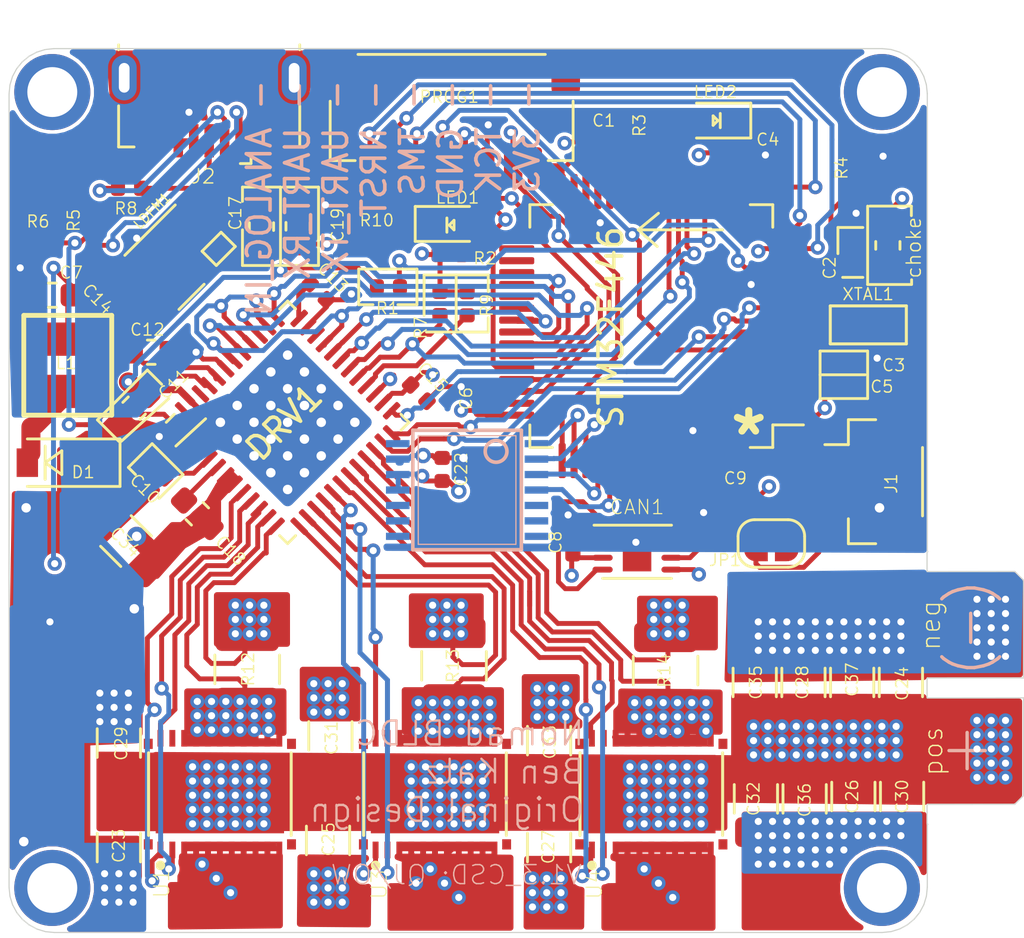
<source format=kicad_pcb>
(kicad_pcb (version 20171130) (host pcbnew "(5.1.4-0)")
  (layers (0 Top signal) (1 Route2 signal hide) (2 Route3 signal hide) (31 Bottom signal) (34 B.Paste user hide) (35 F.Paste user hide) (36 B.SilkS user hide) (37 F.SilkS user hide) (38 B.Mask user hide) (39 F.Mask user) (44 Edge.Cuts user))
  (net 0 "")
  (net 1 GND)
  (net 2 +24V)
  (net 3 /SPI-NSS-DRV)
  (net 4 /SPI-SCK)
  (net 5 /SPI-MOSI)
  (net 6 /SPI-MISO)
  (net 7 3.3V)
  (net 8 /I_A)
  (net 9 /I_B)
  (net 10 /GLC)
  (net 11 /PHASC)
  (net 12 /GHC)
  (net 13 /GHB)
  (net 14 /PHASB)
  (net 15 /GLB)
  (net 16 /SPB)
  (net 17 /SPA)
  (net 18 /GLA)
  (net 19 /PHASA)
  (net 20 /GHA)
  (net 21 /CAN_TX)
  (net 22 /CAN_RX)
  (net 23 /TCK)
  (net 24 /SCK)
  (net 25 /MOSI)
  (net 26 /CS)
  (net 27 /MISO)
  (net 28 /TMS)
  (net 29 /USART_RX)
  (net 30 /INDICATOR)
  (net 31 /USART_TX)
  (net 32 /MCO)
  (net 33 /NRST)
  (net 34 /CANH)
  (net 35 /CANL)
  (net 36 /ALG_IN)
  (net 37 "Net-(STM1-Pad6)")
  (net 38 "Net-(JP1-Pad1)")
  (net 39 "Net-(LED1-Pad2)")
  (net 40 "Net-(LED2-Pad2)")
  (net 41 /SPC)
  (net 42 "Net-(C10-Pad1)")
  (net 43 "Net-(C1-Pad2)")
  (net 44 "Net-(C2-Pad1)")
  (net 45 "Net-(C10-Pad2)")
  (net 46 "Net-(C12-Pad2)")
  (net 47 "Net-(C13-Pad1)")
  (net 48 "Net-(C18-Pad2)")
  (net 49 "Net-(R1-Pad1)")
  (net 50 U)
  (net 51 V)
  (net 52 W)
  (net 53 /I_C)
  (net 54 PWMA)
  (net 55 PWMB)
  (net 56 PWMC)
  (net 57 OTG_DP)
  (net 58 OTG_DM)
  (net 59 5V)
  (net 60 "Net-(J2-Pad2)")
  (net 61 ENABLE)
  (net 62 USB_PAD)
  (net 63 "Net-(J2-Pad3)")
  (net 64 "Net-(C12-Pad1)")
  (net 65 "Net-(DRV1-Pad1)")
  (net 66 "Net-(AS5047P1-Pad14)")
  (net 67 "Net-(AS5047P1-Pad10)")
  (net 68 "Net-(AS5047P1-Pad9)")
  (net 69 "Net-(AS5047P1-Pad8)")
  (net 70 "Net-(AS5047P1-Pad7)")
  (net 71 "Net-(AS5047P1-Pad6)")
  (net 72 "Net-(AS5047P1-Pad5)")
  (net 73 "Net-(DRV1-Pad48)")
  (net 74 "Net-(DRV1-Pad46)")
  (net 75 /CAL)
  (net 76 /FAULT)
  (net 77 "Net-(LDFM1-Pad2)")
  (net 78 "Net-(LDFM1-Pad3)")
  (net 79 "Net-(STM1-Pad59)")
  (net 80 "Net-(STM1-Pad58)")
  (net 81 "Net-(STM1-Pad57)")
  (net 82 "Net-(STM1-Pad56)")
  (net 83 "Net-(STM1-Pad55)")
  (net 84 "Net-(STM1-Pad54)")
  (net 85 "Net-(STM1-Pad39)")
  (net 86 "Net-(STM1-Pad38)")
  (net 87 "Net-(STM1-Pad37)")
  (net 88 "Net-(STM1-Pad36)")
  (net 89 "Net-(STM1-Pad35)")
  (net 90 "Net-(STM1-Pad34)")
  (net 91 "Net-(STM1-Pad33)")
  (net 92 "Net-(STM1-Pad29)")
  (net 93 "Net-(STM1-Pad28)")
  (net 94 "Net-(STM1-Pad27)")
  (net 95 "Net-(STM1-Pad26)")
  (net 96 "Net-(STM1-Pad24)")
  (net 97 "Net-(STM1-Pad11)")
  (net 98 "Net-(STM1-Pad4)")
  (net 99 "Net-(STM1-Pad3)")
  (net 100 "Net-(STM1-Pad2)")
  (module Capacitor_SMD:C_0402_1005Metric (layer Top) (at 73.19 61.3 315)
    (fp_text reference C13 (at 0.007071 -0.855599 135) (layer F.SilkS) (effects (font (size 0.5 0.5) (thickness 0.06))))
    (fp_text value 1uF)
    (pad 2 smd roundrect (at 0.485 0 315) (size 0.59 0.64) (layers Top F.Paste F.Mask) (net 1 GND))
    (pad 1 smd roundrect (at -0.485 0 315) (size 0.59 0.64) (layers Top F.Paste F.Mask) (net 47 "Net-(C13-Pad1)"))
  )
  (module CSD88599Q5DC:MOSFET_CSD88599Q5DC (layer Top) (at 87.2 82.45 90)
    (fp_text reference U4 (at -3.8 -2.4 90) (layer F.SilkS) (effects (font (size 0.640158 0.640158) (thickness 0.05))))
    (fp_text value CSD88599Q5DC hide)
    (fp_poly (pts (xy 2.00388 -1.5) (xy 2.35 -1.5) (xy 2.35 2.37961) (xy 2.00388 2.37961)) (layer Top) (width 0))
    (fp_poly (pts (xy -2.3535 -1.5) (xy -2 -1.5) (xy -2 2.37854) (xy -2.3535 2.37854)) (layer Top) (width 0))
    (pad 25 smd rect (at 2.115 3.013 90) (size 0.43 0.375) (layers Top F.Paste F.Mask))
    (pad 24 smd rect (at -2.115 3.013 90) (size 0.43 0.375) (layers Top F.Paste F.Mask))
    (pad 23 smd rect (at -2.115 -3.013 90) (size 0.43 0.375) (layers Top F.Paste F.Mask))
    (pad 26 smd rect (at 2.115 -3.013 90) (size 0.43 0.375) (layers Top F.Paste F.Mask))
    (pad 21 smd rect (at 2.35 -2 180) (size 0.25 0.7) (layers Top F.Paste F.Mask))
    (pad 20 smd rect (at 2.35 -1.5 180) (size 0.25 0.7) (layers Top F.Paste F.Mask) (net 41 /SPC))
    (pad 19 smd rect (at 2.35 -1 180) (size 0.25 0.7) (layers Top F.Paste F.Mask) (net 41 /SPC))
    (pad 18 smd rect (at 2.35 -0.5 180) (size 0.25 0.7) (layers Top F.Paste F.Mask) (net 41 /SPC))
    (pad 17 smd rect (at 2.35 0 180) (size 0.25 0.7) (layers Top F.Paste F.Mask) (net 41 /SPC))
    (pad 16 smd rect (at 2.35 0.5 180) (size 0.25 0.7) (layers Top F.Paste F.Mask) (net 41 /SPC))
    (pad 15 smd rect (at 2.35 1 180) (size 0.25 0.7) (layers Top F.Paste F.Mask) (net 41 /SPC))
    (pad 14 smd rect (at 2.35 1.5 180) (size 0.25 0.7) (layers Top F.Paste F.Mask) (net 41 /SPC))
    (pad 13 smd rect (at 2.35 2 180) (size 0.25 0.7) (layers Top F.Paste F.Mask) (net 41 /SPC))
    (pad 12 smd rect (at 2.35 2.5 180) (size 0.25 0.7) (layers Top F.Paste F.Mask) (net 41 /SPC))
    (pad 11 smd rect (at -2.35 2.5 180) (size 0.25 0.7) (layers Top F.Paste F.Mask) (net 52 W))
    (pad 10 smd rect (at -2.35 2 180) (size 0.25 0.7) (layers Top F.Paste F.Mask) (net 52 W))
    (pad 9 smd rect (at -2.35 1.5 180) (size 0.25 0.7) (layers Top F.Paste F.Mask) (net 52 W))
    (pad 8 smd rect (at -2.35 1 180) (size 0.25 0.7) (layers Top F.Paste F.Mask) (net 52 W))
    (pad 7 smd rect (at -2.35 0.5 180) (size 0.25 0.7) (layers Top F.Paste F.Mask) (net 52 W))
    (pad 6 smd rect (at -2.35 0 180) (size 0.25 0.7) (layers Top F.Paste F.Mask) (net 52 W))
    (pad 5 smd rect (at -2.35 -0.5 180) (size 0.25 0.7) (layers Top F.Paste F.Mask) (net 52 W))
    (pad 4 smd rect (at -2.35 -1 180) (size 0.25 0.7) (layers Top F.Paste F.Mask) (net 52 W))
    (pad 3 smd rect (at -2.35 -1.5 180) (size 0.25 0.7) (layers Top F.Paste F.Mask) (net 52 W))
    (pad 2 smd rect (at -2.35 -2 180) (size 0.25 0.7) (layers Top F.Paste F.Mask) (net 11 /PHASC))
    (pad 22 smd rect (at 2.35 -2.5 180) (size 0.25 0.7) (layers Top F.Paste F.Mask) (net 10 /GLC))
    (pad 1 smd rect (at -2.35 -2.5 180) (size 0.25 0.7) (layers Top F.Paste F.Mask) (net 12 /GHC))
    (pad 27 smd rect (at 0 0 90) (size 3.3 5.4) (layers Top F.Paste F.Mask) (net 2 +24V))
  )
  (module CSD88599Q5DC:MOSFET_CSD88599Q5DC (layer Top) (at 78.1 82.45 90)
    (fp_text reference U3 (at -3.8 -2.35 90) (layer F.SilkS) (effects (font (size 0.640158 0.640158) (thickness 0.05))))
    (fp_text value CSD88599Q5DC hide)
    (fp_poly (pts (xy 2.00388 -1.5) (xy 2.35 -1.5) (xy 2.35 2.37961) (xy 2.00388 2.37961)) (layer Top) (width 0))
    (fp_poly (pts (xy -2.3535 -1.5) (xy -2 -1.5) (xy -2 2.37854) (xy -2.3535 2.37854)) (layer Top) (width 0))
    (pad 25 smd rect (at 2.115 3.013 90) (size 0.43 0.375) (layers Top F.Paste F.Mask))
    (pad 24 smd rect (at -2.115 3.013 90) (size 0.43 0.375) (layers Top F.Paste F.Mask))
    (pad 23 smd rect (at -2.115 -3.013 90) (size 0.43 0.375) (layers Top F.Paste F.Mask))
    (pad 26 smd rect (at 2.115 -3.013 90) (size 0.43 0.375) (layers Top F.Paste F.Mask))
    (pad 21 smd rect (at 2.35 -2 180) (size 0.25 0.7) (layers Top F.Paste F.Mask))
    (pad 20 smd rect (at 2.35 -1.5 180) (size 0.25 0.7) (layers Top F.Paste F.Mask) (net 16 /SPB))
    (pad 19 smd rect (at 2.35 -1 180) (size 0.25 0.7) (layers Top F.Paste F.Mask) (net 16 /SPB))
    (pad 18 smd rect (at 2.35 -0.5 180) (size 0.25 0.7) (layers Top F.Paste F.Mask) (net 16 /SPB))
    (pad 17 smd rect (at 2.35 0 180) (size 0.25 0.7) (layers Top F.Paste F.Mask) (net 16 /SPB))
    (pad 16 smd rect (at 2.35 0.5 180) (size 0.25 0.7) (layers Top F.Paste F.Mask) (net 16 /SPB))
    (pad 15 smd rect (at 2.35 1 180) (size 0.25 0.7) (layers Top F.Paste F.Mask) (net 16 /SPB))
    (pad 14 smd rect (at 2.35 1.5 180) (size 0.25 0.7) (layers Top F.Paste F.Mask) (net 16 /SPB))
    (pad 13 smd rect (at 2.35 2 180) (size 0.25 0.7) (layers Top F.Paste F.Mask) (net 16 /SPB))
    (pad 12 smd rect (at 2.35 2.5 180) (size 0.25 0.7) (layers Top F.Paste F.Mask) (net 16 /SPB))
    (pad 11 smd rect (at -2.35 2.5 180) (size 0.25 0.7) (layers Top F.Paste F.Mask) (net 51 V))
    (pad 10 smd rect (at -2.35 2 180) (size 0.25 0.7) (layers Top F.Paste F.Mask) (net 51 V))
    (pad 9 smd rect (at -2.35 1.5 180) (size 0.25 0.7) (layers Top F.Paste F.Mask) (net 51 V))
    (pad 8 smd rect (at -2.35 1 180) (size 0.25 0.7) (layers Top F.Paste F.Mask) (net 51 V))
    (pad 7 smd rect (at -2.35 0.5 180) (size 0.25 0.7) (layers Top F.Paste F.Mask) (net 51 V))
    (pad 6 smd rect (at -2.35 0 180) (size 0.25 0.7) (layers Top F.Paste F.Mask) (net 51 V))
    (pad 5 smd rect (at -2.35 -0.5 180) (size 0.25 0.7) (layers Top F.Paste F.Mask) (net 51 V))
    (pad 4 smd rect (at -2.35 -1 180) (size 0.25 0.7) (layers Top F.Paste F.Mask) (net 51 V))
    (pad 3 smd rect (at -2.35 -1.5 180) (size 0.25 0.7) (layers Top F.Paste F.Mask) (net 51 V))
    (pad 2 smd rect (at -2.35 -2 180) (size 0.25 0.7) (layers Top F.Paste F.Mask) (net 14 /PHASB))
    (pad 22 smd rect (at 2.35 -2.5 180) (size 0.25 0.7) (layers Top F.Paste F.Mask) (net 15 /GLB))
    (pad 1 smd rect (at -2.35 -2.5 180) (size 0.25 0.7) (layers Top F.Paste F.Mask) (net 13 /GHB))
    (pad 27 smd rect (at 0 0 90) (size 3.3 5.4) (layers Top F.Paste F.Mask) (net 2 +24V))
  )
  (module CSD88599Q5DC:MOSFET_CSD88599Q5DC (layer Top) (at 69.05 82.45 90)
    (fp_text reference U1 (at -3.75 -2.45 90) (layer F.SilkS) (effects (font (size 0.640158 0.640158) (thickness 0.05))))
    (fp_text value CSD88599Q5DC hide)
    (fp_poly (pts (xy 2.00388 -1.5) (xy 2.35 -1.5) (xy 2.35 2.37961) (xy 2.00388 2.37961)) (layer Top) (width 0))
    (fp_poly (pts (xy -2.3535 -1.5) (xy -2 -1.5) (xy -2 2.37854) (xy -2.3535 2.37854)) (layer Top) (width 0))
    (pad 25 smd rect (at 2.115 3.013 90) (size 0.43 0.375) (layers Top F.Paste F.Mask))
    (pad 24 smd rect (at -2.115 3.013 90) (size 0.43 0.375) (layers Top F.Paste F.Mask))
    (pad 23 smd rect (at -2.115 -3.013 90) (size 0.43 0.375) (layers Top F.Paste F.Mask))
    (pad 26 smd rect (at 2.115 -3.013 90) (size 0.43 0.375) (layers Top F.Paste F.Mask))
    (pad 21 smd rect (at 2.35 -2 180) (size 0.25 0.7) (layers Top F.Paste F.Mask))
    (pad 20 smd rect (at 2.35 -1.5 180) (size 0.25 0.7) (layers Top F.Paste F.Mask) (net 17 /SPA))
    (pad 19 smd rect (at 2.35 -1 180) (size 0.25 0.7) (layers Top F.Paste F.Mask) (net 17 /SPA))
    (pad 18 smd rect (at 2.35 -0.5 180) (size 0.25 0.7) (layers Top F.Paste F.Mask) (net 17 /SPA))
    (pad 17 smd rect (at 2.35 0 180) (size 0.25 0.7) (layers Top F.Paste F.Mask) (net 17 /SPA))
    (pad 16 smd rect (at 2.35 0.5 180) (size 0.25 0.7) (layers Top F.Paste F.Mask) (net 17 /SPA))
    (pad 15 smd rect (at 2.35 1 180) (size 0.25 0.7) (layers Top F.Paste F.Mask) (net 17 /SPA))
    (pad 14 smd rect (at 2.35 1.5 180) (size 0.25 0.7) (layers Top F.Paste F.Mask) (net 17 /SPA))
    (pad 13 smd rect (at 2.35 2 180) (size 0.25 0.7) (layers Top F.Paste F.Mask) (net 17 /SPA))
    (pad 12 smd rect (at 2.35 2.5 180) (size 0.25 0.7) (layers Top F.Paste F.Mask) (net 17 /SPA))
    (pad 11 smd rect (at -2.35 2.5 180) (size 0.25 0.7) (layers Top F.Paste F.Mask) (net 50 U))
    (pad 10 smd rect (at -2.35 2 180) (size 0.25 0.7) (layers Top F.Paste F.Mask) (net 50 U))
    (pad 9 smd rect (at -2.35 1.5 180) (size 0.25 0.7) (layers Top F.Paste F.Mask) (net 50 U))
    (pad 8 smd rect (at -2.35 1 180) (size 0.25 0.7) (layers Top F.Paste F.Mask) (net 50 U))
    (pad 7 smd rect (at -2.35 0.5 180) (size 0.25 0.7) (layers Top F.Paste F.Mask) (net 50 U))
    (pad 6 smd rect (at -2.35 0 180) (size 0.25 0.7) (layers Top F.Paste F.Mask) (net 50 U))
    (pad 5 smd rect (at -2.35 -0.5 180) (size 0.25 0.7) (layers Top F.Paste F.Mask) (net 50 U))
    (pad 4 smd rect (at -2.35 -1 180) (size 0.25 0.7) (layers Top F.Paste F.Mask) (net 50 U))
    (pad 3 smd rect (at -2.35 -1.5 180) (size 0.25 0.7) (layers Top F.Paste F.Mask) (net 50 U))
    (pad 2 smd rect (at -2.35 -2 180) (size 0.25 0.7) (layers Top F.Paste F.Mask) (net 19 /PHASA))
    (pad 22 smd rect (at 2.35 -2.5 180) (size 0.25 0.7) (layers Top F.Paste F.Mask) (net 18 /GLA))
    (pad 1 smd rect (at -2.35 -2.5 180) (size 0.25 0.7) (layers Top F.Paste F.Mask) (net 20 /GHA))
    (pad 27 smd rect (at 0 0 90) (size 3.3 5.4) (layers Top F.Paste F.Mask) (net 2 +24V))
  )
  (module Package_DFN_QFN:TDFN-8-1EP_3x2mm_P0.5mm_EP1.80x1.65mm (layer Top) (at 86.6 72.25)
    (fp_text reference CAN1 (at 0 -1.88) (layer F.SilkS) (effects (font (size 0.6 0.6) (thickness 0.05))))
    (fp_text value MCP2542)
    (pad 9 smd rect (at 0 0) (size 1.2 1.65) (layers Top F.Mask) (net 1 GND))
    (pad 5 smd oval (at 1.45 0.75) (size 0.85 0.25) (layers Top F.Paste F.Mask) (net 7 3.3V))
    (pad 6 smd oval (at 1.45 0.25) (size 0.85 0.25) (layers Top F.Paste F.Mask) (net 35 /CANL))
    (pad 7 smd oval (at 1.45 -0.25) (size 0.85 0.25) (layers Top F.Paste F.Mask) (net 34 /CANH))
    (pad 8 smd oval (at 1.45 -0.75) (size 0.85 0.25) (layers Top F.Paste F.Mask) (net 1 GND))
    (pad 4 smd oval (at -1.45 0.75) (size 0.85 0.25) (layers Top F.Paste F.Mask) (net 22 /CAN_RX))
    (pad 3 smd oval (at -1.45 0.25) (size 0.85 0.25) (layers Top F.Paste F.Mask) (net 59 5V))
    (pad 2 smd oval (at -1.45 -0.25) (size 0.85 0.25) (layers Top F.Paste F.Mask) (net 1 GND))
    (pad 1 smd oval (at -1.45 -0.75) (size 0.85 0.25) (layers Top F.Paste F.Mask) (net 21 /CAN_TX))
  )
  (module Resistor_SMD:R_0402_1005Metric (layer Top) (at 75.715 57.5)
    (fp_text reference R10 (at -0.065 0.8) (layer F.SilkS) (effects (font (size 0.5 0.5) (thickness 0.06))))
    (fp_text value 22)
    (pad 2 smd roundrect (at 0.485 0) (size 0.59 0.64) (layers Top F.Paste F.Mask) (net 57 OTG_DP))
    (pad 1 smd roundrect (at -0.485 0) (size 0.59 0.64) (layers Top F.Paste F.Mask) (net 63 "Net-(J2-Pad3)"))
  )
  (module Connector_JST:JST_SH_SM08B-SRSS-TB_1x08-1MP_P1.00mm_Horizontal (layer Top) (at 78.8 54 180)
    (fp_text reference PROG1 (at 0.1 0.9) (layer F.SilkS) (effects (font (size 0.5 0.5) (thickness 0.06))))
    (fp_text value Conn_01x08)
    (pad MP smd roundrect (at 4.8 1.875 180) (size 1.2 1.8) (layers Top F.Paste F.Mask) (roundrect_rratio 0.208333))
    (pad MP smd roundrect (at -4.8 1.875 180) (size 1.2 1.8) (layers Top F.Paste F.Mask) (roundrect_rratio 0.208333))
    (pad 8 smd roundrect (at 3.5 -2 180) (size 0.6 1.55) (layers Top F.Paste F.Mask) (net 36 /ALG_IN))
    (pad 7 smd roundrect (at 2.5 -2 180) (size 0.6 1.55) (layers Top F.Paste F.Mask) (net 29 /USART_RX))
    (pad 6 smd roundrect (at 1.5 -2 180) (size 0.6 1.55) (layers Top F.Paste F.Mask) (net 31 /USART_TX))
    (pad 5 smd roundrect (at 0.5 -2 180) (size 0.6 1.55) (layers Top F.Paste F.Mask) (net 33 /NRST))
    (pad 4 smd roundrect (at -0.5 -2 180) (size 0.6 1.55) (layers Top F.Paste F.Mask) (net 28 /TMS))
    (pad 3 smd roundrect (at -1.5 -2 180) (size 0.6 1.55) (layers Top F.Paste F.Mask) (net 1 GND))
    (pad 2 smd roundrect (at -2.5 -2 180) (size 0.6 1.55) (layers Top F.Paste F.Mask) (net 23 /TCK))
    (pad 1 smd roundrect (at -3.5 -2 180) (size 0.6 1.55) (layers Top F.Paste F.Mask) (net 7 3.3V))
  )
  (module Capacitor_SMD:C_0603_1608Metric (layer Top) (at 66.1625 63.85)
    (fp_text reference C12 (at -0.1625 -0.95) (layer F.SilkS) (effects (font (size 0.5 0.5) (thickness 0.06))))
    (fp_text value ".1uF, 50v")
    (pad 2 smd roundrect (at 0.7875 0) (size 0.875 0.95) (layers Top F.Paste F.Mask) (net 46 "Net-(C12-Pad2)"))
    (pad 1 smd roundrect (at -0.7875 0) (size 0.875 0.95) (layers Top F.Paste F.Mask) (net 64 "Net-(C12-Pad1)"))
  )
  (module Resistor_SMD:R_0402_1005Metric (layer Top) (at 65.25 56.95)
    (fp_text reference R8 (at -0.15 0.85) (layer F.SilkS) (effects (font (size 0.5 0.5) (thickness 0.06))))
    (fp_text value 22)
    (pad 2 smd roundrect (at 0.485 0) (size 0.59 0.64) (layers Top F.Paste F.Mask) (net 58 OTG_DM))
    (pad 1 smd roundrect (at -0.485 0) (size 0.59 0.64) (layers Top F.Paste F.Mask) (net 60 "Net-(J2-Pad2)"))
  )
  (module Connector_USB:USB_Micro-B_GCT_USB3076-30-A (layer Top) (at 68.6 53.5 180)
    (fp_text reference J2 (at 0.25 -2.95) (layer F.SilkS) (effects (font (size 0.6 0.6) (thickness 0.06))))
    (fp_text value USB_B_Micro)
    (pad 6 smd rect (at -2.32 -1.03 180) (size 1.15 1.45) (layers Top F.Paste F.Mask) (net 62 USB_PAD))
    (pad 6 smd rect (at 2.32 -1.03 180) (size 1.15 1.45) (layers Top F.Paste F.Mask) (net 62 USB_PAD))
    (pad 6 thru_hole oval (at 3.575 1.2 180) (size 1.05 1.9) (drill oval 0.45 1.25) (layers *.Cu *.Mask) (net 62 USB_PAD))
    (pad 6 thru_hole oval (at -3.575 1.2) (size 1.05 1.9) (drill oval 0.45 1.25) (layers *.Cu *.Mask) (net 62 USB_PAD))
    (pad 6 smd rect (at -1.125 1.2 180) (size 1.75 1.9) (layers Top F.Paste F.Mask) (net 62 USB_PAD))
    (pad 3 smd rect (at 0 -1.45 180) (size 0.4 1.4) (layers Top F.Paste F.Mask) (net 63 "Net-(J2-Pad3)"))
    (pad 4 smd rect (at 0.65 -1.45 180) (size 0.4 1.4) (layers Top F.Paste F.Mask) (net 1 GND))
    (pad 5 smd rect (at 1.3 -1.45 180) (size 0.4 1.4) (layers Top F.Paste F.Mask) (net 1 GND))
    (pad 1 smd rect (at -1.3 -1.45 180) (size 0.4 1.4) (layers Top F.Paste F.Mask) (net 59 5V))
    (pad 2 smd rect (at -0.65 -1.45 180) (size 0.4 1.4) (layers Top F.Paste F.Mask) (net 60 "Net-(J2-Pad2)"))
    (pad 6 smd rect (at 1.125 1.2 180) (size 1.75 1.9) (layers Top F.Paste F.Mask) (net 62 USB_PAD))
  )
  (module Package_QFP:TQFP-64_10x10mm_P0.5mm (layer Top) (at 87.2 62.75 180)
    (fp_text reference STM1 hide)
    (fp_text value STM32F446RET6)
    (pad 64 smd roundrect (at -3.75 -5.6625 180) (size 0.3 1.475) (layers Top F.Paste F.Mask) (net 7 3.3V))
    (pad 63 smd roundrect (at -3.25 -5.6625 180) (size 0.3 1.475) (layers Top F.Paste F.Mask) (net 1 GND))
    (pad 62 smd roundrect (at -2.75 -5.6625 180) (size 0.3 1.475) (layers Top F.Paste F.Mask) (net 21 /CAN_TX))
    (pad 61 smd roundrect (at -2.25 -5.6625 180) (size 0.3 1.475) (layers Top F.Paste F.Mask) (net 22 /CAN_RX))
    (pad 60 smd roundrect (at -1.75 -5.6625 180) (size 0.3 1.475) (layers Top F.Paste F.Mask) (net 1 GND))
    (pad 59 smd roundrect (at -1.25 -5.6625 180) (size 0.3 1.475) (layers Top F.Paste F.Mask) (net 79 "Net-(STM1-Pad59)"))
    (pad 58 smd roundrect (at -0.75 -5.6625 180) (size 0.3 1.475) (layers Top F.Paste F.Mask) (net 80 "Net-(STM1-Pad58)"))
    (pad 57 smd roundrect (at -0.25 -5.6625 180) (size 0.3 1.475) (layers Top F.Paste F.Mask) (net 81 "Net-(STM1-Pad57)"))
    (pad 56 smd roundrect (at 0.25 -5.6625 180) (size 0.3 1.475) (layers Top F.Paste F.Mask) (net 82 "Net-(STM1-Pad56)"))
    (pad 55 smd roundrect (at 0.75 -5.6625 180) (size 0.3 1.475) (layers Top F.Paste F.Mask) (net 83 "Net-(STM1-Pad55)"))
    (pad 54 smd roundrect (at 1.25 -5.6625 180) (size 0.3 1.475) (layers Top F.Paste F.Mask) (net 84 "Net-(STM1-Pad54)"))
    (pad 53 smd roundrect (at 1.75 -5.6625 180) (size 0.3 1.475) (layers Top F.Paste F.Mask) (net 25 /MOSI))
    (pad 52 smd roundrect (at 2.25 -5.6625 180) (size 0.3 1.475) (layers Top F.Paste F.Mask) (net 27 /MISO))
    (pad 51 smd roundrect (at 2.75 -5.6625 180) (size 0.3 1.475) (layers Top F.Paste F.Mask) (net 24 /SCK))
    (pad 50 smd roundrect (at 3.25 -5.6625 180) (size 0.3 1.475) (layers Top F.Paste F.Mask) (net 26 /CS))
    (pad 49 smd roundrect (at 3.75 -5.6625 180) (size 0.3 1.475) (layers Top F.Paste F.Mask) (net 23 /TCK))
    (pad 48 smd roundrect (at 5.6625 -3.75 180) (size 1.475 0.3) (layers Top F.Paste F.Mask) (net 7 3.3V))
    (pad 47 smd roundrect (at 5.6625 -3.25 180) (size 1.475 0.3) (layers Top F.Paste F.Mask) (net 1 GND))
    (pad 46 smd roundrect (at 5.6625 -2.75 180) (size 1.475 0.3) (layers Top F.Paste F.Mask) (net 28 /TMS))
    (pad 45 smd roundrect (at 5.6625 -2.25 180) (size 1.475 0.3) (layers Top F.Paste F.Mask) (net 57 OTG_DP))
    (pad 44 smd roundrect (at 5.6625 -1.75 180) (size 1.475 0.3) (layers Top F.Paste F.Mask) (net 58 OTG_DM))
    (pad 43 smd roundrect (at 5.6625 -1.25 180) (size 1.475 0.3) (layers Top F.Paste F.Mask) (net 54 PWMA))
    (pad 42 smd roundrect (at 5.6625 -0.75 180) (size 1.475 0.3) (layers Top F.Paste F.Mask) (net 55 PWMB))
    (pad 41 smd roundrect (at 5.6625 -0.25 180) (size 1.475 0.3) (layers Top F.Paste F.Mask) (net 56 PWMC))
    (pad 40 smd roundrect (at 5.6625 0.25 180) (size 1.475 0.3) (layers Top F.Paste F.Mask) (net 61 ENABLE))
    (pad 39 smd roundrect (at 5.6625 0.75 180) (size 1.475 0.3) (layers Top F.Paste F.Mask) (net 85 "Net-(STM1-Pad39)"))
    (pad 38 smd roundrect (at 5.6625 1.25 180) (size 1.475 0.3) (layers Top F.Paste F.Mask) (net 86 "Net-(STM1-Pad38)"))
    (pad 37 smd roundrect (at 5.6625 1.75 180) (size 1.475 0.3) (layers Top F.Paste F.Mask) (net 87 "Net-(STM1-Pad37)"))
    (pad 36 smd roundrect (at 5.6625 2.25 180) (size 1.475 0.3) (layers Top F.Paste F.Mask) (net 88 "Net-(STM1-Pad36)"))
    (pad 35 smd roundrect (at 5.6625 2.75 180) (size 1.475 0.3) (layers Top F.Paste F.Mask) (net 89 "Net-(STM1-Pad35)"))
    (pad 34 smd roundrect (at 5.6625 3.25 180) (size 1.475 0.3) (layers Top F.Paste F.Mask) (net 90 "Net-(STM1-Pad34)"))
    (pad 33 smd roundrect (at 5.6625 3.75 180) (size 1.475 0.3) (layers Top F.Paste F.Mask) (net 91 "Net-(STM1-Pad33)"))
    (pad 32 smd roundrect (at 3.75 5.6625 180) (size 0.3 1.475) (layers Top F.Paste F.Mask) (net 7 3.3V))
    (pad 31 smd roundrect (at 3.25 5.6625 180) (size 0.3 1.475) (layers Top F.Paste F.Mask) (net 1 GND))
    (pad 30 smd roundrect (at 2.75 5.6625 180) (size 0.3 1.475) (layers Top F.Paste F.Mask) (net 43 "Net-(C1-Pad2)"))
    (pad 29 smd roundrect (at 2.25 5.6625 180) (size 0.3 1.475) (layers Top F.Paste F.Mask) (net 92 "Net-(STM1-Pad29)"))
    (pad 28 smd roundrect (at 1.75 5.6625 180) (size 0.3 1.475) (layers Top F.Paste F.Mask) (net 93 "Net-(STM1-Pad28)"))
    (pad 27 smd roundrect (at 1.25 5.6625 180) (size 0.3 1.475) (layers Top F.Paste F.Mask) (net 94 "Net-(STM1-Pad27)"))
    (pad 26 smd roundrect (at 0.75 5.6625 180) (size 0.3 1.475) (layers Top F.Paste F.Mask) (net 95 "Net-(STM1-Pad26)"))
    (pad 25 smd roundrect (at 0.25 5.6625 180) (size 0.3 1.475) (layers Top F.Paste F.Mask) (net 30 /INDICATOR))
    (pad 24 smd roundrect (at -0.25 5.6625 180) (size 0.3 1.475) (layers Top F.Paste F.Mask) (net 96 "Net-(STM1-Pad24)"))
    (pad 23 smd roundrect (at -0.75 5.6625 180) (size 0.3 1.475) (layers Top F.Paste F.Mask) (net 5 /SPI-MOSI))
    (pad 22 smd roundrect (at -1.25 5.6625 180) (size 0.3 1.475) (layers Top F.Paste F.Mask) (net 6 /SPI-MISO))
    (pad 21 smd roundrect (at -1.75 5.6625 180) (size 0.3 1.475) (layers Top F.Paste F.Mask) (net 4 /SPI-SCK))
    (pad 20 smd roundrect (at -2.25 5.6625 180) (size 0.3 1.475) (layers Top F.Paste F.Mask) (net 3 /SPI-NSS-DRV))
    (pad 19 smd roundrect (at -2.75 5.6625 180) (size 0.3 1.475) (layers Top F.Paste F.Mask) (net 7 3.3V))
    (pad 18 smd roundrect (at -3.25 5.6625 180) (size 0.3 1.475) (layers Top F.Paste F.Mask) (net 1 GND))
    (pad 17 smd roundrect (at -3.75 5.6625 180) (size 0.3 1.475) (layers Top F.Paste F.Mask) (net 29 /USART_RX))
    (pad 16 smd roundrect (at -5.6625 3.75 180) (size 1.475 0.3) (layers Top F.Paste F.Mask) (net 31 /USART_TX))
    (pad 15 smd roundrect (at -5.6625 3.25 180) (size 1.475 0.3) (layers Top F.Paste F.Mask) (net 36 /ALG_IN))
    (pad 14 smd roundrect (at -5.6625 2.75 180) (size 1.475 0.3) (layers Top F.Paste F.Mask) (net 49 "Net-(R1-Pad1)"))
    (pad 13 smd roundrect (at -5.6625 2.25 180) (size 1.475 0.3) (layers Top F.Paste F.Mask) (net 44 "Net-(C2-Pad1)"))
    (pad 12 smd roundrect (at -5.6625 1.75 180) (size 1.475 0.3) (layers Top F.Paste F.Mask) (net 1 GND))
    (pad 11 smd roundrect (at -5.6625 1.25 180) (size 1.475 0.3) (layers Top F.Paste F.Mask) (net 97 "Net-(STM1-Pad11)"))
    (pad 10 smd roundrect (at -5.6625 0.75 180) (size 1.475 0.3) (layers Top F.Paste F.Mask) (net 53 /I_C))
    (pad 9 smd roundrect (at -5.6625 0.25 180) (size 1.475 0.3) (layers Top F.Paste F.Mask) (net 9 /I_B))
    (pad 8 smd roundrect (at -5.6625 -0.25 180) (size 1.475 0.3) (layers Top F.Paste F.Mask) (net 8 /I_A))
    (pad 7 smd roundrect (at -5.6625 -0.75 180) (size 1.475 0.3) (layers Top F.Paste F.Mask) (net 33 /NRST))
    (pad 6 smd roundrect (at -5.6625 -1.25 180) (size 1.475 0.3) (layers Top F.Paste F.Mask) (net 37 "Net-(STM1-Pad6)"))
    (pad 5 smd roundrect (at -5.6625 -1.75 180) (size 1.475 0.3) (layers Top F.Paste F.Mask) (net 32 /MCO))
    (pad 4 smd roundrect (at -5.6625 -2.25 180) (size 1.475 0.3) (layers Top F.Paste F.Mask) (net 98 "Net-(STM1-Pad4)"))
    (pad 3 smd roundrect (at -5.6625 -2.75 180) (size 1.475 0.3) (layers Top F.Paste F.Mask) (net 99 "Net-(STM1-Pad3)"))
    (pad 2 smd roundrect (at -5.6625 -3.25 180) (size 1.475 0.3) (layers Top F.Paste F.Mask) (net 100 "Net-(STM1-Pad2)"))
    (pad 1 smd roundrect (at -5.6625 -3.75 180) (size 1.475 0.3) (layers Top F.Paste F.Mask) (net 7 3.3V))
  )
  (module Capacitor_SMD:C_0402_1005Metric (layer Top) (at 66.392947 68.792947 135)
    (fp_text reference C10 (at -0.222106 -0.919239 135) (layer F.SilkS) (effects (font (size 0.5 0.5) (thickness 0.06))))
    (fp_text value "47nF, 50v")
    (pad 2 smd roundrect (at 0.485 0 135) (size 0.59 0.64) (layers Top F.Paste F.Mask) (net 45 "Net-(C10-Pad2)"))
    (pad 1 smd roundrect (at -0.485 0 135) (size 0.59 0.64) (layers Top F.Paste F.Mask) (net 42 "Net-(C10-Pad1)"))
  )
  (module Package_DFN_QFN:Texas_S-PVQFN-N48_EP5.15x5.15mm_Islands (layer Top) (at 71.9 66.8 45)
    (fp_text reference DRV1 (at -0.106066 -0.106066 45) (layer F.SilkS))
    (fp_text value DRV8323RH)
    (pad 49 thru_hole circle (at -2 2 45) (size 0.7 0.7) (drill 0.4) (layers *.Cu) (net 1 GND))
    (pad 49 thru_hole circle (at -1 2 45) (size 0.7 0.7) (drill 0.4) (layers *.Cu) (net 1 GND))
    (pad 49 thru_hole circle (at 0 2 45) (size 0.7 0.7) (drill 0.4) (layers *.Cu) (net 1 GND))
    (pad 49 thru_hole circle (at 1 2 45) (size 0.7 0.7) (drill 0.4) (layers *.Cu) (net 1 GND))
    (pad 49 thru_hole circle (at 2 2 45) (size 0.7 0.7) (drill 0.4) (layers *.Cu) (net 1 GND))
    (pad 49 thru_hole circle (at 2 1 45) (size 0.7 0.7) (drill 0.4) (layers *.Cu) (net 1 GND))
    (pad 49 thru_hole circle (at 1 1 45) (size 0.7 0.7) (drill 0.4) (layers *.Cu) (net 1 GND))
    (pad 49 thru_hole circle (at 0 1 45) (size 0.7 0.7) (drill 0.4) (layers *.Cu) (net 1 GND))
    (pad 49 thru_hole circle (at -1 1 45) (size 0.7 0.7) (drill 0.4) (layers *.Cu) (net 1 GND))
    (pad 49 thru_hole circle (at -2 1 45) (size 0.7 0.7) (drill 0.4) (layers *.Cu) (net 1 GND))
    (pad 49 thru_hole circle (at -2 0 45) (size 0.7 0.7) (drill 0.4) (layers *.Cu) (net 1 GND))
    (pad 49 thru_hole circle (at -1 0 45) (size 0.7 0.7) (drill 0.4) (layers *.Cu) (net 1 GND))
    (pad 49 thru_hole circle (at 0 0 45) (size 0.7 0.7) (drill 0.4) (layers *.Cu) (net 1 GND))
    (pad 49 thru_hole circle (at 1 0 45) (size 0.7 0.7) (drill 0.4) (layers *.Cu) (net 1 GND))
    (pad 49 thru_hole circle (at 2 0 45) (size 0.7 0.7) (drill 0.4) (layers *.Cu) (net 1 GND))
    (pad 49 thru_hole circle (at 2 -1 45) (size 0.7 0.7) (drill 0.4) (layers *.Cu) (net 1 GND))
    (pad 49 thru_hole circle (at 1 -1 45) (size 0.7 0.7) (drill 0.4) (layers *.Cu) (net 1 GND))
    (pad 49 thru_hole circle (at 0 -1 45) (size 0.7 0.7) (drill 0.4) (layers *.Cu) (net 1 GND))
    (pad 49 thru_hole circle (at -1 -1 45) (size 0.7 0.7) (drill 0.4) (layers *.Cu) (net 1 GND))
    (pad 49 thru_hole circle (at -2 -1 45) (size 0.7 0.7) (drill 0.4) (layers *.Cu) (net 1 GND))
    (pad 49 thru_hole circle (at 2 -2 45) (size 0.7 0.7) (drill 0.4) (layers *.Cu) (net 1 GND))
    (pad 49 thru_hole circle (at 1 -2 45) (size 0.7 0.7) (drill 0.4) (layers *.Cu) (net 1 GND))
    (pad 49 thru_hole circle (at 0 -2 45) (size 0.7 0.7) (drill 0.4) (layers *.Cu) (net 1 GND))
    (pad 49 thru_hole circle (at -1 -2 45) (size 0.7 0.7) (drill 0.4) (layers *.Cu) (net 1 GND))
    (pad 49 smd roundrect (at 1.5 1.5 45) (size 0.806226 0.806226) (layers Top F.Paste) (net 1 GND))
    (pad 49 smd roundrect (at 0.5 1.5 45) (size 0.806226 0.806226) (layers Top F.Paste) (net 1 GND))
    (pad 49 smd roundrect (at -0.5 1.5 45) (size 0.806226 0.806226) (layers Top F.Paste) (net 1 GND))
    (pad 49 smd roundrect (at -1.5 1.5 45) (size 0.806226 0.806226) (layers Top F.Paste) (net 1 GND))
    (pad 49 smd roundrect (at 1.5 0.5 45) (size 0.806226 0.806226) (layers Top F.Paste) (net 1 GND))
    (pad 49 smd roundrect (at 0.5 0.5 45) (size 0.806226 0.806226) (layers Top F.Paste) (net 1 GND))
    (pad 49 smd roundrect (at -0.5 0.5 45) (size 0.806226 0.806226) (layers Top F.Paste) (net 1 GND))
    (pad 49 smd roundrect (at -1.5 0.5 45) (size 0.806226 0.806226) (layers Top F.Paste) (net 1 GND))
    (pad 49 smd roundrect (at 1.5 -0.5 45) (size 0.806226 0.806226) (layers Top F.Paste) (net 1 GND))
    (pad 49 smd roundrect (at 0.5 -0.5 45) (size 0.806226 0.806226) (layers Top F.Paste) (net 1 GND))
    (pad 49 smd roundrect (at -0.5 -0.5 45) (size 0.806226 0.806226) (layers Top F.Paste) (net 1 GND))
    (pad 49 smd roundrect (at -1.5 -0.5 45) (size 0.806226 0.806226) (layers Top F.Paste) (net 1 GND))
    (pad 49 smd roundrect (at 1.5 -1.5 45) (size 0.806226 0.806226) (layers Top F.Paste) (net 1 GND))
    (pad 49 smd roundrect (at 0.5 -1.5 45) (size 0.806226 0.806226) (layers Top F.Paste) (net 1 GND))
    (pad 49 smd roundrect (at -0.5 -1.5 45) (size 0.806226 0.806226) (layers Top F.Paste) (net 1 GND))
    (pad 49 smd roundrect (at -1.5 -1.5 45) (size 0.806226 0.806226) (layers Top F.Paste) (net 1 GND))
    (pad 48 smd roundrect (at -2.75 -3.4375 45) (size 0.25 0.875) (layers Top F.Paste F.Mask) (net 73 "Net-(DRV1-Pad48)"))
    (pad 47 smd roundrect (at -2.25 -3.4375 45) (size 0.25 0.875) (layers Top F.Paste F.Mask) (net 2 +24V))
    (pad 46 smd roundrect (at -1.75 -3.4375 45) (size 0.25 0.875) (layers Top F.Paste F.Mask) (net 74 "Net-(DRV1-Pad46)"))
    (pad 45 smd roundrect (at -1.25 -3.4375 45) (size 0.25 0.875) (layers Top F.Paste F.Mask) (net 64 "Net-(C12-Pad1)"))
    (pad 44 smd roundrect (at -0.75 -3.4375 45) (size 0.25 0.875) (layers Top F.Paste F.Mask) (net 46 "Net-(C12-Pad2)"))
    (pad 43 smd roundrect (at -0.25 -3.4375 45) (size 0.25 0.875) (layers Top F.Paste F.Mask) (net 1 GND))
    (pad 42 smd roundrect (at 0.25 -3.4375 45) (size 0.25 0.875) (layers Top F.Paste F.Mask) (net 61 ENABLE))
    (pad 41 smd roundrect (at 0.75 -3.4375 45) (size 0.25 0.875) (layers Top F.Paste F.Mask) (net 54 PWMA))
    (pad 40 smd roundrect (at 1.25 -3.4375 45) (size 0.25 0.875) (layers Top F.Paste F.Mask) (net 61 ENABLE))
    (pad 39 smd roundrect (at 1.75 -3.4375 45) (size 0.25 0.875) (layers Top F.Paste F.Mask) (net 55 PWMB))
    (pad 38 smd roundrect (at 2.25 -3.4375 45) (size 0.25 0.875) (layers Top F.Paste F.Mask) (net 61 ENABLE))
    (pad 37 smd roundrect (at 2.75 -3.4375 45) (size 0.25 0.875) (layers Top F.Paste F.Mask) (net 56 PWMC))
    (pad 36 smd roundrect (at 3.4375 -2.75 45) (size 0.875 0.25) (layers Top F.Paste F.Mask) (net 47 "Net-(C13-Pad1)"))
    (pad 35 smd roundrect (at 3.4375 -2.25 45) (size 0.875 0.25) (layers Top F.Paste F.Mask) (net 1 GND))
    (pad 34 smd roundrect (at 3.4375 -1.75 45) (size 0.875 0.25) (layers Top F.Paste F.Mask) (net 75 /CAL))
    (pad 33 smd roundrect (at 3.4375 -1.25 45) (size 0.875 0.25) (layers Top F.Paste F.Mask) (net 61 ENABLE))
    (pad 32 smd roundrect (at 3.4375 -0.75 45) (size 0.875 0.25) (layers Top F.Paste F.Mask) (net 3 /SPI-NSS-DRV))
    (pad 31 smd roundrect (at 3.4375 -0.25 45) (size 0.875 0.25) (layers Top F.Paste F.Mask) (net 4 /SPI-SCK))
    (pad 30 smd roundrect (at 3.4375 0.25 45) (size 0.875 0.25) (layers Top F.Paste F.Mask) (net 5 /SPI-MOSI))
    (pad 29 smd roundrect (at 3.4375 0.75 45) (size 0.875 0.25) (layers Top F.Paste F.Mask) (net 6 /SPI-MISO))
    (pad 28 smd roundrect (at 3.4375 1.25 45) (size 0.875 0.25) (layers Top F.Paste F.Mask) (net 76 /FAULT))
    (pad 27 smd roundrect (at 3.4375 1.75 45) (size 0.875 0.25) (layers Top F.Paste F.Mask) (net 1 GND))
    (pad 26 smd roundrect (at 3.4375 2.25 45) (size 0.875 0.25) (layers Top F.Paste F.Mask) (net 7 3.3V))
    (pad 25 smd roundrect (at 3.4375 2.75 45) (size 0.875 0.25) (layers Top F.Paste F.Mask) (net 8 /I_A))
    (pad 24 smd roundrect (at 2.75 3.4375 45) (size 0.25 0.875) (layers Top F.Paste F.Mask) (net 9 /I_B))
    (pad 23 smd roundrect (at 2.25 3.4375 45) (size 0.25 0.875) (layers Top F.Paste F.Mask) (net 53 /I_C))
    (pad 22 smd roundrect (at 1.75 3.4375 45) (size 0.25 0.875) (layers Top F.Paste F.Mask) (net 1 GND))
    (pad 21 smd roundrect (at 1.25 3.4375 45) (size 0.25 0.875) (layers Top F.Paste F.Mask) (net 41 /SPC))
    (pad 20 smd roundrect (at 0.75 3.4375 45) (size 0.25 0.875) (layers Top F.Paste F.Mask) (net 10 /GLC))
    (pad 19 smd roundrect (at 0.25 3.4375 45) (size 0.25 0.875) (layers Top F.Paste F.Mask) (net 11 /PHASC))
    (pad 18 smd roundrect (at -0.25 3.4375 45) (size 0.25 0.875) (layers Top F.Paste F.Mask) (net 12 /GHC))
    (pad 17 smd roundrect (at -0.75 3.4375 45) (size 0.25 0.875) (layers Top F.Paste F.Mask) (net 13 /GHB))
    (pad 16 smd roundrect (at -1.25 3.4375 45) (size 0.25 0.875) (layers Top F.Paste F.Mask) (net 14 /PHASB))
    (pad 15 smd roundrect (at -1.75 3.4375 45) (size 0.25 0.875) (layers Top F.Paste F.Mask) (net 15 /GLB))
    (pad 14 smd roundrect (at -2.25 3.4375 45) (size 0.25 0.875) (layers Top F.Paste F.Mask) (net 16 /SPB))
    (pad 13 smd roundrect (at -2.75 3.4375 45) (size 0.25 0.875) (layers Top F.Paste F.Mask) (net 1 GND))
    (pad 12 smd roundrect (at -3.4375 2.75 45) (size 0.875 0.25) (layers Top F.Paste F.Mask) (net 1 GND))
    (pad 11 smd roundrect (at -3.4375 2.25 45) (size 0.875 0.25) (layers Top F.Paste F.Mask) (net 17 /SPA))
    (pad 10 smd roundrect (at -3.4375 1.75 45) (size 0.875 0.25) (layers Top F.Paste F.Mask) (net 18 /GLA))
    (pad 9 smd roundrect (at -3.4375 1.25 45) (size 0.875 0.25) (layers Top F.Paste F.Mask) (net 19 /PHASA))
    (pad 8 smd roundrect (at -3.4375 0.75 45) (size 0.875 0.25) (layers Top F.Paste F.Mask) (net 20 /GHA))
    (pad 7 smd roundrect (at -3.4375 0.25 45) (size 0.875 0.25) (layers Top F.Paste F.Mask) (net 2 +24V))
    (pad 6 smd roundrect (at -3.4375 -0.25 45) (size 0.875 0.25) (layers Top F.Paste F.Mask) (net 2 +24V))
    (pad 5 smd roundrect (at -3.4375 -0.75 45) (size 0.875 0.25) (layers Top F.Paste F.Mask) (net 48 "Net-(C18-Pad2)"))
    (pad 4 smd roundrect (at -3.4375 -1.25 45) (size 0.875 0.25) (layers Top F.Paste F.Mask) (net 42 "Net-(C10-Pad1)"))
    (pad 3 smd roundrect (at -3.4375 -1.75 45) (size 0.875 0.25) (layers Top F.Paste F.Mask) (net 45 "Net-(C10-Pad2)"))
    (pad 2 smd roundrect (at -3.4375 -2.25 45) (size 0.875 0.25) (layers Top F.Paste F.Mask) (net 1 GND))
    (pad 1 smd roundrect (at -3.4375 -2.75 45) (size 0.875 0.25) (layers Top F.Paste F.Mask) (net 65 "Net-(DRV1-Pad1)"))
    (pad 49 smd custom (at 2.2875 2.2875 45) (size 0.342366 0.342366) (layers Top F.Paste) (net 1 GND) (options (clearance outline) (anchor circle)) (primitives (gr_poly (pts (xy -0.115895 -0.012362) (xy -0.012362 -0.115895) (xy 0.115895 -0.115895) (xy 0.115895 0.115895) (xy -0.115895 0.115895)) (width 0.23179))))
    (pad 49 smd custom (at 2.2875 -2.2875 45) (size 0.342366 0.342366) (layers Top F.Paste) (net 1 GND) (options (clearance outline) (anchor circle)) (primitives (gr_poly (pts (xy -0.115895 -0.115895) (xy 0.115895 -0.115895) (xy 0.115895 0.115895) (xy -0.012362 0.115895) (xy -0.115895 0.012362)) (width 0.23179))))
    (pad 49 smd custom (at -2.2875 2.2875 45) (size 0.342366 0.342366) (layers Top F.Paste) (net 1 GND) (options (clearance outline) (anchor circle)) (primitives (gr_poly (pts (xy -0.115895 -0.115895) (xy 0.012362 -0.115895) (xy 0.115895 -0.012362) (xy 0.115895 0.115895) (xy -0.115895 0.115895)) (width 0.23179))))
    (pad 49 smd custom (at -2.2875 -2.2875 45) (size 0.342366 0.342366) (layers Top F.Paste) (net 1 GND) (options (clearance outline) (anchor circle)) (primitives (gr_poly (pts (xy -0.115895 -0.115895) (xy 0.115895 -0.115895) (xy 0.115895 0.012362) (xy 0.012362 0.115895) (xy -0.115895 0.115895)) (width 0.23179))))
    (pad 49 smd custom (at 1.5 2.2875 45) (size 0.371482 0.371482) (layers Top F.Paste) (net 1 GND) (options (clearance outline) (anchor circle)) (primitives (gr_poly (pts (xy -0.311015 -0.063396) (xy -0.234719 -0.139692) (xy 0.234719 -0.139692) (xy 0.311015 -0.063396) (xy 0.311015 0.139692) (xy -0.311015 0.139692)) (width 0.184195))))
    (pad 49 smd custom (at 0.5 2.2875 45) (size 0.371482 0.371482) (layers Top F.Paste) (net 1 GND) (options (clearance outline) (anchor circle)) (primitives (gr_poly (pts (xy -0.311015 -0.063396) (xy -0.234719 -0.139692) (xy 0.234719 -0.139692) (xy 0.311015 -0.063396) (xy 0.311015 0.139692) (xy -0.311015 0.139692)) (width 0.184195))))
    (pad 49 smd custom (at -0.5 2.2875 45) (size 0.371482 0.371482) (layers Top F.Paste) (net 1 GND) (options (clearance outline) (anchor circle)) (primitives (gr_poly (pts (xy -0.311015 -0.063396) (xy -0.234719 -0.139692) (xy 0.234719 -0.139692) (xy 0.311015 -0.063396) (xy 0.311015 0.139692) (xy -0.311015 0.139692)) (width 0.184195))))
    (pad 49 smd custom (at -1.5 2.2875 45) (size 0.371482 0.371482) (layers Top F.Paste) (net 1 GND) (options (clearance outline) (anchor circle)) (primitives (gr_poly (pts (xy -0.311015 -0.063396) (xy -0.234719 -0.139692) (xy 0.234719 -0.139692) (xy 0.311015 -0.063396) (xy 0.311015 0.139692) (xy -0.311015 0.139692)) (width 0.184195))))
    (pad 49 smd custom (at 1.5 -2.2875 45) (size 0.371482 0.371482) (layers Top F.Paste) (net 1 GND) (options (clearance outline) (anchor circle)) (primitives (gr_poly (pts (xy -0.311015 -0.139692) (xy 0.311015 -0.139692) (xy 0.311015 0.063396) (xy 0.234719 0.139692) (xy -0.234719 0.139692) (xy -0.311015 0.063396)) (width 0.184195))))
    (pad 49 smd custom (at 0.5 -2.2875 45) (size 0.371482 0.371482) (layers Top F.Paste) (net 1 GND) (options (clearance outline) (anchor circle)) (primitives (gr_poly (pts (xy -0.311015 -0.139692) (xy 0.311015 -0.139692) (xy 0.311015 0.063396) (xy 0.234719 0.139692) (xy -0.234719 0.139692) (xy -0.311015 0.063396)) (width 0.184195))))
    (pad 49 smd custom (at -0.5 -2.2875 45) (size 0.371482 0.371482) (layers Top F.Paste) (net 1 GND) (options (clearance outline) (anchor circle)) (primitives (gr_poly (pts (xy -0.311015 -0.139692) (xy 0.311015 -0.139692) (xy 0.311015 0.063396) (xy 0.234719 0.139692) (xy -0.234719 0.139692) (xy -0.311015 0.063396)) (width 0.184195))))
    (pad 49 smd custom (at -1.5 -2.2875 45) (size 0.371482 0.371482) (layers Top F.Paste) (net 1 GND) (options (clearance outline) (anchor circle)) (primitives (gr_poly (pts (xy -0.311015 -0.139692) (xy 0.311015 -0.139692) (xy 0.311015 0.063396) (xy 0.234719 0.139692) (xy -0.234719 0.139692) (xy -0.311015 0.063396)) (width 0.184195))))
    (pad 49 smd custom (at 2.2875 1.5 45) (size 0.371482 0.371482) (layers Top F.Paste) (net 1 GND) (options (clearance outline) (anchor circle)) (primitives (gr_poly (pts (xy -0.139692 -0.234719) (xy -0.063396 -0.311015) (xy 0.139692 -0.311015) (xy 0.139692 0.311015) (xy -0.063396 0.311015) (xy -0.139692 0.234719)) (width 0.184195))))
    (pad 49 smd custom (at 2.2875 0.5 45) (size 0.371482 0.371482) (layers Top F.Paste) (net 1 GND) (options (clearance outline) (anchor circle)) (primitives (gr_poly (pts (xy -0.139692 -0.234719) (xy -0.063396 -0.311015) (xy 0.139692 -0.311015) (xy 0.139692 0.311015) (xy -0.063396 0.311015) (xy -0.139692 0.234719)) (width 0.184195))))
    (pad 49 smd custom (at 2.2875 -0.5 45) (size 0.371482 0.371482) (layers Top F.Paste) (net 1 GND) (options (clearance outline) (anchor circle)) (primitives (gr_poly (pts (xy -0.139692 -0.234719) (xy -0.063396 -0.311015) (xy 0.139692 -0.311015) (xy 0.139692 0.311015) (xy -0.063396 0.311015) (xy -0.139692 0.234719)) (width 0.184195))))
    (pad 49 smd custom (at 2.2875 -1.5 45) (size 0.371482 0.371482) (layers Top F.Paste) (net 1 GND) (options (clearance outline) (anchor circle)) (primitives (gr_poly (pts (xy -0.139692 -0.234719) (xy -0.063396 -0.311015) (xy 0.139692 -0.311015) (xy 0.139692 0.311015) (xy -0.063396 0.311015) (xy -0.139692 0.234719)) (width 0.184195))))
    (pad 49 smd custom (at -2.2875 1.5 45) (size 0.371482 0.371482) (layers Top F.Paste) (net 1 GND) (options (clearance outline) (anchor circle)) (primitives (gr_poly (pts (xy -0.139692 -0.311015) (xy 0.063396 -0.311015) (xy 0.139692 -0.234719) (xy 0.139692 0.234719) (xy 0.063396 0.311015) (xy -0.139692 0.311015)) (width 0.184195))))
    (pad 49 smd custom (at -2.2875 0.5 45) (size 0.371482 0.371482) (layers Top F.Paste) (net 1 GND) (options (clearance outline) (anchor circle)) (primitives (gr_poly (pts (xy -0.139692 -0.311015) (xy 0.063396 -0.311015) (xy 0.139692 -0.234719) (xy 0.139692 0.234719) (xy 0.063396 0.311015) (xy -0.139692 0.311015)) (width 0.184195))))
    (pad 49 smd custom (at -2.2875 -0.5 45) (size 0.371482 0.371482) (layers Top F.Paste) (net 1 GND) (options (clearance outline) (anchor circle)) (primitives (gr_poly (pts (xy -0.139692 -0.311015) (xy 0.063396 -0.311015) (xy 0.139692 -0.234719) (xy 0.139692 0.234719) (xy 0.063396 0.311015) (xy -0.139692 0.311015)) (width 0.184195))))
    (pad 49 smd custom (at -2.2875 -1.5 45) (size 0.371482 0.371482) (layers Top F.Paste) (net 1 GND) (options (clearance outline) (anchor circle)) (primitives (gr_poly (pts (xy -0.139692 -0.311015) (xy 0.063396 -0.311015) (xy 0.139692 -0.234719) (xy 0.139692 0.234719) (xy 0.063396 0.311015) (xy -0.139692 0.311015)) (width 0.184195))))
    (pad 49 thru_hole circle (at -2 -2 45) (size 0.7 0.7) (drill 0.4) (layers *.Cu) (net 1 GND))
    (pad 49 smd roundrect (at 0 0 45) (size 5.15 5.15) (layers Bottom B.Mask) (roundrect_rratio 0.049) (net 1 GND))
  )
  (module Resistor_SMD:R_1210_3225Metric (layer Top) (at 87.8 77.25 270)
    (fp_text reference R14 (at 0 0.05 90) (layer F.SilkS) (effects (font (size 0.5 0.5) (thickness 0.06))))
    (fp_text value .001)
    (pad 2 smd roundrect (at 1.4 0 270) (size 1.25 2.65) (layers Top F.Paste F.Mask) (roundrect_rratio 0.2) (net 41 /SPC))
    (pad 1 smd roundrect (at -1.4 0 270) (size 1.25 2.65) (layers Top F.Paste F.Mask) (roundrect_rratio 0.2) (net 1 GND))
  )
  (module Resistor_SMD:R_1210_3225Metric (layer Top) (at 78.9 77.05 270)
    (fp_text reference R13 (at 0 0.05 90) (layer F.SilkS) (effects (font (size 0.5 0.5) (thickness 0.06))))
    (fp_text value .001)
    (pad 2 smd roundrect (at 1.4 0 270) (size 1.25 2.65) (layers Top F.Paste F.Mask) (roundrect_rratio 0.2) (net 16 /SPB))
    (pad 1 smd roundrect (at -1.4 0 270) (size 1.25 2.65) (layers Top F.Paste F.Mask) (roundrect_rratio 0.2) (net 1 GND))
  )
  (module Capacitor_SMD:C_1206_3216Metric (layer Top) (at 93.65 82.65 270)
    (fp_text reference C36 (at 0.05 0 90) (layer F.SilkS) (effects (font (size 0.5 0.5) (thickness 0.06))))
    (fp_text value "10uF, 50v" hide)
    (pad 2 smd roundrect (at 1.4 0 270) (size 1.25 1.75) (layers Top F.Paste F.Mask) (roundrect_rratio 0.2) (net 1 GND))
    (pad 1 smd roundrect (at -1.4 0 270) (size 1.25 1.75) (layers Top F.Paste F.Mask) (roundrect_rratio 0.2) (net 2 +24V))
  )
  (module Capacitor_SMD:C_1206_3216Metric (layer Top) (at 65.1 71.8 135)
    (fp_text reference C34 (at 0 -0.05 135) (layer F.SilkS) (effects (font (size 0.5 0.5) (thickness 0.06))))
    (fp_text value "10uF, 50v" hide)
    (pad 2 smd roundrect (at 1.4 0 135) (size 1.25 1.75) (layers Top F.Paste F.Mask) (roundrect_rratio 0.2) (net 1 GND))
    (pad 1 smd roundrect (at -1.4 0 135) (size 1.25 1.75) (layers Top F.Paste F.Mask) (roundrect_rratio 0.2) (net 2 +24V))
  )
  (module Capacitor_SMD:C_1206_3216Metric (layer Top) (at 91.6 82.65 270)
    (fp_text reference C32 (at 0 0.1 90) (layer F.SilkS) (effects (font (size 0.5 0.5) (thickness 0.06))))
    (fp_text value "10uF, 50v" hide)
    (pad 2 smd roundrect (at 1.4 0 270) (size 1.25 1.75) (layers Top F.Paste F.Mask) (roundrect_rratio 0.2) (net 1 GND))
    (pad 1 smd roundrect (at -1.4 0 270) (size 1.25 1.75) (layers Top F.Paste F.Mask) (roundrect_rratio 0.2) (net 2 +24V))
  )
  (module Capacitor_SMD:C_1206_3216Metric (layer Top) (at 97.75 82.55 270)
    (fp_text reference C30 (at 0 0 90) (layer F.SilkS) (effects (font (size 0.5 0.5) (thickness 0.06))))
    (fp_text value "10uF, 50v" hide)
    (pad 2 smd roundrect (at 1.4 0 270) (size 1.25 1.75) (layers Top F.Paste F.Mask) (roundrect_rratio 0.2) (net 1 GND))
    (pad 1 smd roundrect (at -1.4 0 270) (size 1.25 1.75) (layers Top F.Paste F.Mask) (roundrect_rratio 0.2) (net 2 +24V))
  )
  (module Capacitor_SMD:C_1206_3216Metric (layer Top) (at 93.6 77.75 90)
    (fp_text reference C28 (at 0 -0.05 90) (layer F.SilkS) (effects (font (size 0.5 0.5) (thickness 0.06))))
    (fp_text value "10uF, 50v" hide)
    (pad 2 smd roundrect (at 1.4 0 90) (size 1.25 1.75) (layers Top F.Paste F.Mask) (roundrect_rratio 0.2) (net 1 GND))
    (pad 1 smd roundrect (at -1.4 0 90) (size 1.25 1.75) (layers Top F.Paste F.Mask) (roundrect_rratio 0.2) (net 2 +24V))
  )
  (module Capacitor_SMD:C_1206_3216Metric (layer Top) (at 95.7 82.55 270)
    (fp_text reference C26 (at 0 0.05 90) (layer F.SilkS) (effects (font (size 0.5 0.5) (thickness 0.06))))
    (fp_text value "10uF, 50v" hide)
    (pad 2 smd roundrect (at 1.4 0 270) (size 1.25 1.75) (layers Top F.Paste F.Mask) (roundrect_rratio 0.2) (net 1 GND))
    (pad 1 smd roundrect (at -1.4 0 270) (size 1.25 1.75) (layers Top F.Paste F.Mask) (roundrect_rratio 0.2) (net 2 +24V))
  )
  (module Capacitor_SMD:C_1206_3216Metric (layer Top) (at 97.7 77.75 90)
    (fp_text reference C24 (at -0.05 0.05 90) (layer F.SilkS) (effects (font (size 0.5 0.5) (thickness 0.06))))
    (fp_text value "10uF, 50v" hide)
    (pad 2 smd roundrect (at 1.4 0 90) (size 1.25 1.75) (layers Top F.Paste F.Mask) (roundrect_rratio 0.2) (net 1 GND))
    (pad 1 smd roundrect (at -1.4 0 90) (size 1.25 1.75) (layers Top F.Paste F.Mask) (roundrect_rratio 0.2) (net 2 +24V))
  )
  (module Capacitor_SMD:C_1206_3216Metric (layer Top) (at 64.8 84.7 270)
    (fp_text reference C23 (at -0.075 0 90) (layer F.SilkS) (effects (font (size 0.5 0.5) (thickness 0.06))))
    (fp_text value "10uF, 50v")
    (pad 2 smd roundrect (at 1.4 0 270) (size 1.25 1.75) (layers Top F.Paste F.Mask) (roundrect_rratio 0.2) (net 1 GND))
    (pad 1 smd roundrect (at -1.4 0 270) (size 1.25 1.75) (layers Top F.Paste F.Mask) (roundrect_rratio 0.2) (net 2 +24V))
  )
  (module LED_SMD:LED_0603_1608Metric (layer Top) (at 89.9 54.1 180)
    (fp_text reference LED2 (at 0 1.2) (layer F.SilkS) (effects (font (size 0.5 0.5) (thickness 0.06))))
    (fp_text value LED hide)
    (pad 2 smd roundrect (at 0.7875 0 180) (size 0.875 0.95) (layers Top F.Paste F.Mask) (net 40 "Net-(LED2-Pad2)"))
    (pad 1 smd roundrect (at -0.7875 0 180) (size 0.875 0.95) (layers Top F.Paste F.Mask) (net 1 GND))
  )
  (module LED_SMD:LED_0603_1608Metric (layer Top) (at 78.7525 58.45)
    (fp_text reference LED1 (at 0.2975 -1.11) (layer F.SilkS) (effects (font (size 0.5 0.5) (thickness 0.06))))
    (fp_text value LED hide)
    (pad 2 smd roundrect (at 0.7875 0) (size 0.875 0.95) (layers Top F.Paste F.Mask) (net 39 "Net-(LED1-Pad2)"))
    (pad 1 smd roundrect (at -0.7875 0) (size 0.875 0.95) (layers Top F.Paste F.Mask) (net 1 GND))
  )
  (module Package_DFN_QFN:DFN-6-1EP_3x3mm_P1mm_EP1.5x2.4mm (layer Top) (at 67.25 59.85 225)
    (fp_text reference LDFM1 (at -0.636396 2.12132 45) (layer F.SilkS) (effects (font (size 0.4 0.4) (thickness 0.06))))
    (fp_text value LDFM)
    (pad 4 smd roundrect (at 0 0 225) (size 1.2 2.4) (layers Top F.Mask) (roundrect_rratio 0.167) (net 1 GND))
    (pad 1 smd roundrect (at -1.45 -1 225) (size 0.8 0.4) (layers Top F.Paste F.Mask) (net 7 3.3V))
    (pad 2 smd roundrect (at -1.45 0 225) (size 0.8 0.4) (layers Top F.Paste F.Mask) (net 77 "Net-(LDFM1-Pad2)"))
    (pad 3 smd roundrect (at -1.45 1 225) (size 0.8 0.4) (layers Top F.Paste F.Mask) (net 78 "Net-(LDFM1-Pad3)"))
    (pad 4 smd roundrect (at 1.45 1 225) (size 0.8 0.4) (layers Top F.Paste F.Mask) (net 1 GND))
    (pad 5 smd roundrect (at 1.45 0 225) (size 0.8 0.4) (layers Top F.Paste F.Mask) (net 59 5V))
    (pad 6 smd roundrect (at 1.45 -1 225) (size 0.8 0.4) (layers Top F.Paste F.Mask) (net 59 5V))
  )
  (module PCB_V1.2:SDR0302 (layer Top) (at 62.65 64.4)
    (fp_text reference L1 (at -0.55 0.2) (layer F.SilkS) (effects (font (size 0.5 0.5) (thickness 0.06)) (justify left bottom)))
    (fp_text value 22uH)
    (pad 2 smd roundrect (at 0 1.1) (size 3 1.4) (layers Top F.Paste F.Mask) (roundrect_rratio 0.125) (net 64 "Net-(C12-Pad1)"))
    (pad 1 smd roundrect (at 0 -1.1) (size 3 1.4) (layers Top F.Paste F.Mask) (roundrect_rratio 0.125) (net 59 5V))
  )
  (module Diode_SMD:D_SOD-123 (layer Top) (at 62.6 68.5 180)
    (fp_text reference D1 (at -0.7 -0.4) (layer F.SilkS) (effects (font (size 0.5 0.5) (thickness 0.06))))
    (fp_text value DIODE)
    (pad 2 smd rect (at 1.65 0 180) (size 0.9 1.2) (layers Top F.Paste F.Mask) (net 64 "Net-(C12-Pad1)"))
    (pad 1 smd rect (at -1.65 0 180) (size 0.9 1.2) (layers Top F.Paste F.Mask) (net 1 GND))
  )
  (module Resistor_SMD:R_1210_3225Metric (layer Top) (at 70.2 77.2 270)
    (fp_text reference R12 (at -0.0086 -0.0389 90) (layer F.SilkS) (effects (font (size 0.5 0.5) (thickness 0.06))))
    (fp_text value .001)
    (pad 2 smd roundrect (at 1.4 0 270) (size 1.25 2.65) (layers Top F.Paste F.Mask) (roundrect_rratio 0.2) (net 17 /SPA))
    (pad 1 smd roundrect (at -1.4 0 270) (size 1.25 2.65) (layers Top F.Paste F.Mask) (roundrect_rratio 0.2) (net 1 GND))
  )
  (module Resistor_SMD:R_0402_1005Metric (layer Top) (at 87.6 54.65 270)
    (fp_text reference R3 (at -0.35 0.9 90) (layer F.SilkS) (effects (font (size 0.5 0.5) (thickness 0.06))))
    (fp_text value 200)
    (pad 2 smd roundrect (at 0.485 0 270) (size 0.59 0.64) (layers Top F.Paste F.Mask) (net 30 /INDICATOR))
    (pad 1 smd roundrect (at -0.485 0 270) (size 0.59 0.64) (layers Top F.Paste F.Mask) (net 40 "Net-(LED2-Pad2)"))
  )
  (module Resistor_SMD:R_0402_1005Metric (layer Top) (at 78.7311 59.7386 180)
    (fp_text reference R2 (at -1.4689 -0.1614) (layer F.SilkS) (effects (font (size 0.5 0.5) (thickness 0.06))))
    (fp_text value 200)
    (pad 2 smd roundrect (at 0.485 0 180) (size 0.59 0.64) (layers Top F.Paste F.Mask) (net 7 3.3V))
    (pad 1 smd roundrect (at -0.485 0 180) (size 0.59 0.64) (layers Top F.Paste F.Mask) (net 39 "Net-(LED1-Pad2)"))
  )
  (module Resistor_SMD:R_0402_1005Metric (layer Top) (at 61.65 59.25)
    (fp_text reference R6 (at -0.25 -0.9) (layer F.SilkS) (effects (font (size 0.5 0.5) (thickness 0.06))))
    (fp_text value 10k)
    (pad 2 smd roundrect (at 0.485 0) (size 0.59 0.64) (layers Top F.Paste F.Mask) (net 65 "Net-(DRV1-Pad1)"))
    (pad 1 smd roundrect (at -0.485 0) (size 0.59 0.64) (layers Top F.Paste F.Mask) (net 1 GND))
  )
  (module Resistor_SMD:R_0402_1005Metric (layer Top) (at 96.1 56.1 270)
    (fp_text reference R4 (at 0 0.9 90) (layer F.SilkS) (effects (font (size 0.5 0.5) (thickness 0.06))))
    (fp_text value 10k)
    (pad 2 smd roundrect (at 0.485 0 270) (size 0.59 0.64) (layers Top F.Paste F.Mask) (net 49 "Net-(R1-Pad1)"))
    (pad 1 smd roundrect (at -0.485 0 270) (size 0.59 0.64) (layers Top F.Paste F.Mask) (net 1 GND))
  )
  (module Resistor_SMD:R_0402_1005Metric (layer Top) (at 63.7 59.2 270)
    (fp_text reference R5 (at -0.9 0.8 90) (layer F.SilkS) (effects (font (size 0.5 0.5) (thickness 0.06))))
    (fp_text value 54.9k)
    (pad 2 smd roundrect (at 0.485 0 270) (size 0.59 0.64) (layers Top F.Paste F.Mask) (net 59 5V))
    (pad 1 smd roundrect (at -0.485 0 270) (size 0.59 0.64) (layers Top F.Paste F.Mask) (net 65 "Net-(DRV1-Pad1)"))
  )
  (module Resistor_SMD:R_0402_1005Metric (layer Top) (at 76.1411 61.0986 180)
    (fp_text reference R1 (at 0.0411 -0.9014) (layer F.SilkS) (effects (font (size 0.5 0.5) (thickness 0.06))))
    (fp_text value 150k)
    (pad 2 smd roundrect (at 0.485 0 180) (size 0.59 0.64) (layers Top F.Paste F.Mask) (net 2 +24V))
    (pad 1 smd roundrect (at -0.485 0 180) (size 0.59 0.64) (layers Top F.Paste F.Mask) (net 49 "Net-(R1-Pad1)"))
  )
  (module Resistor_SMD:R_0402_1005Metric (layer Top) (at 79.45 61.815 90)
    (fp_text reference R9 (at -0.0614 0.8289 90) (layer F.SilkS) (effects (font (size 0.5 0.5) (thickness 0.06))))
    (fp_text value 10k)
    (pad 2 smd roundrect (at 0.485 0 90) (size 0.59 0.64) (layers Top F.Paste F.Mask) (net 7 3.3V))
    (pad 1 smd roundrect (at -0.485 0 90) (size 0.59 0.64) (layers Top F.Paste F.Mask) (net 76 /FAULT))
  )
  (module Resistor_SMD:R_0402_1005Metric (layer Top) (at 78.3111 61.7986 270)
    (fp_text reference R7 (at 1.0214 0.8111 90) (layer F.SilkS) (effects (font (size 0.5 0.5) (thickness 0.06))))
    (fp_text value 10k)
    (pad 2 smd roundrect (at 0.485 0 270) (size 0.59 0.64) (layers Top F.Paste F.Mask) (net 6 /SPI-MISO))
    (pad 1 smd roundrect (at -0.485 0 270) (size 0.59 0.64) (layers Top F.Paste F.Mask) (net 7 3.3V))
  )
  (module Inductor_SMD:L_0603_1608Metric (layer Top) (at 97.1511 59.3536 270)
    (fp_text reference CHOKE1 hide)
    (fp_text value 600r)
    (pad 2 smd roundrect (at 0.7875 0 270) (size 0.875 0.95) (layers Top F.Paste F.Mask) (net 44 "Net-(C2-Pad1)"))
    (pad 1 smd roundrect (at -0.7875 0 270) (size 0.875 0.95) (layers Top F.Paste F.Mask) (net 7 3.3V))
  )
  (module Capacitor_SMD:C_0402_1005Metric (layer Top) (at 90.815 70 180)
    (fp_text reference C9 (at 0.08 0.845) (layer F.SilkS) (effects (font (size 0.5 0.5) (thickness 0.06))))
    (fp_text value 0.1uF)
    (pad 2 smd roundrect (at 0.485 0 180) (size 0.59 0.64) (layers Top F.Paste F.Mask) (net 1 GND))
    (pad 1 smd roundrect (at -0.485 0 180) (size 0.59 0.64) (layers Top F.Paste F.Mask) (net 7 3.3V))
  )
  (module Capacitor_SMD:C_0402_1005Metric (layer Top) (at 83.9011 71.8786 90)
    (fp_text reference C8 (at 0.0286 -0.7311 90) (layer F.SilkS) (effects (font (size 0.5 0.5) (thickness 0.06))))
    (fp_text value 0.1uF)
    (pad 2 smd roundrect (at 0.485 0 90) (size 0.59 0.64) (layers Top F.Paste F.Mask) (net 1 GND))
    (pad 1 smd roundrect (at -0.485 0 90) (size 0.59 0.64) (layers Top F.Paste F.Mask) (net 59 5V))
  )
  (module Capacitor_SMD:C_0402_1005Metric (layer Top) (at 78.4 68.785 90)
    (fp_text reference C22 (at 0 0.8 90) (layer F.SilkS) (effects (font (size 0.5 0.5) (thickness 0.06))))
    (fp_text value 0.1uF)
    (pad 2 smd roundrect (at 0.485 0 90) (size 0.59 0.64) (layers Top F.Paste F.Mask) (net 1 GND))
    (pad 1 smd roundrect (at -0.485 0 90) (size 0.59 0.64) (layers Top F.Paste F.Mask) (net 7 3.3V))
  )
  (module Capacitor_SMD:C_0603_1608Metric (layer Top) (at 72.34 58.55 90)
    (fp_text reference C19 (at 0.05 1.66 90) (layer F.SilkS) (effects (font (size 0.5 0.5) (thickness 0.06))))
    (fp_text value 22uf)
    (pad 2 smd roundrect (at 0.7875 0 90) (size 0.875 0.95) (layers Top F.Paste F.Mask) (net 1 GND))
    (pad 1 smd roundrect (at -0.7875 0 90) (size 0.875 0.95) (layers Top F.Paste F.Mask) (net 7 3.3V))
  )
  (module Capacitor_SMD:C_0603_1608Metric (layer Top) (at 70.8 58.5625 90)
    (fp_text reference C17 (at 0.5625 -1.1 90) (layer F.SilkS) (effects (font (size 0.5 0.5) (thickness 0.06))))
    (fp_text value 22uf)
    (pad 2 smd roundrect (at 0.7875 0 90) (size 0.875 0.95) (layers Top F.Paste F.Mask) (net 1 GND))
    (pad 1 smd roundrect (at -0.7875 0 90) (size 0.875 0.95) (layers Top F.Paste F.Mask) (net 7 3.3V))
  )
  (module Capacitor_SMD:C_0402_1005Metric (layer Top) (at 64.807053 61.407053 135)
    (fp_text reference C14 (at 0.504949 -0.777817 135) (layer F.SilkS) (effects (font (size 0.5 0.5) (thickness 0.06))))
    (fp_text value 1uf)
    (pad 1 smd roundrect (at -0.485 0 135) (size 0.59 0.64) (layers Top F.Paste F.Mask) (net 59 5V))
    (pad 2 smd roundrect (at 0.485 0 135) (size 0.59 0.64) (layers Top F.Paste F.Mask) (net 1 GND))
  )
  (module Capacitor_SMD:C_0402_1005Metric (layer Top) (at 80.05 65.8 90)
    (fp_text reference C6 (at -0.0014 -0.6411 90) (layer F.SilkS) (effects (font (size 0.5 0.5) (thickness 0.06))))
    (fp_text value 0.1uF)
    (pad 2 smd roundrect (at 0.485 0 90) (size 0.59 0.64) (layers Top F.Paste F.Mask) (net 1 GND))
    (pad 1 smd roundrect (at -0.485 0 90) (size 0.59 0.64) (layers Top F.Paste F.Mask) (net 7 3.3V))
  )
  (module Capacitor_SMD:C_0402_1005Metric (layer Top) (at 95.3 65.3)
    (fp_text reference C5 (at 1.6 0) (layer F.SilkS) (effects (font (size 0.5 0.5) (thickness 0.06))))
    (fp_text value 0.1uF)
    (pad 2 smd roundrect (at 0.485 0) (size 0.59 0.64) (layers Top F.Paste F.Mask) (net 1 GND))
    (pad 1 smd roundrect (at -0.485 0) (size 0.59 0.64) (layers Top F.Paste F.Mask) (net 7 3.3V))
  )
  (module Capacitor_SMD:C_0402_1005Metric (layer Top) (at 90.5711 55.4586)
    (fp_text reference C4 (at 1.5289 -0.5586) (layer F.SilkS) (effects (font (size 0.5 0.5) (thickness 0.06))))
    (fp_text value 0.1uF)
    (pad 2 smd roundrect (at 0.485 0) (size 0.59 0.64) (layers Top F.Paste F.Mask) (net 1 GND))
    (pad 1 smd roundrect (at -0.485 0) (size 0.59 0.64) (layers Top F.Paste F.Mask) (net 7 3.3V))
  )
  (module Capacitor_SMD:C_0402_1005Metric (layer Top) (at 95.3 64.3)
    (fp_text reference C3 (at 2.1 0.1) (layer F.SilkS) (effects (font (size 0.5 0.5) (thickness 0.06))))
    (fp_text value 1uF)
    (pad 2 smd roundrect (at 0.485 0) (size 0.59 0.64) (layers Top F.Paste F.Mask) (net 1 GND))
    (pad 1 smd roundrect (at -0.485 0) (size 0.59 0.64) (layers Top F.Paste F.Mask) (net 7 3.3V))
  )
  (module Capacitor_SMD:C_0402_1005Metric (layer Top) (at 77.42 65.57 315)
    (fp_text reference C15 (at -0.06364 -0.883883 135) (layer F.SilkS) (effects (font (size 0.5 0.5) (thickness 0.06))))
    (fp_text value 0.1uF)
    (pad 2 smd roundrect (at 0.485 0 315) (size 0.59 0.64) (layers Top F.Paste F.Mask) (net 1 GND))
    (pad 1 smd roundrect (at -0.485 0 315) (size 0.59 0.64) (layers Top F.Paste F.Mask) (net 7 3.3V))
  )
  (module Capacitor_SMD:C_0402_1005Metric (layer Top) (at 85.2 55)
    (fp_text reference C1 (at 0 -0.9) (layer F.SilkS) (effects (font (size 0.5 0.5) (thickness 0.06))))
    (fp_text value 4.7uF)
    (pad 2 smd roundrect (at 0.485 0) (size 0.59 0.64) (layers Top F.Paste F.Mask) (net 43 "Net-(C1-Pad2)"))
    (pad 1 smd roundrect (at -0.485 0) (size 0.59 0.64) (layers Top F.Paste F.Mask) (net 7 3.3V))
  )
  (module Capacitor_SMD:C_0603_1608Metric (layer Top) (at 68.1 70.65 135)
    (fp_text reference C18 (at -2.085965 -0.106066 135) (layer F.SilkS) (effects (font (size 0.5 0.5) (thickness 0.06))))
    (fp_text value "1uF, 50v")
    (pad 2 smd roundrect (at 0.7875 0 135) (size 0.875 0.95) (layers Top F.Paste F.Mask) (net 48 "Net-(C18-Pad2)"))
    (pad 1 smd roundrect (at -0.7875 0 135) (size 0.875 0.95) (layers Top F.Paste F.Mask) (net 2 +24V))
  )
  (module Capacitor_SMD:C_0603_1608Metric (layer Top) (at 62 61.45 180)
    (fp_text reference C7 (at -0.8 0.95) (layer F.SilkS) (effects (font (size 0.5 0.5) (thickness 0.06))))
    (fp_text value 22uF)
    (pad 1 smd roundrect (at -0.7875 0 180) (size 0.875 0.95) (layers Top F.Paste F.Mask) (net 59 5V))
    (pad 2 smd roundrect (at 0.7875 0 180) (size 0.875 0.95) (layers Top F.Paste F.Mask) (net 1 GND))
  )
  (module Capacitor_SMD:C_0402_1005Metric (layer Top) (at 95.59 59.6436 90)
    (fp_text reference C2 (at -0.6564 -0.89 90) (layer F.SilkS) (effects (font (size 0.5 0.5) (thickness 0.06))))
    (fp_text value 0.1uF)
    (pad 2 smd roundrect (at 0.485 0 90) (size 0.59 0.64) (layers Top F.Paste F.Mask) (net 1 GND))
    (pad 1 smd roundrect (at -0.485 0 90) (size 0.59 0.64) (layers Top F.Paste F.Mask) (net 44 "Net-(C2-Pad1)"))
  )
  (module Capacitor_SMD:C_0603_1608Metric (layer Top) (at 65.443153 66.206847 225)
    (fp_text reference C11 (at -1.883516 -0.459619 45) (layer F.SilkS) (effects (font (size 0.5 0.5) (thickness 0.06))))
    (fp_text value ".1uF, 50v")
    (pad 2 smd roundrect (at 0.7875 0 225) (size 0.875 0.95) (layers Top F.Paste F.Mask) (net 1 GND))
    (pad 1 smd roundrect (at -0.7875 0 225) (size 0.875 0.95) (layers Top F.Paste F.Mask) (net 2 +24V))
  )
  (module Capacitor_SMD:C_1206_3216Metric (layer Top) (at 95.65 77.75 90)
    (fp_text reference C37 (at 0.12 -0.005 90) (layer F.SilkS) (effects (font (size 0.5 0.5) (thickness 0.06))))
    (fp_text value "10uF, 50v")
    (pad 2 smd roundrect (at 1.4 0 90) (size 1.25 1.75) (layers Top F.Paste F.Mask) (roundrect_rratio 0.2) (net 1 GND))
    (pad 1 smd roundrect (at -1.4 0 90) (size 1.25 1.75) (layers Top F.Paste F.Mask) (roundrect_rratio 0.2) (net 2 +24V))
  )
  (module Capacitor_SMD:C_1206_3216Metric (layer Top) (at 91.55 77.75 90)
    (fp_text reference C35 (at 0 0.0489 90) (layer F.SilkS) (effects (font (size 0.5 0.5) (thickness 0.06))))
    (fp_text value "10uF, 50v")
    (pad 2 smd roundrect (at 1.4 0 90) (size 1.25 1.75) (layers Top F.Paste F.Mask) (roundrect_rratio 0.2) (net 1 GND))
    (pad 1 smd roundrect (at -1.4 0 90) (size 1.25 1.75) (layers Top F.Paste F.Mask) (roundrect_rratio 0.2) (net 2 +24V))
  )
  (module Capacitor_SMD:C_1206_3216Metric (layer Top) (at 82.9 80.2 90)
    (fp_text reference C33 (at -0.0614 0.0289 90) (layer F.SilkS) (effects (font (size 0.5 0.5) (thickness 0.06))))
    (fp_text value "10uF, 50v")
    (pad 2 smd roundrect (at 1.4 0 90) (size 1.25 1.75) (layers Top F.Paste F.Mask) (roundrect_rratio 0.2) (net 1 GND))
    (pad 1 smd roundrect (at -1.4 0 90) (size 1.25 1.75) (layers Top F.Paste F.Mask) (roundrect_rratio 0.2) (net 2 +24V))
  )
  (module Capacitor_SMD:C_1206_3216Metric (layer Top) (at 73.7 80 90)
    (fp_text reference C31 (at -0.0814 0.0489 90) (layer F.SilkS) (effects (font (size 0.5 0.5) (thickness 0.06))))
    (fp_text value "10uF, 50v")
    (pad 2 smd roundrect (at 1.4 0 90) (size 1.25 1.75) (layers Top F.Paste F.Mask) (roundrect_rratio 0.2) (net 1 GND))
    (pad 1 smd roundrect (at -1.4 0 90) (size 1.25 1.75) (layers Top F.Paste F.Mask) (roundrect_rratio 0.2) (net 2 +24V))
  )
  (module Capacitor_SMD:C_1206_3216Metric (layer Top) (at 64.8 80.3 90)
    (fp_text reference C29 (at -0.0214 0.0989 90) (layer F.SilkS) (effects (font (size 0.5 0.5) (thickness 0.06))))
    (fp_text value "10uF, 50v")
    (pad 2 smd roundrect (at 1.4 0 90) (size 1.25 1.75) (layers Top F.Paste F.Mask) (roundrect_rratio 0.2) (net 1 GND))
    (pad 1 smd roundrect (at -1.4 0 90) (size 1.25 1.75) (layers Top F.Paste F.Mask) (roundrect_rratio 0.2) (net 2 +24V))
  )
  (module Capacitor_SMD:C_1206_3216Metric (layer Top) (at 82.9 84.7 270)
    (fp_text reference C27 (at -0.025 0.035 90) (layer F.SilkS) (effects (font (size 0.5 0.5) (thickness 0.06))))
    (fp_text value "10uF, 50v")
    (pad 2 smd roundrect (at 1.4 0 270) (size 1.25 1.75) (layers Top F.Paste F.Mask) (roundrect_rratio 0.2) (net 1 GND))
    (pad 1 smd roundrect (at -1.4 0 270) (size 1.25 1.75) (layers Top F.Paste F.Mask) (roundrect_rratio 0.2) (net 2 +24V))
  )
  (module Capacitor_SMD:C_1206_3216Metric (layer Top) (at 73.6 84.4 270)
    (fp_text reference C25 (at -0.05 -0.02 90) (layer F.SilkS) (effects (font (size 0.5 0.5) (thickness 0.06))))
    (fp_text value "10uF, 50v")
    (pad 2 smd roundrect (at 1.4 0 270) (size 1.25 1.75) (layers Top F.Paste F.Mask) (roundrect_rratio 0.2) (net 1 GND))
    (pad 1 smd roundrect (at -1.4 0 270) (size 1.25 1.75) (layers Top F.Paste F.Mask) (roundrect_rratio 0.2) (net 2 +24V))
  )
  (module PCB_V1.2:TSSOP14 (layer Bottom) (at 79.45 69.65 270)
    (fp_text reference AS5047P1 hide)
    (fp_text value AS5047P)
    (pad 14 smd rect (at -1.95 2.9178 270) (size 0.3048 0.9906) (layers Bottom B.Paste B.Mask) (net 66 "Net-(AS5047P1-Pad14)"))
    (pad 13 smd rect (at -1.3 2.9178 270) (size 0.3048 0.9906) (layers Bottom B.Paste B.Mask) (net 1 GND))
    (pad 12 smd rect (at -0.65 2.9178 270) (size 0.3048 0.9906) (layers Bottom B.Paste B.Mask) (net 7 3.3V))
    (pad 11 smd rect (at 0 2.9178 270) (size 0.3048 0.9906) (layers Bottom B.Paste B.Mask) (net 7 3.3V))
    (pad 10 smd rect (at 0.65 2.9178 270) (size 0.3048 0.9906) (layers Bottom B.Paste B.Mask) (net 67 "Net-(AS5047P1-Pad10)"))
    (pad 9 smd rect (at 1.3 2.9178 270) (size 0.3048 0.9906) (layers Bottom B.Paste B.Mask) (net 68 "Net-(AS5047P1-Pad9)"))
    (pad 8 smd rect (at 1.95 2.9178 270) (size 0.3048 0.9906) (layers Bottom B.Paste B.Mask) (net 69 "Net-(AS5047P1-Pad8)"))
    (pad 7 smd rect (at 1.95 -2.9178 270) (size 0.3048 0.9906) (layers Bottom B.Paste B.Mask) (net 70 "Net-(AS5047P1-Pad7)"))
    (pad 6 smd rect (at 1.3 -2.9178 270) (size 0.3048 0.9906) (layers Bottom B.Paste B.Mask) (net 71 "Net-(AS5047P1-Pad6)"))
    (pad 5 smd rect (at 0.65 -2.9178 270) (size 0.3048 0.9906) (layers Bottom B.Paste B.Mask) (net 72 "Net-(AS5047P1-Pad5)"))
    (pad 4 smd rect (at 0 -2.9178 270) (size 0.3048 0.9906) (layers Bottom B.Paste B.Mask) (net 25 /MOSI))
    (pad 3 smd rect (at -0.65 -2.9178 270) (size 0.3048 0.9906) (layers Bottom B.Paste B.Mask) (net 27 /MISO))
    (pad 2 smd rect (at -1.3 -2.9178 270) (size 0.3048 0.9906) (layers Bottom B.Paste B.Mask) (net 24 /SCK))
    (pad 1 smd rect (at -1.95 -2.9178 270) (size 0.3048 0.9906) (layers Bottom B.Paste B.Mask) (net 26 /CS))
  )
  (module Jumper:SolderJumper-2_P1.3mm_Open_RoundedPad1.0x1.5mm (layer Top) (at 92.25 71.9 180)
    (fp_text reference JP1 (at 1.95 -0.7) (layer F.SilkS) (effects (font (size 0.5 0.5) (thickness 0.06))))
    (fp_text value jumper)
    (pad 2 smd custom (at 0.65 0 180) (size 1 0.5) (layers Top F.Mask) (net 35 /CANL) (options (clearance outline) (anchor rect)) (primitives (gr_circle (center 0 0.25) (end 0.5 0.25) (width 0)) (gr_circle (center 0 -0.25) (end 0.5 -0.25) (width 0)) (gr_poly (pts (xy 0 -0.75) (xy -0.5 -0.75) (xy -0.5 0.75) (xy 0 0.75)) (width 0))))
    (pad 1 smd custom (at -0.65 0 180) (size 1 0.5) (layers Top F.Mask) (net 38 "Net-(JP1-Pad1)") (options (clearance outline) (anchor rect)) (primitives (gr_circle (center 0 0.25) (end 0.5 0.25) (width 0)) (gr_circle (center 0 -0.25) (end 0.5 -0.25) (width 0)) (gr_poly (pts (xy 0 -0.75) (xy 0.5 -0.75) (xy 0.5 0.75) (xy 0 0.75)) (width 0))))
  )
  (module Connector_JST:JST_SH_BM03B-SRSS-TB_1x03-1MP_P1.00mm_Vertical (layer Top) (at 96.6 69.3 270)
    (fp_text reference J1 (at 0.08 -0.69 90) (layer F.SilkS) (effects (font (size 0.5 0.5) (thickness 0.06))))
    (fp_text value Conn_01x03)
    (pad MP smd roundrect (at 2.3 -1.2 270) (size 1.2 1.8) (layers Top F.Paste F.Mask) (roundrect_rratio 0.208333))
    (pad MP smd roundrect (at -2.3 -1.2 270) (size 1.2 1.8) (layers Top F.Paste F.Mask) (roundrect_rratio 0.208333))
    (pad 3 smd roundrect (at 1 1.325 270) (size 0.6 1.55) (layers Top F.Paste F.Mask) (net 1 GND))
    (pad 2 smd roundrect (at 0 1.325 270) (size 0.6 1.55) (layers Top F.Paste F.Mask) (net 35 /CANL))
    (pad 1 smd roundrect (at -1 1.325 270) (size 0.6 1.55) (layers Top F.Paste F.Mask) (net 34 /CANH))
  )
  (module Resistor_SMD:R_0402_1005Metric (layer Top) (at 93.3 68.935 270)
    (fp_text reference TERM1 hide)
    (fp_text value 200)
    (pad 2 smd roundrect (at 0.485 0 270) (size 0.59 0.64) (layers Top F.Paste F.Mask) (net 38 "Net-(JP1-Pad1)"))
    (pad 1 smd roundrect (at -0.485 0 270) (size 0.59 0.64) (layers Top F.Paste F.Mask) (net 34 /CANH))
  )
  (module HKCV4:CSTCE (layer Top) (at 96.3286 62.7)
    (fp_text reference XTAL1 (at -1.1286 -1) (layer F.SilkS) (effects (font (size 0.5 0.5) (thickness 0.06)) (justify left bottom)))
    (fp_text value CSTCE)
    (pad 3 smd rect (at 1.2 0 90) (size 1.6 0.6) (layers Top F.Paste F.Mask) (net 37 "Net-(STM1-Pad6)"))
    (pad 2 smd rect (at 0 0 90) (size 1.6 0.6) (layers Top F.Paste F.Mask) (net 1 GND))
    (pad 1 smd rect (at -1.2 0 90) (size 1.6 0.6) (layers Top F.Paste F.Mask) (net 32 /MCO))
  )
  (gr_line (start 86.65 58.7) (end 87.45 59.4) (layer F.SilkS) (width 0.12))
  (gr_line (start 86.65 58.7) (end 87.5 58) (layer F.SilkS) (width 0.12))
  (gr_line (start 90.2 58.7) (end 86.65 58.7) (layer F.SilkS) (width 0.12))
  (gr_line (start 65.2 68.7) (end 65.5 69) (layer F.SilkS) (width 0.12))
  (gr_line (start 66.2 67.7) (end 65.2 68.7) (layer F.SilkS) (width 0.12))
  (gr_line (start 67.5 69) (end 66.2 67.7) (layer F.SilkS) (width 0.12))
  (gr_line (start 66.5 70) (end 67.5 69) (layer F.SilkS) (width 0.12))
  (gr_line (start 96.2 64.8) (end 94.3 64.8) (layer F.SilkS) (width 0.12))
  (gr_line (start 94.3 63.8) (end 96.3 63.8) (layer F.SilkS) (width 0.12))
  (gr_line (start 94.3 65.8) (end 94.3 63.8) (layer F.SilkS) (width 0.12))
  (gr_line (start 96.3 65.8) (end 94.3 65.8) (layer F.SilkS) (width 0.12))
  (gr_line (start 96.3 63.8) (end 96.3 65.8) (layer F.SilkS) (width 0.12))
  (gr_line (start 73.2 60.2) (end 71.7 60.2) (layer F.SilkS) (width 0.12))
  (gr_line (start 73.2 56.9) (end 73.2 60.2) (layer F.SilkS) (width 0.12))
  (gr_line (start 71.7 56.9) (end 73.2 56.9) (layer F.SilkS) (width 0.12))
  (gr_line (start 70 60.2) (end 70 58.7) (layer F.SilkS) (width 0.12))
  (gr_line (start 71.6 60.2) (end 70 60.2) (layer F.SilkS) (width 0.12))
  (gr_line (start 71.6 56.9) (end 71.6 60.2) (layer F.SilkS) (width 0.12))
  (gr_line (start 70 56.9) (end 71.6 56.9) (layer F.SilkS) (width 0.12))
  (gr_line (start 70 57.5) (end 70 56.9) (layer F.SilkS) (width 0.12))
  (gr_line (start 78.9 58.3) (end 78.9 58.7) (layer F.SilkS) (width 0.12))
  (gr_line (start 78.7 58.5) (end 78.9 58.3) (layer F.SilkS) (width 0.12))
  (gr_line (start 78.6 58.8) (end 78.6 58.2) (layer F.SilkS) (width 0.12))
  (gr_line (start 78.9 58.7) (end 78.7 58.5) (layer F.SilkS) (width 0.12))
  (gr_line (start 90.1 53.8) (end 90.1 54.4) (layer F.SilkS) (width 0.12))
  (gr_line (start 89.8 54.3) (end 89.8 53.9) (layer F.SilkS) (width 0.12))
  (gr_line (start 90 54.1) (end 89.8 54.3) (layer F.SilkS) (width 0.12))
  (gr_line (start 89.8 53.9) (end 90 54.1) (layer F.SilkS) (width 0.12))
  (gr_line (start 62.4 68) (end 61.7 68.5) (layer F.SilkS) (width 0.12))
  (gr_line (start 62.4 69) (end 62.4 68) (layer F.SilkS) (width 0.12))
  (gr_line (start 61.7 68.5) (end 62.4 69) (layer F.SilkS) (width 0.12))
  (gr_line (start 61.7 69.2) (end 61.7 68.5) (layer F.SilkS) (width 0.12))
  (gr_line (start 61.7 67.8) (end 61.7 69.2) (layer F.SilkS) (width 0.12))
  (gr_line (start 64.9 67.6) (end 66.9 65.8) (layer F.SilkS) (width 0.12))
  (gr_line (start 63.9 66.7) (end 64.8 67.6) (layer F.SilkS) (width 0.12))
  (gr_line (start 66 64.6) (end 63.9 66.7) (layer F.SilkS) (width 0.12))
  (gr_line (start 66.6 65.2) (end 66 64.6) (layer F.SilkS) (width 0.12))
  (gr_line (start 69.7 59.4) (end 69.1 58.8) (layer F.SilkS) (width 0.12))
  (gr_line (start 68.9 60.2) (end 69.7 59.4) (layer F.SilkS) (width 0.12))
  (gr_line (start 68.3 59.6) (end 68.9 60.2) (layer F.SilkS) (width 0.12))
  (gr_line (start 69.1 58.8) (end 68.3 59.6) (layer F.SilkS) (width 0.12))
  (gr_line (start 67.2 67.8) (end 68.45 66.65) (layer F.SilkS) (width 0.12))
  (gr_line (start 98.8106 83.716001) (end 98.806799 83.7128) (layer Edge.Cuts) (width 0.05))
  (gr_line (start 98.815 83.718301) (end 98.8106 83.716001) (layer Edge.Cuts) (width 0.05))
  (gr_line (start 98.8197 83.7197) (end 98.815 83.718301) (layer Edge.Cuts) (width 0.05))
  (gr_line (start 61.3574 88.131701) (end 61.7122 88.238701) (layer Edge.Cuts) (width 0.05))
  (gr_line (start 61.0303 87.957701) (end 61.3574 88.131701) (layer Edge.Cuts) (width 0.05))
  (gr_line (start 60.7431 87.723401) (end 61.0303 87.957701) (layer Edge.Cuts) (width 0.05))
  (gr_line (start 60.5068 87.437801) (end 60.7431 87.723401) (layer Edge.Cuts) (width 0.05))
  (gr_line (start 60.3305 87.111801) (end 60.5068 87.437801) (layer Edge.Cuts) (width 0.05))
  (gr_line (start 60.2209 86.757701) (end 60.3305 87.111801) (layer Edge.Cuts) (width 0.05))
  (gr_line (start 60.1815 86.383401) (end 60.2209 86.757701) (layer Edge.Cuts) (width 0.05))
  (gr_line (start 60.1815 52.976401) (end 60.1815 86.383401) (layer Edge.Cuts) (width 0.05))
  (gr_line (start 60.2183 52.601501) (end 60.1815 52.976401) (layer Edge.Cuts) (width 0.05))
  (gr_line (start 60.3254 52.246601) (end 60.2183 52.601501) (layer Edge.Cuts) (width 0.05))
  (gr_line (start 60.4994 51.919401) (end 60.3254 52.246601) (layer Edge.Cuts) (width 0.05))
  (gr_line (start 60.7337 51.632201) (end 60.4994 51.919401) (layer Edge.Cuts) (width 0.05))
  (gr_line (start 61.0192 51.395901) (end 60.7337 51.632201) (layer Edge.Cuts) (width 0.05))
  (gr_line (start 61.3452 51.219601) (end 61.0192 51.395901) (layer Edge.Cuts) (width 0.05))
  (gr_line (start 61.6993 51.110101) (end 61.3452 51.219601) (layer Edge.Cuts) (width 0.05))
  (gr_line (start 62.0737 51.070701) (end 61.6993 51.110101) (layer Edge.Cuts) (width 0.05))
  (gr_line (start 96.9049 51.070701) (end 62.0737 51.070701) (layer Edge.Cuts) (width 0.05))
  (gr_line (start 97.2799 51.107401) (end 96.9049 51.070701) (layer Edge.Cuts) (width 0.05))
  (gr_line (start 97.6347 51.214601) (end 97.2799 51.107401) (layer Edge.Cuts) (width 0.05))
  (gr_line (start 97.962 51.388601) (end 97.6347 51.214601) (layer Edge.Cuts) (width 0.05))
  (gr_line (start 98.2492 51.622801) (end 97.962 51.388601) (layer Edge.Cuts) (width 0.05))
  (gr_line (start 98.4854 51.908401) (end 98.2492 51.622801) (layer Edge.Cuts) (width 0.05))
  (gr_line (start 98.6617 52.234401) (end 98.4854 51.908401) (layer Edge.Cuts) (width 0.05))
  (gr_line (start 98.7712 52.588401) (end 98.6617 52.234401) (layer Edge.Cuts) (width 0.05))
  (gr_line (start 98.8106 52.962901) (end 98.7712 52.588401) (layer Edge.Cuts) (width 0.05))
  (gr_line (start 98.8106 52.971801) (end 98.8106 52.962901) (layer Edge.Cuts) (width 0.05))
  (gr_line (start 98.8106 72.240801) (end 98.8106 52.971801) (layer Edge.Cuts) (width 0.05))
  (gr_line (start 98.8258 72.2449) (end 98.8106 72.240801) (layer Edge.Cuts) (width 0.05))
  (gr_line (start 98.8246 72.244801) (end 98.8258 72.2449) (layer Edge.Cuts) (width 0.05))
  (gr_line (start 98.8234 72.2449) (end 98.8246 72.244801) (layer Edge.Cuts) (width 0.05))
  (gr_line (start 98.8197 72.2453) (end 98.8234 72.2449) (layer Edge.Cuts) (width 0.05))
  (gr_line (start 98.815 72.2467) (end 98.8197 72.2453) (layer Edge.Cuts) (width 0.05))
  (gr_line (start 98.8106 72.249001) (end 98.815 72.2467) (layer Edge.Cuts) (width 0.05))
  (gr_line (start 98.806799 72.252101) (end 98.8106 72.249001) (layer Edge.Cuts) (width 0.05))
  (gr_line (start 98.8037 72.255901) (end 98.806799 72.252101) (layer Edge.Cuts) (width 0.05))
  (gr_line (start 98.8014 72.2603) (end 98.8037 72.255901) (layer Edge.Cuts) (width 0.05))
  (gr_line (start 98.8 72.265) (end 98.8014 72.2603) (layer Edge.Cuts) (width 0.05))
  (gr_line (start 98.799499 72.269901) (end 98.8 72.265) (layer Edge.Cuts) (width 0.05))
  (gr_line (start 98.7996 72.2711) (end 98.799499 72.269901) (layer Edge.Cuts) (width 0.05))
  (gr_line (start 98.7996 73.0579) (end 98.7996 72.2711) (layer Edge.Cuts) (width 0.05))
  (gr_line (start 98.799499 73.0591) (end 98.7996 73.0579) (layer Edge.Cuts) (width 0.05))
  (gr_line (start 98.8 73.064001) (end 98.799499 73.0591) (layer Edge.Cuts) (width 0.05))
  (gr_line (start 98.8014 73.068701) (end 98.8 73.064001) (layer Edge.Cuts) (width 0.05))
  (gr_line (start 98.8037 73.073101) (end 98.8014 73.068701) (layer Edge.Cuts) (width 0.05))
  (gr_line (start 98.806 73.0759) (end 98.8037 73.073101) (layer Edge.Cuts) (width 0.05))
  (gr_line (start 98.806799 73.076901) (end 98.806 73.0759) (layer Edge.Cuts) (width 0.05))
  (gr_line (start 98.8106 73.080001) (end 98.806799 73.076901) (layer Edge.Cuts) (width 0.05))
  (gr_line (start 98.815 73.0823) (end 98.8106 73.080001) (layer Edge.Cuts) (width 0.05))
  (gr_line (start 98.8197 73.083801) (end 98.815 73.0823) (layer Edge.Cuts) (width 0.05))
  (gr_line (start 98.8246 73.084301) (end 98.8197 73.083801) (layer Edge.Cuts) (width 0.05))
  (gr_line (start 98.8258 73.084101) (end 98.8246 73.084301) (layer Edge.Cuts) (width 0.05))
  (gr_line (start 102.49329 73.080001) (end 98.8258 73.084101) (layer Edge.Cuts) (width 0.05))
  (gr_line (start 102.85929 73.446501) (end 102.49329 73.080001) (layer Edge.Cuts) (width 0.05))
  (gr_line (start 102.85929 77.558801) (end 102.85929 73.446501) (layer Edge.Cuts) (width 0.05))
  (gr_line (start 98.8258 77.562901) (end 102.85929 77.558801) (layer Edge.Cuts) (width 0.05))
  (gr_line (start 98.8246 77.562701) (end 98.8258 77.562901) (layer Edge.Cuts) (width 0.05))
  (gr_line (start 98.8234 77.562901) (end 98.8246 77.562701) (layer Edge.Cuts) (width 0.05))
  (gr_line (start 98.8197 77.563201) (end 98.8234 77.562901) (layer Edge.Cuts) (width 0.05))
  (gr_line (start 98.815 77.5647) (end 98.8197 77.563201) (layer Edge.Cuts) (width 0.05))
  (gr_line (start 98.8106 77.567001) (end 98.815 77.5647) (layer Edge.Cuts) (width 0.05))
  (gr_line (start 98.806799 77.570101) (end 98.8106 77.567001) (layer Edge.Cuts) (width 0.05))
  (gr_line (start 98.8037 77.573901) (end 98.806799 77.570101) (layer Edge.Cuts) (width 0.05))
  (gr_line (start 98.8014 77.578201) (end 98.8037 77.573901) (layer Edge.Cuts) (width 0.05))
  (gr_line (start 98.8 77.583001) (end 98.8014 77.578201) (layer Edge.Cuts) (width 0.05))
  (gr_line (start 98.799499 77.5879) (end 98.8 77.583001) (layer Edge.Cuts) (width 0.05))
  (gr_line (start 98.7996 77.5891) (end 98.799499 77.5879) (layer Edge.Cuts) (width 0.05))
  (gr_line (start 98.7996 78.3759) (end 98.7996 77.5891) (layer Edge.Cuts) (width 0.05))
  (gr_line (start 98.8014 83.7047) (end 98.8 83.7) (layer Edge.Cuts) (width 0.05))
  (gr_line (start 98.8037 83.709) (end 98.8014 83.7047) (layer Edge.Cuts) (width 0.05))
  (gr_line (start 98.806799 83.7128) (end 98.8037 83.709) (layer Edge.Cuts) (width 0.05))
  (gr_line (start 98.806799 82.888101) (end 98.8106 82.8849) (layer Edge.Cuts) (width 0.05))
  (gr_line (start 98.8037 82.891901) (end 98.806799 82.888101) (layer Edge.Cuts) (width 0.05))
  (gr_line (start 98.8014 82.896201) (end 98.8037 82.891901) (layer Edge.Cuts) (width 0.05))
  (gr_line (start 98.8 82.900901) (end 98.8014 82.896201) (layer Edge.Cuts) (width 0.05))
  (gr_line (start 98.799499 82.905801) (end 98.8 82.900901) (layer Edge.Cuts) (width 0.05))
  (gr_line (start 98.7996 82.907101) (end 98.799499 82.905801) (layer Edge.Cuts) (width 0.05))
  (gr_line (start 98.8106 78.398001) (end 98.806799 78.394901) (layer Edge.Cuts) (width 0.05))
  (gr_line (start 98.815 78.4003) (end 98.8106 78.398001) (layer Edge.Cuts) (width 0.05))
  (gr_line (start 98.8197 78.4017) (end 98.815 78.4003) (layer Edge.Cuts) (width 0.05))
  (gr_line (start 98.8246 78.402201) (end 98.8197 78.4017) (layer Edge.Cuts) (width 0.05))
  (gr_line (start 98.8258 78.4021) (end 98.8246 78.402201) (layer Edge.Cuts) (width 0.05))
  (gr_line (start 102.85929 78.398001) (end 98.8258 78.4021) (layer Edge.Cuts) (width 0.05))
  (gr_line (start 102.85929 82.510301) (end 102.85929 78.398001) (layer Edge.Cuts) (width 0.05))
  (gr_line (start 102.49329 82.876701) (end 102.85929 82.510301) (layer Edge.Cuts) (width 0.05))
  (gr_line (start 98.8258 82.880801) (end 102.49329 82.876701) (layer Edge.Cuts) (width 0.05))
  (gr_line (start 98.8246 82.8807) (end 98.8258 82.880801) (layer Edge.Cuts) (width 0.05))
  (gr_line (start 98.8234 82.880801) (end 98.8246 82.8807) (layer Edge.Cuts) (width 0.05))
  (gr_line (start 98.8197 82.881201) (end 98.8234 82.880801) (layer Edge.Cuts) (width 0.05))
  (gr_line (start 98.815 82.882601) (end 98.8197 82.881201) (layer Edge.Cuts) (width 0.05))
  (gr_line (start 98.8106 82.8849) (end 98.815 82.882601) (layer Edge.Cuts) (width 0.05))
  (gr_line (start 96.9184 88.275501) (end 97.2929 88.236201) (layer Edge.Cuts) (width 0.05))
  (gr_line (start 62.0872 88.275501) (end 96.9184 88.275501) (layer Edge.Cuts) (width 0.05))
  (gr_line (start 61.7122 88.238701) (end 62.0872 88.275501) (layer Edge.Cuts) (width 0.05))
  (gr_line (start 98.799499 78.377101) (end 98.7996 78.3759) (layer Edge.Cuts) (width 0.05))
  (gr_line (start 98.8 78.382) (end 98.799499 78.377101) (layer Edge.Cuts) (width 0.05))
  (gr_line (start 98.8014 78.3867) (end 98.8 78.382) (layer Edge.Cuts) (width 0.05))
  (gr_line (start 98.8037 78.391101) (end 98.8014 78.3867) (layer Edge.Cuts) (width 0.05))
  (gr_line (start 98.806799 78.394901) (end 98.8037 78.391101) (layer Edge.Cuts) (width 0.05))
  (gr_line (start 98.2585 87.714001) (end 98.4927 87.426801) (layer Edge.Cuts) (width 0.05))
  (gr_line (start 97.9729 87.950201) (end 98.2585 87.714001) (layer Edge.Cuts) (width 0.05))
  (gr_line (start 97.6469 88.126501) (end 97.9729 87.950201) (layer Edge.Cuts) (width 0.05))
  (gr_line (start 97.2929 88.236201) (end 97.6469 88.126501) (layer Edge.Cuts) (width 0.05))
  (gr_line (start 98.8246 83.7202) (end 98.8197 83.7197) (layer Edge.Cuts) (width 0.05))
  (gr_line (start 98.8258 83.7201) (end 98.8246 83.7202) (layer Edge.Cuts) (width 0.05))
  (gr_line (start 98.8106 83.716001) (end 98.8258 83.7201) (layer Edge.Cuts) (width 0.05))
  (gr_line (start 98.8106 86.369801) (end 98.8106 83.716001) (layer Edge.Cuts) (width 0.05))
  (gr_line (start 98.7739 86.744801) (end 98.8106 86.369801) (layer Edge.Cuts) (width 0.05))
  (gr_line (start 98.6667 87.099601) (end 98.7739 86.744801) (layer Edge.Cuts) (width 0.05))
  (gr_line (start 98.4927 87.426801) (end 98.6667 87.099601) (layer Edge.Cuts) (width 0.05))
  (gr_line (start 98.7996 83.693801) (end 98.7996 82.907101) (layer Edge.Cuts) (width 0.05))
  (gr_line (start 98.799499 83.695101) (end 98.7996 83.693801) (layer Edge.Cuts) (width 0.05))
  (gr_line (start 98.8 83.7) (end 98.799499 83.695101) (layer Edge.Cuts) (width 0.05))
  (gr_text pos (at 99.05 80.65 90) (layer F.SilkS) (effects (font (size 0.8 0.8) (thickness 0.06))))
  (gr_text neg (at 98.95 75.35 90) (layer F.SilkS) (effects (font (size 0.8 0.8) (thickness 0.06))))
  (gr_line (start 95.05 58.6) (end 95.05 59.7) (layer F.SilkS) (width 0.12))
  (gr_line (start 96.1 58.6) (end 95.05 58.6) (layer F.SilkS) (width 0.12))
  (gr_line (start 95.25 60.7) (end 96.1 60.7) (layer F.SilkS) (width 0.12))
  (gr_text "- ANALOG_IN\n- UART_RX\n- UART_TX\n- NRST\n- TMS\n- GND\n- TCK\n- 3V3\n" (at 76.34 52.3 90) (layer B.SilkS) (effects (font (size 1 1)) (justify left mirror)))
  (gr_text "Nomad BLDC\nBen Katz\nOriginal Design" (at 84.45 83.7) (layer B.SilkS) (effects (font (size 1 1) (thickness 0.1)) (justify left bottom mirror)))
  (gr_text "V1.3_CSD: QJ/OW" (at 79 85.85) (layer B.SilkS) (effects (font (size 0.8 0.8) (thickness 0.06)) (justify mirror)))
  (gr_line (start 98.15 61) (end 98.15 60.8) (layer F.SilkS) (width 0.12))
  (gr_line (start 96.3 61) (end 98.1 61) (layer F.SilkS) (width 0.12))
  (gr_line (start 96.3 57.7) (end 96.3 61) (layer F.SilkS) (width 0.12))
  (gr_line (start 98.14 57.7) (end 96.39 57.7) (layer F.SilkS) (width 0.12))
  (gr_line (start 98.14 58.1) (end 98.14 57.7) (layer F.SilkS) (width 0.12))
  (gr_line (start 74.89 61.85) (end 75.49 61.85) (layer F.SilkS) (width 0.12))
  (gr_line (start 74.89 60.35) (end 74.89 61.85) (layer F.SilkS) (width 0.12))
  (gr_line (start 77.34 60.35) (end 74.89 60.35) (layer F.SilkS) (width 0.12))
  (gr_line (start 77.34 61.85) (end 76.54 61.85) (layer F.SilkS) (width 0.12))
  (gr_line (start 77.34 60.35) (end 77.34 61.85) (layer F.SilkS) (width 0.12))
  (gr_line (start 78.99 60.6) (end 78.99 62.95) (layer F.SilkS) (width 0.12))
  (gr_line (start 80.34 60.6) (end 80.34 61.3) (layer F.SilkS) (width 0.12))
  (gr_line (start 80.34 63) (end 80.34 62.4) (layer F.SilkS) (width 0.12))
  (gr_line (start 77.74 63) (end 80.34 63) (layer F.SilkS) (width 0.12))
  (gr_line (start 77.64 60.6) (end 77.64 62.3) (layer F.SilkS) (width 0.12))
  (gr_line (start 80.34 60.6) (end 77.64 60.6) (layer F.SilkS) (width 0.12))
  (gr_text + (at 101.5 81.95 90) (layer B.SilkS) (effects (font (size 2 2) (thickness 0.14224)) (justify left bottom)))
  (gr_text "(-)" (at 101.45 77.6 90) (layer B.SilkS) (effects (font (size 1.6 1.6) (thickness 0.14224)) (justify left bottom)))
  (gr_text * (at 91.3 67.4) (layer F.SilkS) (effects (font (size 2 2) (thickness 0.3))))
  (gr_text choke (at 98.24 59.45 90) (layer F.SilkS) (effects (font (size 0.6 0.6) (thickness 0.06))))
  (gr_text STM32F446 (at 85.5 62.8 90) (layer F.SilkS) (effects (font (size 1 1))))
  (via (at 62 52.9) (size 3.2) (drill 2.1) (layers Top Bottom) (net 0))
  (via (at 62 86.4) (size 3.2) (drill 2.1) (layers Top Bottom) (net 0))
  (via (at 96.9 52.9) (size 3.2) (drill 2.1) (layers Top Bottom) (net 0))
  (via (at 96.9 86.4) (size 3.2) (drill 2.1) (layers Top Bottom) (net 0))
  (via (at 74.58456 61.39688) (size 0.6) (drill 0.3) (layers Top Bottom) (net 1))
  (via (at 65.55 59.05) (size 0.6) (drill 0.3) (layers Top Bottom) (net 1))
  (via (at 60.65 60.3) (size 0.6) (drill 0.3) (layers Top Bottom) (net 1))
  (via (at 97.7 83.6) (size 0.6) (drill 0.3) (layers Top Bottom) (net 1))
  (via (at 68.05 63.85) (size 0.6) (drill 0.3) (layers Top Bottom) (net 1))
  (via (at 76.21016 64.97828) (size 0.6) (drill 0.3) (layers Top Bottom) (net 1))
  (via (at 94.7 83.6) (size 0.6) (drill 0.3) (layers Top Bottom) (net 1))
  (via (at 60.9 70.4) (size 0.8) (drill 0.4) (layers Top Bottom) (net 1))
  (via (at 60.8 84.45) (size 0.8) (drill 0.4) (layers Top Bottom) (net 1))
  (via (at 67.75 53.75) (size 0.6) (drill 0.3) (layers Top Bottom) (net 1))
  (via (at 91.4 61) (size 0.6) (drill 0.3) (layers Top Bottom) (net 1))
  (via (at 96.8 70.4) (size 0.8) (drill 0.4) (layers Top Bottom) (net 1))
  (via (at 93.5 83.6) (size 0.6) (drill 0.3) (layers Top Bottom) (net 1))
  (via (at 94.1 83.6) (size 0.6) (drill 0.3) (layers Top Bottom) (net 1))
  (via (at 91.7 83.6) (size 0.6) (drill 0.3) (layers Top Bottom) (net 1))
  (via (at 96.5 83.6) (size 0.6) (drill 0.3) (layers Top Bottom) (net 1))
  (via (at 97.1 83.6) (size 0.6) (drill 0.3) (layers Top Bottom) (net 1))
  (via (at 95.9 83.6) (size 0.6) (drill 0.3) (layers Top Bottom) (net 1))
  (via (at 92.9 83.6) (size 0.6) (drill 0.3) (layers Top Bottom) (net 1))
  (via (at 92.3 83.6) (size 0.6) (drill 0.3) (layers Top Bottom) (net 1))
  (via (at 95.3 83.6) (size 0.6) (drill 0.3) (layers Top Bottom) (net 1))
  (via (at 100.9 76.05) (size 0.6) (drill 0.3) (layers Top Bottom) (net 1))
  (via (at 102.1 76.65) (size 0.6) (drill 0.3) (layers Top Bottom) (net 1))
  (via (at 100.9 76.65) (size 0.6) (drill 0.3) (layers Top Bottom) (net 1))
  (via (at 101.5 75.45) (size 0.6) (drill 0.3) (layers Top Bottom) (net 1))
  (via (at 101.5 76.65) (size 0.6) (drill 0.3) (layers Top Bottom) (net 1))
  (via (at 102.1 75.45) (size 0.6) (drill 0.3) (layers Top Bottom) (net 1))
  (via (at 101.5 76.05) (size 0.6) (drill 0.3) (layers Top Bottom) (net 1))
  (via (at 102.1 76.05) (size 0.6) (drill 0.3) (layers Top Bottom) (net 1))
  (via (at 100.9 75.45) (size 0.6) (drill 0.3) (layers Top Bottom) (net 1))
  (via (at 101.5 74.85) (size 0.6) (drill 0.3) (layers Top Bottom) (net 1))
  (via (at 102.1 74.85) (size 0.6) (drill 0.3) (layers Top Bottom) (net 1))
  (via (at 100.9 74.25) (size 0.6) (drill 0.3) (layers Top Bottom) (net 1))
  (via (at 102.1 74.25) (size 0.6) (drill 0.3) (layers Top Bottom) (net 1))
  (via (at 100.9 74.85) (size 0.6) (drill 0.3) (layers Top Bottom) (net 1))
  (via (at 101.5 74.25) (size 0.6) (drill 0.3) (layers Top Bottom) (net 1))
  (via (at 70.9 75.1) (size 0.6) (drill 0.3) (layers Top Bottom) (net 1))
  (via (at 70.3 74.5) (size 0.6) (drill 0.3) (layers Top Bottom) (net 1))
  (via (at 70.3 75.1) (size 0.6) (drill 0.3) (layers Top Bottom) (net 1))
  (via (at 69.7 75.7) (size 0.6) (drill 0.3) (layers Top Bottom) (net 1))
  (via (at 69.7 74.5) (size 0.6) (drill 0.3) (layers Top Bottom) (net 1))
  (via (at 70.9 75.7) (size 0.6) (drill 0.3) (layers Top Bottom) (net 1))
  (via (at 70.9 74.5) (size 0.6) (drill 0.3) (layers Top Bottom) (net 1))
  (via (at 69.7 75.1) (size 0.6) (drill 0.3) (layers Top Bottom) (net 1))
  (via (at 79.2 75.1) (size 0.6) (drill 0.3) (layers Top Bottom) (net 1))
  (via (at 78.6 74.5) (size 0.6) (drill 0.3) (layers Top Bottom) (net 1))
  (via (at 78.6 75.1) (size 0.6) (drill 0.3) (layers Top Bottom) (net 1))
  (via (at 78 75.7) (size 0.6) (drill 0.3) (layers Top Bottom) (net 1))
  (via (at 78 74.5) (size 0.6) (drill 0.3) (layers Top Bottom) (net 1))
  (via (at 79.2 75.7) (size 0.6) (drill 0.3) (layers Top Bottom) (net 1))
  (via (at 79.2 74.5) (size 0.6) (drill 0.3) (layers Top Bottom) (net 1))
  (via (at 88.5 75.1) (size 0.6) (drill 0.3) (layers Top Bottom) (net 1))
  (via (at 87.9 74.5) (size 0.6) (drill 0.3) (layers Top Bottom) (net 1))
  (via (at 87.9 75.1) (size 0.6) (drill 0.3) (layers Top Bottom) (net 1))
  (via (at 87.3 75.7) (size 0.6) (drill 0.3) (layers Top Bottom) (net 1))
  (via (at 87.3 74.5) (size 0.6) (drill 0.3) (layers Top Bottom) (net 1))
  (via (at 88.5 75.7) (size 0.6) (drill 0.3) (layers Top Bottom) (net 1))
  (via (at 88.5 74.5) (size 0.6) (drill 0.3) (layers Top Bottom) (net 1))
  (via (at 87.3 75.1) (size 0.6) (drill 0.3) (layers Top Bottom) (net 1))
  (via (at 87.9 75.7) (size 0.6) (drill 0.3) (layers Top Bottom) (net 1))
  (via (at 78 75.1) (size 0.6) (drill 0.3) (layers Top Bottom) (net 1))
  (via (at 78.6 75.7) (size 0.6) (drill 0.3) (layers Top Bottom) (net 1))
  (via (at 70.3 75.7) (size 0.6) (drill 0.3) (layers Top Bottom) (net 1))
  (via (at 92.9 75.8) (size 0.6) (drill 0.3) (layers Top Bottom) (net 1))
  (via (at 96.5 75.8) (size 0.6) (drill 0.3) (layers Top Bottom) (net 1))
  (via (at 91.7 75.8) (size 0.6) (drill 0.3) (layers Top Bottom) (net 1))
  (via (at 93.5 75.2) (size 0.6) (drill 0.3) (layers Top Bottom) (net 1))
  (via (at 94.7 75.8) (size 0.6) (drill 0.3) (layers Top Bottom) (net 1))
  (via (at 97.7 76.4) (size 0.6) (drill 0.3) (layers Top Bottom) (net 1))
  (via (at 95.3 75.8) (size 0.6) (drill 0.3) (layers Top Bottom) (net 1))
  (via (at 96.5 76.4) (size 0.6) (drill 0.3) (layers Top Bottom) (net 1))
  (via (at 94.7 75.2) (size 0.6) (drill 0.3) (layers Top Bottom) (net 1))
  (via (at 92.3 75.8) (size 0.6) (drill 0.3) (layers Top Bottom) (net 1))
  (via (at 94.7 76.4) (size 0.6) (drill 0.3) (layers Top Bottom) (net 1))
  (via (at 93.5 75.8) (size 0.6) (drill 0.3) (layers Top Bottom) (net 1))
  (via (at 94.1 75.2) (size 0.6) (drill 0.3) (layers Top Bottom) (net 1))
  (via (at 91.7 75.2) (size 0.6) (drill 0.3) (layers Top Bottom) (net 1))
  (via (at 94.1 76.4) (size 0.6) (drill 0.3) (layers Top Bottom) (net 1))
  (via (at 93.5 76.4) (size 0.6) (drill 0.3) (layers Top Bottom) (net 1))
  (via (at 92.9 76.4) (size 0.6) (drill 0.3) (layers Top Bottom) (net 1))
  (via (at 92.3 75.2) (size 0.6) (drill 0.3) (layers Top Bottom) (net 1))
  (via (at 92.9 75.2) (size 0.6) (drill 0.3) (layers Top Bottom) (net 1))
  (via (at 94.1 75.8) (size 0.6) (drill 0.3) (layers Top Bottom) (net 1))
  (via (at 92.3 76.4) (size 0.6) (drill 0.3) (layers Top Bottom) (net 1))
  (via (at 97.1 75.2) (size 0.6) (drill 0.3) (layers Top Bottom) (net 1))
  (via (at 95.3 76.4) (size 0.6) (drill 0.3) (layers Top Bottom) (net 1))
  (via (at 91.7 76.4) (size 0.6) (drill 0.3) (layers Top Bottom) (net 1))
  (via (at 97.1 76.4) (size 0.6) (drill 0.3) (layers Top Bottom) (net 1))
  (via (at 95.9 75.8) (size 0.6) (drill 0.3) (layers Top Bottom) (net 1))
  (via (at 95.3 75.2) (size 0.6) (drill 0.3) (layers Top Bottom) (net 1))
  (via (at 97.7 75.2) (size 0.6) (drill 0.3) (layers Top Bottom) (net 1))
  (via (at 97.1 75.8) (size 0.6) (drill 0.3) (layers Top Bottom) (net 1))
  (via (at 95.9 76.4) (size 0.6) (drill 0.3) (layers Top Bottom) (net 1))
  (via (at 97.7 75.8) (size 0.6) (drill 0.3) (layers Top Bottom) (net 1))
  (via (at 95.9 75.2) (size 0.6) (drill 0.3) (layers Top Bottom) (net 1))
  (via (at 96.5 75.2) (size 0.6) (drill 0.3) (layers Top Bottom) (net 1))
  (via (at 92.9 85.4) (size 0.6) (drill 0.3) (layers Top Bottom) (net 1))
  (via (at 93.5 84.2) (size 0.6) (drill 0.3) (layers Top Bottom) (net 1))
  (via (at 94.1 85.4) (size 0.6) (drill 0.3) (layers Top Bottom) (net 1))
  (via (at 91.7 84.8) (size 0.6) (drill 0.3) (layers Top Bottom) (net 1))
  (via (at 92.9 84.8) (size 0.6) (drill 0.3) (layers Top Bottom) (net 1))
  (via (at 91.7 85.4) (size 0.6) (drill 0.3) (layers Top Bottom) (net 1))
  (via (at 93.5 85.4) (size 0.6) (drill 0.3) (layers Top Bottom) (net 1))
  (via (at 91.7 84.2) (size 0.6) (drill 0.3) (layers Top Bottom) (net 1))
  (via (at 92.3 84.8) (size 0.6) (drill 0.3) (layers Top Bottom) (net 1))
  (via (at 94.7 84.2) (size 0.6) (drill 0.3) (layers Top Bottom) (net 1))
  (via (at 94.1 84.2) (size 0.6) (drill 0.3) (layers Top Bottom) (net 1))
  (via (at 93.5 84.8) (size 0.6) (drill 0.3) (layers Top Bottom) (net 1))
  (via (at 94.7 85.4) (size 0.6) (drill 0.3) (layers Top Bottom) (net 1))
  (via (at 92.3 85.4) (size 0.6) (drill 0.3) (layers Top Bottom) (net 1))
  (via (at 94.1 84.8) (size 0.6) (drill 0.3) (layers Top Bottom) (net 1))
  (via (at 92.3 84.2) (size 0.6) (drill 0.3) (layers Top Bottom) (net 1))
  (via (at 92.9 84.2) (size 0.6) (drill 0.3) (layers Top Bottom) (net 1))
  (via (at 94.7 84.8) (size 0.6) (drill 0.3) (layers Top Bottom) (net 1))
  (via (at 97.1 84.2) (size 0.6) (drill 0.3) (layers Top Bottom) (net 1))
  (via (at 95.3 84.8) (size 0.6) (drill 0.3) (layers Top Bottom) (net 1))
  (via (at 95.3 84.2) (size 0.6) (drill 0.3) (layers Top Bottom) (net 1))
  (via (at 97.7 84.2) (size 0.6) (drill 0.3) (layers Top Bottom) (net 1))
  (via (at 95.9 84.2) (size 0.6) (drill 0.3) (layers Top Bottom) (net 1))
  (via (at 96.5 84.2) (size 0.6) (drill 0.3) (layers Top Bottom) (net 1))
  (via (at 74.2 86.4) (size 0.6) (drill 0.3) (layers Top Bottom) (net 1))
  (via (at 73.6 85.8) (size 0.6) (drill 0.3) (layers Top Bottom) (net 1))
  (via (at 73.6 86.4) (size 0.6) (drill 0.3) (layers Top Bottom) (net 1))
  (via (at 73 87) (size 0.6) (drill 0.3) (layers Top Bottom) (net 1))
  (via (at 73 85.8) (size 0.6) (drill 0.3) (layers Top Bottom) (net 1))
  (via (at 74.2 87) (size 0.6) (drill 0.3) (layers Top Bottom) (net 1))
  (via (at 74.2 85.8) (size 0.6) (drill 0.3) (layers Top Bottom) (net 1))
  (via (at 73 86.4) (size 0.6) (drill 0.3) (layers Top Bottom) (net 1))
  (via (at 73.6 87) (size 0.6) (drill 0.3) (layers Top Bottom) (net 1))
  (via (at 83.4 86.6) (size 0.6) (drill 0.3) (layers Top Bottom) (net 1))
  (via (at 82.8 86) (size 0.6) (drill 0.3) (layers Top Bottom) (net 1))
  (via (at 82.8 86.6) (size 0.6) (drill 0.3) (layers Top Bottom) (net 1))
  (via (at 82.2 87.2) (size 0.6) (drill 0.3) (layers Top Bottom) (net 1))
  (via (at 82.2 86) (size 0.6) (drill 0.3) (layers Top Bottom) (net 1))
  (via (at 83.4 87.2) (size 0.6) (drill 0.3) (layers Top Bottom) (net 1))
  (via (at 83.4 86) (size 0.6) (drill 0.3) (layers Top Bottom) (net 1))
  (via (at 82.2 86.6) (size 0.6) (drill 0.3) (layers Top Bottom) (net 1))
  (via (at 82.8 87.2) (size 0.6) (drill 0.3) (layers Top Bottom) (net 1))
  (via (at 82.4 79.2) (size 0.6) (drill 0.3) (layers Top Bottom) (net 1))
  (via (at 83 79.2) (size 0.6) (drill 0.3) (layers Top Bottom) (net 1))
  (via (at 83.6 78) (size 0.6) (drill 0.3) (layers Top Bottom) (net 1))
  (via (at 82.4 78) (size 0.6) (drill 0.3) (layers Top Bottom) (net 1))
  (via (at 83 78.6) (size 0.6) (drill 0.3) (layers Top Bottom) (net 1))
  (via (at 82.4 78.6) (size 0.6) (drill 0.3) (layers Top Bottom) (net 1))
  (via (at 83.6 78.6) (size 0.6) (drill 0.3) (layers Top Bottom) (net 1))
  (via (at 83 78) (size 0.6) (drill 0.3) (layers Top Bottom) (net 1))
  (via (at 83.6 79.2) (size 0.6) (drill 0.3) (layers Top Bottom) (net 1))
  (via (at 74.2 77.8) (size 0.6) (drill 0.3) (layers Top Bottom) (net 1))
  (via (at 73.6 77.8) (size 0.6) (drill 0.3) (layers Top Bottom) (net 1))
  (via (at 73 77.8) (size 0.6) (drill 0.3) (layers Top Bottom) (net 1))
  (via (at 74.2 78.4) (size 0.6) (drill 0.3) (layers Top Bottom) (net 1))
  (via (at 73.6 78.4) (size 0.6) (drill 0.3) (layers Top Bottom) (net 1))
  (via (at 73 78.4) (size 0.6) (drill 0.3) (layers Top Bottom) (net 1))
  (via (at 74.2 79) (size 0.6) (drill 0.3) (layers Top Bottom) (net 1))
  (via (at 73.6 79) (size 0.6) (drill 0.3) (layers Top Bottom) (net 1))
  (via (at 73 79) (size 0.6) (drill 0.3) (layers Top Bottom) (net 1))
  (via (at 83.7 70.7) (size 0.6) (drill 0.3) (layers Top Bottom) (net 1))
  (via (at 79.3 68.3) (size 0.65) (drill 0.35) (layers Top Bottom) (net 1))
  (segment (start 73.4811 68.4786) (end 73.4311 68.4286) (width 0.21) (layer Bottom) (net 1))
  (segment (start 95.7411 58.9936) (end 95.7411 58.0739) (width 0.21) (layer Top) (net 1))
  (segment (start 95.7411 58.0739) (end 95.815 58) (width 0.21) (layer Top) (net 1))
  (segment (start 95.7411 58.9936) (end 95.7411 58.93514) (width 0.25) (layer Top) (net 1))
  (via (at 77.6 68.2) (size 0.65) (drill 0.35) (layers Top Bottom) (net 1))
  (segment (start 80.3811 56.2736) (end 80.2541 56.2736) (width 0.21) (layer Top) (net 1))
  (via (at 80.34 54.28) (size 0.6) (drill 0.3) (layers Top Bottom) (net 1))
  (segment (start 80.3811 56.2736) (end 80.3411 56.2736) (width 0.21) (layer Top) (net 1))
  (segment (start 77.6941 58.5286) (end 77.8541 58.3686) (width 0.21) (layer Top) (net 1))
  (via (at 89.4 70.6) (size 0.6) (drill 0.3) (layers Top Bottom) (net 1))
  (via (at 88.95 67.15) (size 0.6) (drill 0.3) (layers Top Bottom) (net 1))
  (segment (start 88.95 68.2) (end 88.95 67.2) (width 0.21) (layer Top) (net 1))
  (via (at 86.55 71.85) (size 0.6) (drill 0.3) (layers Top Bottom) (net 1))
  (segment (start 87.0011 72.4386) (end 86.4011 72.3186) (width 0.21) (layer Top) (net 1))
  (segment (start 86.5211 72.2686) (end 87.0011 72.4386) (width 0.21) (layer Top) (net 1))
  (segment (start 86.7511 72.0186) (end 86.5211 72.2686) (width 0.21) (layer Top) (net 1))
  (via (at 85.05 58.4) (size 0.6) (drill 0.3) (layers Top Bottom) (net 1))
  (via (at 92 55.55) (size 0.6) (drill 0.3) (layers Top Bottom) (net 1))
  (via (at 95.815 58) (size 0.6) (drill 0.3) (layers Top Bottom) (net 1))
  (via (at 96.7 64.1) (size 0.6) (drill 0.3) (layers Top Bottom) (net 1))
  (via (at 79.2 65.3) (size 0.6) (drill 0.3) (layers Top Bottom) (net 1))
  (via (at 73.49 57.65) (size 0.6) (drill 0.3) (layers Top Bottom) (net 1))
  (segment (start 77.9611 58.2616) (end 77.8541 58.3686) (width 0.21) (layer Top) (net 1))
  (segment (start 91.0211 55.6086) (end 91.1711 55.4586) (width 0.21) (layer Top) (net 1))
  (segment (start 87.7511 71.5186) (end 86.5211 72.2686) (width 0.21) (layer Top) (net 1))
  (segment (start 73.465 57.675) (end 73.49 57.65) (width 0.21) (layer Top) (net 1))
  (segment (start 67.913344 67.586656) (end 68.7 66.8) (width 0.21) (layer Top) (net 1))
  (segment (start 74.568247 66.221753) (end 74.559267 66.221753) (width 0.21) (layer Top) (net 1))
  (segment (start 75.116114 66.7786) (end 71.8811 63.543586) (width 0.21) (layer Top) (net 1))
  (segment (start 74.559267 67.335447) (end 71.324253 64.100433) (width 0.21) (layer Top) (net 1))
  (segment (start 75.116114 66.7786) (end 74.559267 67.335447) (width 0.21) (layer Top) (net 1))
  (segment (start 71.324253 64.100434) (end 70.617147 64.80754) (width 0.21) (layer Top) (net 1))
  (segment (start 71.324253 64.100433) (end 71.324253 64.100434) (width 0.21) (layer Top) (net 1))
  (segment (start 70.617147 64.80754) (end 73.85216 68.042553) (width 0.21) (layer Top) (net 1))
  (segment (start 73.85216 68.042553) (end 73.145053 68.74966) (width 0.21) (layer Top) (net 1))
  (segment (start 73.145053 68.74966) (end 69.91004 65.514647) (width 0.21) (layer Top) (net 1))
  (segment (start 69.910039 65.514647) (end 69.202933 66.221753) (width 0.21) (layer Top) (net 1))
  (segment (start 69.91004 65.514647) (end 69.910039 65.514647) (width 0.21) (layer Top) (net 1))
  (segment (start 69.202933 66.221753) (end 72.437947 69.456767) (width 0.21) (layer Top) (net 1))
  (segment (start 72.437947 69.456767) (end 71.8811 70.013614) (width 0.21) (layer Top) (net 1))
  (segment (start 71.8811 70.013614) (end 68.646086 66.7786) (width 0.21) (layer Top) (net 1))
  (segment (start 74.15268 66.221753) (end 74.00242 66.071493) (width 0.21) (layer Top) (net 1))
  (segment (start 74.559267 66.221753) (end 74.15268 66.221753) (width 0.21) (layer Top) (net 1))
  (segment (start 74.15268 67.335447) (end 74.00242 67.485707) (width 0.21) (layer Top) (net 1))
  (segment (start 74.559267 67.335447) (end 74.15268 67.335447) (width 0.21) (layer Top) (net 1))
  (segment (start 72.588207 66.071493) (end 73.295314 66.071493) (width 0.21) (layer Top) (net 1))
  (segment (start 72.588207 67.485707) (end 73.295314 67.485707) (width 0.21) (layer Top) (net 1))
  (segment (start 71.8811 65.364386) (end 72.588207 65.364386) (width 0.21) (layer Top) (net 1))
  (segment (start 71.173993 66.071493) (end 71.8811 66.071493) (width 0.21) (layer Top) (net 1))
  (segment (start 70.466886 66.7786) (end 71.173993 66.7786) (width 0.21) (layer Top) (net 1))
  (segment (start 69.75978 66.071493) (end 70.466886 66.071493) (width 0.21) (layer Top) (net 1))
  (segment (start 69.75978 67.485707) (end 70.466886 67.485707) (width 0.21) (layer Top) (net 1))
  (segment (start 77.6805 58.515) (end 76.04 58.515) (width 0.21) (layer Top) (net 1))
  (segment (start 77.6941 58.5286) (end 77.6805 58.515) (width 0.21) (layer Top) (net 1))
  (segment (start 70.1 75.8) (end 70.1 76.525) (width 0.21) (layer Top) (net 1))
  (segment (start 71 72.3) (end 71 71.548787) (width 0.20574) (layer Top) (net 1))
  (segment (start 70.912998 72.3) (end 71 72.3) (width 0.20574) (layer Top) (net 1))
  (segment (start 69.662998 73.55) (end 70.912998 72.3) (width 0.20574) (layer Top) (net 1))
  (segment (start 70.1 76.525) (end 69.675 76.95) (width 0.21) (layer Top) (net 1))
  (segment (start 68.45815 76.70815) (end 68.45815 73.89185) (width 0.20574) (layer Top) (net 1))
  (segment (start 71 71.548787) (end 71.394964 71.153823) (width 0.20574) (layer Top) (net 1))
  (segment (start 68.7 76.95) (end 68.45815 76.70815) (width 0.20574) (layer Top) (net 1))
  (segment (start 69.675 76.95) (end 68.7 76.95) (width 0.20574) (layer Top) (net 1))
  (segment (start 68.8 73.55) (end 69.662998 73.55) (width 0.20574) (layer Top) (net 1))
  (segment (start 68.45815 73.89185) (end 68.8 73.55) (width 0.20574) (layer Top) (net 1))
  (segment (start 80.35 73.65) (end 74.863412 73.65) (width 0.20574) (layer Top) (net 1))
  (segment (start 80.65 73.95) (end 80.35 73.65) (width 0.20574) (layer Top) (net 1))
  (segment (start 79 76.825) (end 79.075 76.825) (width 0.20574) (layer Top) (net 1))
  (segment (start 79.075 76.825) (end 79.25 77) (width 0.20574) (layer Top) (net 1))
  (segment (start 80.65 76.6) (end 80.65 73.95) (width 0.20574) (layer Top) (net 1))
  (segment (start 78.85 76.675) (end 79 76.825) (width 0.20574) (layer Top) (net 1))
  (segment (start 80.25 77) (end 80.65 76.6) (width 0.20574) (layer Top) (net 1))
  (segment (start 78.85 75.95) (end 78.85 76.675) (width 0.20574) (layer Top) (net 1))
  (segment (start 74.863412 73.65) (end 74.381706 73.168294) (width 0.20574) (layer Top) (net 1))
  (segment (start 79.25 77) (end 80.25 77) (width 0.20574) (layer Top) (net 1))
  (segment (start 74.381706 73.168294) (end 72.367236 71.153823) (width 0.20574) (layer Top) (net 1))
  (segment (start 78.318617 70.94185) (end 80.680851 70.941851) (width 0.20574) (layer Top) (net 1))
  (segment (start 75.929285 68.552518) (end 78.318617 70.94185) (width 0.20574) (layer Top) (net 1))
  (segment (start 75.929285 68.351912) (end 75.929285 68.552518) (width 0.20574) (layer Top) (net 1))
  (segment (start 80.680851 70.941851) (end 82.798896 73.059898) (width 0.20574) (layer Top) (net 1))
  (segment (start 75.549216 67.971843) (end 75.929285 68.351912) (width 0.20574) (layer Top) (net 1))
  (segment (start 87.9 76.625) (end 87.725 76.8) (width 0.20574) (layer Top) (net 1))
  (segment (start 87.9 75.9) (end 87.9 76.625) (width 0.20574) (layer Top) (net 1))
  (segment (start 87.725 76.8) (end 86.5 76.8) (width 0.20574) (layer Top) (net 1))
  (segment (start 84.967402 75.267402) (end 83.267402 75.267402) (width 0.20574) (layer Top) (net 1))
  (segment (start 86.5 76.8) (end 84.967402 75.267402) (width 0.20574) (layer Top) (net 1))
  (segment (start 82.798896 74.798896) (end 82.798896 73.059898) (width 0.20574) (layer Top) (net 1))
  (segment (start 83.267402 75.267402) (end 82.798896 74.798896) (width 0.20574) (layer Top) (net 1))
  (segment (start 78.115 68.315) (end 78 68.2) (width 0.20574) (layer Top) (net 1))
  (segment (start 78.6 68.315) (end 78.115 68.315) (width 0.20574) (layer Top) (net 1))
  (segment (start 78 68.2) (end 77.6 68.2) (width 0.20574) (layer Top) (net 1))
  (segment (start 77.140381 68.2) (end 77.6 68.2) (width 0.20574) (layer Bottom) (net 1))
  (segment (start 76.9775 68.362881) (end 77.140381 68.2) (width 0.20574) (layer Bottom) (net 1))
  (segment (start 73.532947 61.944772) (end 73.532947 61.642947) (width 0.20574) (layer Top) (net 1))
  (segment (start 72.720789 62.75693) (end 73.532947 61.944772) (width 0.20574) (layer Top) (net 1))
  (segment (start 84.5075 72) (end 83.9011 71.3936) (width 0.20574) (layer Top) (net 1))
  (segment (start 85.2 72) (end 84.5075 72) (width 0.20574) (layer Top) (net 1))
  (segment (start 83.9011 71.3936) (end 83.9064 71.3936) (width 0.20574) (layer Top) (net 1))
  (via (at 65.45 74.65) (size 0.8) (drill 0.4) (layers Top Bottom) (net 1))
  (via (at 65.4 85.8) (size 0.6) (drill 0.3) (layers Top Bottom) (net 1))
  (via (at 65.4 87) (size 0.6) (drill 0.3) (layers Top Bottom) (net 1))
  (via (at 65.4 86.4) (size 0.6) (drill 0.3) (layers Top Bottom) (net 1))
  (via (at 64.8 87) (size 0.6) (drill 0.3) (layers Top Bottom) (net 1))
  (via (at 64.2 86.4) (size 0.6) (drill 0.3) (layers Top Bottom) (net 1))
  (via (at 64.2 85.8) (size 0.6) (drill 0.3) (layers Top Bottom) (net 1))
  (via (at 64.2 87) (size 0.6) (drill 0.3) (layers Top Bottom) (net 1))
  (via (at 64.8 86.4) (size 0.6) (drill 0.3) (layers Top Bottom) (net 1))
  (via (at 64.8 85.8) (size 0.6) (drill 0.3) (layers Top Bottom) (net 1))
  (via (at 65.2 79.4) (size 0.6) (drill 0.3) (layers Top Bottom) (net 1))
  (via (at 64.6 78.2) (size 0.6) (drill 0.3) (layers Top Bottom) (net 1))
  (via (at 65.2 78.8) (size 0.6) (drill 0.3) (layers Top Bottom) (net 1))
  (via (at 64 78.8) (size 0.6) (drill 0.3) (layers Top Bottom) (net 1))
  (via (at 64.6 78.8) (size 0.6) (drill 0.3) (layers Top Bottom) (net 1))
  (via (at 64 78.2) (size 0.6) (drill 0.3) (layers Top Bottom) (net 1))
  (via (at 65.2 78.2) (size 0.6) (drill 0.3) (layers Top Bottom) (net 1))
  (via (at 64.6 79.4) (size 0.6) (drill 0.3) (layers Top Bottom) (net 1))
  (via (at 64 79.4) (size 0.6) (drill 0.3) (layers Top Bottom) (net 1))
  (segment (start 96.8 70.4) (end 95.375 70.4) (width 0.21) (layer Top) (net 1))
  (segment (start 61.165 61.4025) (end 61.2125 61.45) (width 0.20574) (layer Top) (net 1))
  (segment (start 64.62168 61.064106) (end 65.517588 60.168198) (width 0.20574) (layer Top) (net 1))
  (segment (start 64.464106 61.064106) (end 64.62168 61.064106) (width 0.20574) (layer Top) (net 1))
  (segment (start 66.931802 60.168198) (end 67.25 59.85) (width 0.20574) (layer Top) (net 1))
  (segment (start 65.517588 60.168198) (end 66.931802 60.168198) (width 0.20574) (layer Top) (net 1))
  (segment (start 72.4525 57.65) (end 72.34 57.7625) (width 0.21) (layer Top) (net 1))
  (segment (start 73.49 57.65) (end 72.4525 57.65) (width 0.21) (layer Top) (net 1))
  (segment (start 70.8125 57.7625) (end 70.8 57.775) (width 0.21) (layer Top) (net 1))
  (segment (start 72.34 57.7625) (end 70.8125 57.7625) (width 0.21) (layer Top) (net 1))
  (segment (start 74.355 58.515) (end 73.49 57.65) (width 0.21) (layer Top) (net 1))
  (segment (start 76.04 58.515) (end 74.355 58.515) (width 0.21) (layer Top) (net 1))
  (segment (start 90.45 69.88) (end 90.33 70) (width 0.20574) (layer Top) (net 1))
  (segment (start 90.45 68.4125) (end 90.45 69.88) (width 0.20574) (layer Top) (net 1))
  (segment (start 90 70) (end 89.4 70.6) (width 0.20574) (layer Top) (net 1))
  (segment (start 90.33 70) (end 90 70) (width 0.20574) (layer Top) (net 1))
  (segment (start 83.9011 70.9011) (end 83.7 70.7) (width 0.20574) (layer Top) (net 1))
  (segment (start 83.9011 71.3936) (end 83.9011 70.9011) (width 0.20574) (layer Top) (net 1))
  (segment (start 78.375894 65.3) (end 77.762947 65.912947) (width 0.20574) (layer Top) (net 1))
  (segment (start 79.2 65.3) (end 78.375894 65.3) (width 0.20574) (layer Top) (net 1))
  (segment (start 80.07 65.3) (end 80.1 65.33) (width 0.20574) (layer Top) (net 1))
  (segment (start 79.2 65.3) (end 80.07 65.3) (width 0.20574) (layer Top) (net 1))
  (segment (start 80.77 66) (end 81.5375 66) (width 0.20574) (layer Top) (net 1))
  (segment (start 80.1 65.33) (end 80.77 66) (width 0.20574) (layer Top) (net 1))
  (segment (start 95.785 64.3) (end 95.785 65.3) (width 0.20574) (layer Top) (net 1))
  (segment (start 95.985 64.1) (end 95.785 64.3) (width 0.20574) (layer Top) (net 1))
  (segment (start 96.3286 64.0714) (end 96.3 64.1) (width 0.20574) (layer Top) (net 1))
  (segment (start 96.3286 62.7) (end 96.3286 64.0714) (width 0.20574) (layer Top) (net 1))
  (segment (start 96.3 64.1) (end 95.985 64.1) (width 0.20574) (layer Top) (net 1))
  (segment (start 96.7 64.1) (end 96.3 64.1) (width 0.20574) (layer Top) (net 1))
  (segment (start 92.8625 61) (end 91.4 61) (width 0.20574) (layer Top) (net 1))
  (segment (start 67.95 54.95) (end 67.3 54.95) (width 0.20574) (layer Top) (net 1))
  (segment (start 67.3 54.95) (end 67.3 55.269488) (width 0.20574) (layer Top) (net 1))
  (segment (start 66.87007 67.75) (end 65.85 67.75) (width 0.21) (layer Top) (net 1))
  (segment (start 90.45 56.0647) (end 91.0561 55.4586) (width 0.21) (layer Top) (net 1))
  (segment (start 90.45 57.0875) (end 90.45 56.0647) (width 0.21) (layer Top) (net 1))
  (segment (start 91.9086 55.4586) (end 92 55.55) (width 0.21) (layer Top) (net 1))
  (segment (start 91.0561 55.4586) (end 91.9086 55.4586) (width 0.21) (layer Top) (net 1))
  (segment (start 91.0561 54.4686) (end 90.6875 54.1) (width 0.21) (layer Top) (net 1))
  (segment (start 91.0561 55.4586) (end 91.0561 54.4686) (width 0.21) (layer Top) (net 1))
  (segment (start 96.52 55.615) (end 96.535 55.6) (width 0.20574) (layer Top) (net 1))
  (segment (start 96.1 55.615) (end 96.52 55.615) (width 0.20574) (layer Top) (net 1))
  (segment (start 96.535 55.6) (end 96.95 55.6) (width 0.20574) (layer Top) (net 1))
  (segment (start 96.95 55.6) (end 96.95 55.6) (width 0.20574) (layer Top) (net 1))
  (via (at 96.95 55.6) (size 0.6) (drill 0.3) (layers Top Bottom) (net 1))
  (segment (start 83.95 57.981528) (end 83.95 57.925) (width 0.20574) (layer Top) (net 1))
  (segment (start 83.95 57.925) (end 83.95 57.0875) (width 0.20574) (layer Top) (net 1))
  (segment (start 84.750001 58.100001) (end 84.068473 58.100001) (width 0.20574) (layer Top) (net 1))
  (segment (start 84.068473 58.100001) (end 83.95 57.981528) (width 0.20574) (layer Top) (net 1))
  (segment (start 85.05 58.4) (end 84.750001 58.100001) (width 0.20574) (layer Top) (net 1))
  (segment (start 68.25 64.05) (end 68.05 63.85) (width 0.20574) (layer Top) (net 1))
  (segment (start 68.340922 64.140922) (end 68.05 63.85) (width 0.20574) (layer Top) (net 1))
  (segment (start 68.887369 64.140922) (end 68.340922 64.140922) (width 0.20574) (layer Top) (net 1))
  (segment (start 69.292544 64.546097) (end 68.887369 64.140922) (width 0.20574) (layer Top) (net 1))
  (segment (start 65.517588 59.082412) (end 65.55 59.05) (width 0.20574) (layer Top) (net 1))
  (segment (start 65.517588 60.168198) (end 65.517588 59.082412) (width 0.20574) (layer Top) (net 1))
  (segment (start 60.55 60.35) (end 61.1 60.35) (width 0.20574) (layer Top) (net 1))
  (segment (start 61.1 60.35) (end 61.165 60.285) (width 0.20574) (layer Top) (net 1))
  (segment (start 61.165 60.285) (end 61.165 61.4025) (width 0.20574) (layer Top) (net 1))
  (segment (start 61.165 59.25) (end 61.165 60.285) (width 0.20574) (layer Top) (net 1))
  (segment (start 67.95 53.95) (end 67.75 53.75) (width 0.20574) (layer Top) (net 1))
  (segment (start 67.95 54.95) (end 67.95 53.95) (width 0.20574) (layer Top) (net 1))
  (via (at 66.5 67.4) (size 0.6) (drill 0.3) (layers Top Bottom) (net 1))
  (via (at 61.9 75.2) (size 0.6) (drill 0.3) (layers Top Bottom) (net 1))
  (segment (start 67.139828 68.019758) (end 66.87007 67.75) (width 0.3) (layer Top) (net 1))
  (segment (start 67.498261 68.019758) (end 67.139828 68.019758) (width 0.3) (layer Top) (net 1))
  (segment (start 67.87833 67.639689) (end 67.498261 68.019758) (width 0.3) (layer Top) (net 1))
  (segment (start 79.3 68.3) (end 78.4 68.3) (width 0.21) (layer Top) (net 1))
  (segment (start 80.3 54.32) (end 80.34 54.28) (width 0.21) (layer Top) (net 1))
  (segment (start 80.3 56) (end 80.3 54.32) (width 0.21) (layer Top) (net 1))
  (segment (start 63.374264 68.15) (end 63.8 67.724264) (width 0.3) (layer Bottom) (net 1))
  (segment (start 62.95 68.15) (end 63.374264 68.15) (width 0.3) (layer Bottom) (net 1))
  (segment (start 63.8 67.724264) (end 63.8 65.7) (width 0.6) (layer Bottom) (net 1))
  (segment (start 75.571523 65.606757) (end 76.36256 64.81572) (width 0.21) (layer Top) (net 1))
  (segment (start 75.568116 65.606757) (end 75.571523 65.606757) (width 0.21) (layer Top) (net 1))
  (segment (start 74.338493 61.642947) (end 74.58456 61.39688) (width 0.21) (layer Top) (net 1))
  (segment (start 73.532947 61.642947) (end 74.338493 61.642947) (width 0.21) (layer Top) (net 1))
  (via (at 65.2 65.1) (size 0.6) (drill 0.3) (layers Top Bottom) (net 2))
  (via (at 101.5 79.95) (size 0.6) (drill 0.3) (layers Top Bottom) (net 2))
  (via (at 102.1 79.95) (size 0.6) (drill 0.3) (layers Top Bottom) (net 2))
  (via (at 102.1 79.35) (size 0.6) (drill 0.3) (layers Top Bottom) (net 2))
  (via (at 100.9 79.35) (size 0.6) (drill 0.3) (layers Top Bottom) (net 2))
  (via (at 100.9 79.95) (size 0.6) (drill 0.3) (layers Top Bottom) (net 2))
  (via (at 101.5 79.35) (size 0.6) (drill 0.3) (layers Top Bottom) (net 2))
  (via (at 100.9 81.15) (size 0.6) (drill 0.3) (layers Top Bottom) (net 2))
  (via (at 102.1 81.75) (size 0.6) (drill 0.3) (layers Top Bottom) (net 2))
  (via (at 100.9 81.75) (size 0.6) (drill 0.3) (layers Top Bottom) (net 2))
  (via (at 101.5 80.55) (size 0.6) (drill 0.3) (layers Top Bottom) (net 2))
  (via (at 101.5 81.75) (size 0.6) (drill 0.3) (layers Top Bottom) (net 2))
  (via (at 102.1 80.55) (size 0.6) (drill 0.3) (layers Top Bottom) (net 2))
  (via (at 101.5 81.15) (size 0.6) (drill 0.3) (layers Top Bottom) (net 2))
  (via (at 102.1 81.15) (size 0.6) (drill 0.3) (layers Top Bottom) (net 2))
  (via (at 100.9 80.55) (size 0.6) (drill 0.3) (layers Top Bottom) (net 2))
  (via (at 92.7 80.2) (size 0.6) (drill 0.3) (layers Top Bottom) (net 2))
  (via (at 96.3 80.2) (size 0.6) (drill 0.3) (layers Top Bottom) (net 2))
  (via (at 91.5 80.2) (size 0.6) (drill 0.3) (layers Top Bottom) (net 2))
  (via (at 93.3 79.6) (size 0.6) (drill 0.3) (layers Top Bottom) (net 2))
  (via (at 94.5 80.2) (size 0.6) (drill 0.3) (layers Top Bottom) (net 2))
  (via (at 97.5 80.8) (size 0.6) (drill 0.3) (layers Top Bottom) (net 2))
  (via (at 95.1 80.2) (size 0.6) (drill 0.3) (layers Top Bottom) (net 2))
  (via (at 96.3 80.8) (size 0.6) (drill 0.3) (layers Top Bottom) (net 2))
  (via (at 94.5 79.6) (size 0.6) (drill 0.3) (layers Top Bottom) (net 2))
  (via (at 92.1 80.2) (size 0.6) (drill 0.3) (layers Top Bottom) (net 2))
  (via (at 94.5 80.8) (size 0.6) (drill 0.3) (layers Top Bottom) (net 2))
  (via (at 93.3 80.2) (size 0.6) (drill 0.3) (layers Top Bottom) (net 2))
  (via (at 93.9 79.6) (size 0.6) (drill 0.3) (layers Top Bottom) (net 2))
  (via (at 91.5 79.6) (size 0.6) (drill 0.3) (layers Top Bottom) (net 2))
  (via (at 93.9 80.8) (size 0.6) (drill 0.3) (layers Top Bottom) (net 2))
  (via (at 93.3 80.8) (size 0.6) (drill 0.3) (layers Top Bottom) (net 2))
  (via (at 92.7 80.8) (size 0.6) (drill 0.3) (layers Top Bottom) (net 2))
  (via (at 92.1 79.6) (size 0.6) (drill 0.3) (layers Top Bottom) (net 2))
  (via (at 92.7 79.6) (size 0.6) (drill 0.3) (layers Top Bottom) (net 2))
  (via (at 93.9 80.2) (size 0.6) (drill 0.3) (layers Top Bottom) (net 2))
  (via (at 92.1 80.8) (size 0.6) (drill 0.3) (layers Top Bottom) (net 2))
  (via (at 96.9 79.6) (size 0.6) (drill 0.3) (layers Top Bottom) (net 2))
  (via (at 95.1 80.8) (size 0.6) (drill 0.3) (layers Top Bottom) (net 2))
  (via (at 91.5 80.8) (size 0.6) (drill 0.3) (layers Top Bottom) (net 2))
  (via (at 96.9 80.8) (size 0.6) (drill 0.3) (layers Top Bottom) (net 2))
  (via (at 95.7 80.2) (size 0.6) (drill 0.3) (layers Top Bottom) (net 2))
  (via (at 95.1 79.6) (size 0.6) (drill 0.3) (layers Top Bottom) (net 2))
  (via (at 97.5 79.6) (size 0.6) (drill 0.3) (layers Top Bottom) (net 2))
  (via (at 96.9 80.2) (size 0.6) (drill 0.3) (layers Top Bottom) (net 2))
  (via (at 95.7 80.8) (size 0.6) (drill 0.3) (layers Top Bottom) (net 2))
  (via (at 97.5 80.2) (size 0.6) (drill 0.3) (layers Top Bottom) (net 2))
  (via (at 95.7 79.6) (size 0.6) (drill 0.3) (layers Top Bottom) (net 2))
  (via (at 96.3 79.6) (size 0.6) (drill 0.3) (layers Top Bottom) (net 2))
  (via (at 86.9 83.7) (size 0.6) (drill 0.3) (layers Top Bottom) (net 2))
  (via (at 88.1 83.7) (size 0.6) (drill 0.3) (layers Top Bottom) (net 2))
  (via (at 88.7 83.7) (size 0.6) (drill 0.3) (layers Top Bottom) (net 2))
  (via (at 87.5 83.7) (size 0.6) (drill 0.3) (layers Top Bottom) (net 2))
  (via (at 86.3 83.7) (size 0.6) (drill 0.3) (layers Top Bottom) (net 2))
  (via (at 89.3 83.7) (size 0.6) (drill 0.3) (layers Top Bottom) (net 2))
  (via (at 88.1 81.9) (size 0.6) (drill 0.3) (layers Top Bottom) (net 2))
  (via (at 88.7 82.5) (size 0.6) (drill 0.3) (layers Top Bottom) (net 2))
  (via (at 87.5 81.9) (size 0.6) (drill 0.3) (layers Top Bottom) (net 2))
  (via (at 86.3 82.5) (size 0.6) (drill 0.3) (layers Top Bottom) (net 2))
  (via (at 88.1 82.5) (size 0.6) (drill 0.3) (layers Top Bottom) (net 2))
  (via (at 88.7 83.1) (size 0.6) (drill 0.3) (layers Top Bottom) (net 2))
  (via (at 86.9 83.1) (size 0.6) (drill 0.3) (layers Top Bottom) (net 2))
  (via (at 88.1 83.1) (size 0.6) (drill 0.3) (layers Top Bottom) (net 2))
  (via (at 86.9 82.5) (size 0.6) (drill 0.3) (layers Top Bottom) (net 2))
  (via (at 87.5 81.3) (size 0.6) (drill 0.3) (layers Top Bottom) (net 2))
  (via (at 87.5 82.5) (size 0.6) (drill 0.3) (layers Top Bottom) (net 2))
  (via (at 86.9 81.9) (size 0.6) (drill 0.3) (layers Top Bottom) (net 2))
  (via (at 86.3 81.3) (size 0.6) (drill 0.3) (layers Top Bottom) (net 2))
  (via (at 88.7 81.3) (size 0.6) (drill 0.3) (layers Top Bottom) (net 2))
  (via (at 88.7 81.9) (size 0.6) (drill 0.3) (layers Top Bottom) (net 2))
  (via (at 86.9 81.3) (size 0.6) (drill 0.3) (layers Top Bottom) (net 2))
  (via (at 86.3 81.9) (size 0.6) (drill 0.3) (layers Top Bottom) (net 2))
  (via (at 89.3 81.3) (size 0.6) (drill 0.3) (layers Top Bottom) (net 2))
  (via (at 89.3 82.5) (size 0.6) (drill 0.3) (layers Top Bottom) (net 2))
  (via (at 88.1 81.3) (size 0.6) (drill 0.3) (layers Top Bottom) (net 2))
  (via (at 89.3 81.9) (size 0.6) (drill 0.3) (layers Top Bottom) (net 2))
  (via (at 89.3 83.1) (size 0.6) (drill 0.3) (layers Top Bottom) (net 2))
  (via (at 87.5 83.1) (size 0.6) (drill 0.3) (layers Top Bottom) (net 2))
  (via (at 86.3 83.1) (size 0.6) (drill 0.3) (layers Top Bottom) (net 2))
  (via (at 77.7 83.7) (size 0.6) (drill 0.3) (layers Top Bottom) (net 2))
  (via (at 78.9 83.7) (size 0.6) (drill 0.3) (layers Top Bottom) (net 2))
  (via (at 79.5 83.7) (size 0.6) (drill 0.3) (layers Top Bottom) (net 2))
  (via (at 78.3 83.7) (size 0.6) (drill 0.3) (layers Top Bottom) (net 2))
  (via (at 77.1 83.7) (size 0.6) (drill 0.3) (layers Top Bottom) (net 2))
  (via (at 80.1 83.7) (size 0.6) (drill 0.3) (layers Top Bottom) (net 2))
  (via (at 78.9 81.9) (size 0.6) (drill 0.3) (layers Top Bottom) (net 2))
  (via (at 79.5 82.5) (size 0.6) (drill 0.3) (layers Top Bottom) (net 2))
  (via (at 78.3 81.9) (size 0.6) (drill 0.3) (layers Top Bottom) (net 2))
  (via (at 77.1 82.5) (size 0.6) (drill 0.3) (layers Top Bottom) (net 2))
  (via (at 78.9 82.5) (size 0.6) (drill 0.3) (layers Top Bottom) (net 2))
  (via (at 79.5 83.1) (size 0.6) (drill 0.3) (layers Top Bottom) (net 2))
  (via (at 77.7 83.1) (size 0.6) (drill 0.3) (layers Top Bottom) (net 2))
  (via (at 78.9 83.1) (size 0.6) (drill 0.3) (layers Top Bottom) (net 2))
  (via (at 77.7 82.5) (size 0.6) (drill 0.3) (layers Top Bottom) (net 2))
  (via (at 78.3 81.3) (size 0.6) (drill 0.3) (layers Top Bottom) (net 2))
  (via (at 78.3 82.5) (size 0.6) (drill 0.3) (layers Top Bottom) (net 2))
  (via (at 77.7 81.9) (size 0.6) (drill 0.3) (layers Top Bottom) (net 2))
  (via (at 77.1 81.3) (size 0.6) (drill 0.3) (layers Top Bottom) (net 2))
  (via (at 79.5 81.3) (size 0.6) (drill 0.3) (layers Top Bottom) (net 2))
  (via (at 79.5 81.9) (size 0.6) (drill 0.3) (layers Top Bottom) (net 2))
  (via (at 77.7 81.3) (size 0.6) (drill 0.3) (layers Top Bottom) (net 2))
  (via (at 77.1 81.9) (size 0.6) (drill 0.3) (layers Top Bottom) (net 2))
  (via (at 80.1 81.3) (size 0.6) (drill 0.3) (layers Top Bottom) (net 2))
  (via (at 80.1 82.5) (size 0.6) (drill 0.3) (layers Top Bottom) (net 2))
  (via (at 78.9 81.3) (size 0.6) (drill 0.3) (layers Top Bottom) (net 2))
  (via (at 80.1 81.9) (size 0.6) (drill 0.3) (layers Top Bottom) (net 2))
  (via (at 80.1 83.1) (size 0.6) (drill 0.3) (layers Top Bottom) (net 2))
  (via (at 78.3 83.1) (size 0.6) (drill 0.3) (layers Top Bottom) (net 2))
  (via (at 77.1 83.1) (size 0.6) (drill 0.3) (layers Top Bottom) (net 2))
  (via (at 71.6 60.4) (size 0.6) (drill 0.3) (layers Top Bottom) (net 2))
  (via (at 65.55 71.6) (size 0.8) (drill 0.4) (layers Top Bottom) (net 2))
  (segment (start 71.6 60.4) (end 71.475736 60.4) (width 0.21) (layer Bottom) (net 2))
  (segment (start 71.699999 60.300001) (end 71.6 60.4) (width 0.21) (layer Top) (net 2))
  (segment (start 74.857501 60.300001) (end 71.699999 60.300001) (width 0.21) (layer Top) (net 2))
  (segment (start 75.6561 61.0986) (end 74.857501 60.300001) (width 0.21) (layer Top) (net 2))
  (segment (start 71.6 60.4) (end 71.4 60.6) (width 0.21) (layer Bottom) (net 2))
  (via (at 69.7 82.5) (size 0.6) (drill 0.3) (layers Top Bottom) (net 2))
  (via (at 67.9 82.5) (size 0.6) (drill 0.3) (layers Top Bottom) (net 2))
  (via (at 69.1 81.9) (size 0.6) (drill 0.3) (layers Top Bottom) (net 2))
  (via (at 67.9 81.9) (size 0.6) (drill 0.3) (layers Top Bottom) (net 2))
  (via (at 70.3 82.5) (size 0.6) (drill 0.3) (layers Top Bottom) (net 2))
  (via (at 69.7 81.3) (size 0.6) (drill 0.3) (layers Top Bottom) (net 2))
  (via (at 69.1 82.5) (size 0.6) (drill 0.3) (layers Top Bottom) (net 2))
  (via (at 70.9 82.5) (size 0.6) (drill 0.3) (layers Top Bottom) (net 2))
  (via (at 70.3 81.9) (size 0.6) (drill 0.3) (layers Top Bottom) (net 2))
  (via (at 68.5 82.5) (size 0.6) (drill 0.3) (layers Top Bottom) (net 2))
  (via (at 70.9 81.9) (size 0.6) (drill 0.3) (layers Top Bottom) (net 2))
  (via (at 68.5 81.3) (size 0.6) (drill 0.3) (layers Top Bottom) (net 2))
  (via (at 69.1 81.3) (size 0.6) (drill 0.3) (layers Top Bottom) (net 2))
  (via (at 70.9 81.3) (size 0.6) (drill 0.3) (layers Top Bottom) (net 2))
  (via (at 68.5 81.9) (size 0.6) (drill 0.3) (layers Top Bottom) (net 2))
  (via (at 70.3 81.3) (size 0.6) (drill 0.3) (layers Top Bottom) (net 2))
  (via (at 69.7 81.9) (size 0.6) (drill 0.3) (layers Top Bottom) (net 2))
  (via (at 67.9 81.3) (size 0.6) (drill 0.3) (layers Top Bottom) (net 2))
  (via (at 70.9 83.1) (size 0.6) (drill 0.3) (layers Top Bottom) (net 2))
  (via (at 69.1 83.1) (size 0.6) (drill 0.3) (layers Top Bottom) (net 2))
  (via (at 68.5 83.1) (size 0.6) (drill 0.3) (layers Top Bottom) (net 2))
  (via (at 69.7 83.1) (size 0.6) (drill 0.3) (layers Top Bottom) (net 2))
  (via (at 67.9 83.1) (size 0.6) (drill 0.3) (layers Top Bottom) (net 2))
  (via (at 70.3 83.1) (size 0.6) (drill 0.3) (layers Top Bottom) (net 2))
  (via (at 70.9 83.7) (size 0.6) (drill 0.3) (layers Top Bottom) (net 2))
  (via (at 69.1 83.7) (size 0.6) (drill 0.3) (layers Top Bottom) (net 2))
  (via (at 68.5 83.7) (size 0.6) (drill 0.3) (layers Top Bottom) (net 2))
  (via (at 69.7 83.7) (size 0.6) (drill 0.3) (layers Top Bottom) (net 2))
  (via (at 67.9 83.7) (size 0.6) (drill 0.3) (layers Top Bottom) (net 2))
  (via (at 70.3 83.7) (size 0.6) (drill 0.3) (layers Top Bottom) (net 2))
  (segment (start 67.343019 65.425) (end 67.87833 65.960311) (width 0.3) (layer Top) (net 2))
  (segment (start 65.9 65.425) (end 67.343019 65.425) (width 0.3) (layer Top) (net 2))
  (segment (start 65.7 65.6) (end 65.2 65.1) (width 0.8) (layer Top) (net 2))
  (segment (start 66.05 65.6) (end 65.7 65.6) (width 0.8) (layer Top) (net 2))
  (segment (start 65.55 71.6) (end 66.439949 72.489949) (width 0.8) (layer Top) (net 2))
  (segment (start 71.300001 60.699999) (end 69.200001 60.699999) (width 0.21) (layer Bottom) (net 2))
  (segment (start 71.6 60.4) (end 71.300001 60.699999) (width 0.21) (layer Bottom) (net 2))
  (segment (start 65.499999 64.400001) (end 69 60.9) (width 0.21) (layer Bottom) (net 2))
  (segment (start 65.2 65.1) (end 65.499999 64.800001) (width 0.21) (layer Bottom) (net 2))
  (segment (start 69 60.9) (end 67.3 62.6) (width 0.21) (layer Bottom) (net 2))
  (segment (start 65.499999 64.800001) (end 65.499999 64.400001) (width 0.21) (layer Bottom) (net 2))
  (segment (start 69.200001 60.699999) (end 69 60.9) (width 0.21) (layer Bottom) (net 2))
  (via (at 75.2094 62.46876) (size 0.6) (drill 0.3) (layers Top Bottom) (net 3))
  (via (at 89.6 59.15) (size 0.6) (drill 0.3) (layers Top Bottom) (net 3))
  (segment (start 88.602925 59.144729) (end 87.973827 59.773827) (width 0.20574) (layer Bottom) (net 3))
  (segment (start 89.271802 59.15) (end 89.266531 59.144729) (width 0.20574) (layer Bottom) (net 3))
  (segment (start 89.6 59.15) (end 89.271802 59.15) (width 0.20574) (layer Bottom) (net 3))
  (segment (start 84.515253 63.232401) (end 87.973827 59.773827) (width 0.21) (layer Bottom) (net 3))
  (segment (start 89.266531 59.144729) (end 88.602925 59.144729) (width 0.20574) (layer Bottom) (net 3))
  (segment (start 89.45 59) (end 89.6 59.15) (width 0.20574) (layer Top) (net 3))
  (segment (start 89.45 57.0875) (end 89.45 59) (width 0.20574) (layer Top) (net 3))
  (segment (start 73.800349 63.83899) (end 74.206413 63.432926) (width 0.20574) (layer Top) (net 3))
  (segment (start 75.014366 62.63132) (end 75.19924 62.63132) (width 0.21) (layer Top) (net 3))
  (segment (start 74.21276 63.432926) (end 75.014366 62.63132) (width 0.21) (layer Top) (net 3))
  (segment (start 74.206413 63.432926) (end 74.21276 63.432926) (width 0.21) (layer Top) (net 3))
  (segment (start 75.605919 62.168761) (end 75.607261 62.167419) (width 0.21) (layer Bottom) (net 3))
  (segment (start 75.509399 62.168761) (end 75.605919 62.168761) (width 0.21) (layer Bottom) (net 3))
  (segment (start 75.2094 62.46876) (end 75.509399 62.168761) (width 0.21) (layer Bottom) (net 3))
  (segment (start 81.567939 62.167419) (end 82.632921 63.232401) (width 0.21) (layer Bottom) (net 3))
  (segment (start 82.632921 63.232401) (end 82.746479 63.232401) (width 0.21) (layer Bottom) (net 3))
  (segment (start 75.607261 62.167419) (end 81.567939 62.167419) (width 0.21) (layer Bottom) (net 3))
  (segment (start 84.515253 63.232401) (end 82.746479 63.232401) (width 0.20574) (layer Bottom) (net 3))
  (via (at 75.01128 63.45936) (size 0.6) (drill 0.3) (layers Top Bottom) (net 4))
  (segment (start 74.515072 63.791075) (end 74.135003 64.171144) (width 0.20574) (layer Top) (net 4))
  (via (at 89 59.7) (size 0.6) (drill 0.3) (layers Top Bottom) (net 4))
  (segment (start 88.95 57.792088) (end 88.700001 58.042087) (width 0.20574) (layer Top) (net 4))
  (segment (start 88.700001 59.400001) (end 89 59.7) (width 0.20574) (layer Top) (net 4))
  (segment (start 88.700001 58.042087) (end 88.700001 59.400001) (width 0.20574) (layer Top) (net 4))
  (segment (start 88.95 57.0875) (end 88.95 57.792088) (width 0.20574) (layer Top) (net 4))
  (segment (start 88.575736 59.7) (end 89 59.7) (width 0.20574) (layer Bottom) (net 4))
  (segment (start 84.683055 63.592681) (end 88.575736 59.7) (width 0.20574) (layer Bottom) (net 4))
  (segment (start 79.636815 63.592681) (end 84.683055 63.592681) (width 0.20574) (layer Bottom) (net 4))
  (segment (start 79.072734 63.0286) (end 79.636815 63.592681) (width 0.20574) (layer Bottom) (net 4))
  (segment (start 74.679565 63.791075) (end 75.01128 63.45936) (width 0.21) (layer Top) (net 4))
  (segment (start 74.515072 63.791075) (end 74.679565 63.791075) (width 0.21) (layer Top) (net 4))
  (segment (start 75.01128 63.45936) (end 75.227726 63.45936) (width 0.21) (layer Bottom) (net 4))
  (segment (start 75.746481 62.835919) (end 76.052571 62.529829) (width 0.21) (layer Bottom) (net 4))
  (segment (start 75.634721 62.835919) (end 75.746481 62.835919) (width 0.21) (layer Bottom) (net 4))
  (segment (start 75.01128 63.45936) (end 75.634721 62.835919) (width 0.21) (layer Bottom) (net 4))
  (segment (start 78.573963 62.529829) (end 79.072734 63.0286) (width 0.21) (layer Bottom) (net 4))
  (segment (start 76.052571 62.529829) (end 78.573963 62.529829) (width 0.21) (layer Bottom) (net 4))
  (via (at 76.11364 63.48984) (size 0.6) (drill 0.3) (layers Top Bottom) (net 5))
  (via (at 88 61.5) (size 0.6) (drill 0.3) (layers Top Bottom) (net 5))
  (segment (start 88 61.221802) (end 87.944729 61.166531) (width 0.20574) (layer Top) (net 5))
  (segment (start 87.95 57.925) (end 87.95 57.0875) (width 0.20574) (layer Top) (net 5))
  (segment (start 87.944729 57.930271) (end 87.95 57.925) (width 0.20574) (layer Top) (net 5))
  (segment (start 87.944729 61.166531) (end 87.944729 57.930271) (width 0.20574) (layer Top) (net 5))
  (segment (start 88 61.5) (end 88 61.221802) (width 0.20574) (layer Top) (net 5))
  (segment (start 87.700001 61.799999) (end 88 61.5) (width 0.20574) (layer Bottom) (net 5))
  (segment (start 85.549169 63.950831) (end 87.700001 61.799999) (width 0.20574) (layer Bottom) (net 5))
  (segment (start 79.032363 63.494729) (end 79.488465 63.950831) (width 0.20574) (layer Bottom) (net 5))
  (segment (start 79.488465 63.950831) (end 85.549169 63.950831) (width 0.20574) (layer Bottom) (net 5))
  (segment (start 74.488556 64.524697) (end 74.874933 64.13832) (width 0.20574) (layer Top) (net 5))
  (segment (start 74.896381 64.157172) (end 74.887525 64.166028) (width 0.21) (layer Top) (net 5))
  (segment (start 75.138422 64.157172) (end 74.896381 64.157172) (width 0.21) (layer Top) (net 5))
  (segment (start 75.805754 63.48984) (end 75.138422 64.157172) (width 0.21) (layer Top) (net 5))
  (segment (start 74.887525 64.166028) (end 74.507456 64.546097) (width 0.21) (layer Top) (net 5))
  (segment (start 76.11364 63.48984) (end 75.805754 63.48984) (width 0.21) (layer Top) (net 5))
  (segment (start 76.11364 63.48984) (end 76.711241 62.892239) (width 0.21) (layer Bottom) (net 5))
  (segment (start 78.423849 62.892239) (end 79.221332 63.689722) (width 0.21) (layer Bottom) (net 5))
  (segment (start 76.711241 62.892239) (end 78.423849 62.892239) (width 0.21) (layer Bottom) (net 5))
  (via (at 77.14996 63.5) (size 0.6) (drill 0.3) (layers Top Bottom) (net 6))
  (via (at 88.5 60.9) (size 0.6) (drill 0.3) (layers Top Bottom) (net 6))
  (segment (start 88.35528 57.18222) (end 88.45 57.0875) (width 0.20574) (layer Top) (net 6))
  (segment (start 88.35528 57.886808) (end 88.35528 57.18222) (width 0.20574) (layer Top) (net 6))
  (segment (start 88.341851 57.900237) (end 88.35528 57.886808) (width 0.20574) (layer Top) (net 6))
  (segment (start 88.341851 59.863653) (end 88.341851 57.900237) (width 0.20574) (layer Top) (net 6))
  (segment (start 88.5 60.021802) (end 88.341851 59.863653) (width 0.20574) (layer Top) (net 6))
  (segment (start 88.5 60.9) (end 88.5 60.021802) (width 0.20574) (layer Top) (net 6))
  (segment (start 88.799999 61.521803) (end 88.799999 61.199999) (width 0.20574) (layer Bottom) (net 6))
  (segment (start 86.012823 64.308979) (end 88.799999 61.521803) (width 0.20574) (layer Bottom) (net 6))
  (segment (start 79.340115 64.308981) (end 86.012823 64.308979) (width 0.20574) (layer Bottom) (net 6))
  (segment (start 88.799999 61.199999) (end 88.5 60.9) (width 0.20574) (layer Bottom) (net 6))
  (segment (start 78.3111 62.2836) (end 78.091354 62.2836) (width 0.21) (layer Top) (net 6))
  (segment (start 78.3111 62.679776) (end 78.3111 62.2836) (width 0.21) (layer Top) (net 6))
  (segment (start 75.241079 64.519582) (end 75.331379 64.519582) (width 0.21) (layer Top) (net 6))
  (segment (start 74.86101 64.899651) (end 75.241079 64.519582) (width 0.21) (layer Top) (net 6))
  (segment (start 77.37856 63.39332) (end 77.078561 63.693319) (width 0.21) (layer Top) (net 6))
  (segment (start 77.897555 63.093321) (end 78.3111 62.679776) (width 0.21) (layer Top) (net 6))
  (segment (start 77.678559 63.093321) (end 77.897555 63.093321) (width 0.21) (layer Top) (net 6))
  (segment (start 77.37856 63.39332) (end 77.678559 63.093321) (width 0.21) (layer Top) (net 6))
  (segment (start 79.334972 64.306851) (end 79.340114 64.306851) (width 0.21) (layer Bottom) (net 6))
  (segment (start 76.591491 64.058469) (end 77.14996 63.5) (width 0.21) (layer Top) (net 6))
  (segment (start 75.792492 64.058469) (end 76.591491 64.058469) (width 0.21) (layer Top) (net 6))
  (segment (start 79.080252 64.052131) (end 79.334972 64.306851) (width 0.21) (layer Bottom) (net 6))
  (segment (start 77.702091 64.052131) (end 79.080252 64.052131) (width 0.21) (layer Bottom) (net 6))
  (segment (start 77.14996 63.5) (end 77.702091 64.052131) (width 0.21) (layer Bottom) (net 6))
  (segment (start 75.792492 64.058469) (end 75.331379 64.519582) (width 0.21) (layer Top) (net 6))
  (via (at 78 64.8) (size 0.6) (drill 0.3) (layers Top Bottom) (net 7))
  (via (at 79.1 69.7) (size 0.65) (drill 0.35) (layers Top Bottom) (net 7))
  (segment (start 78.0811 59.7386) (end 77.3892 59.7386) (width 0.21) (layer Top) (net 7))
  (segment (start 77.3892 59.7386) (end 77.3822 59.7456) (width 0.21) (layer Top) (net 7))
  (segment (start 78.3111 59.9686) (end 78.0811 59.7386) (width 0.21) (layer Top) (net 7))
  (segment (start 89.9611 55.4686) (end 89.9711 55.4586) (width 0.21) (layer Top) (net 7))
  (via (at 92.15 69.5) (size 0.6) (drill 0.3) (layers Top Bottom) (net 7))
  (segment (start 97.1511 57.9736) (end 97.7511 57.3736) (width 0.21) (layer Top) (net 7))
  (segment (start 97.1511 58.5036) (end 97.1511 57.9736) (width 0.21) (layer Top) (net 7))
  (via (at 77.56 69.0586) (size 0.6) (drill 0.3) (layers Top Bottom) (net 7))
  (via (at 77.55 59.7) (size 0.6) (drill 0.3) (layers Top Bottom) (net 7))
  (via (at 89.2 55.55) (size 0.6) (drill 0.3) (layers Top Bottom) (net 7))
  (via (at 97.7511 57.3736) (size 0.6) (drill 0.3) (layers Top Bottom) (net 7))
  (via (at 79.2 66.3) (size 0.6) (drill 0.3) (layers Top Bottom) (net 7))
  (via (at 73.55 59.3) (size 0.6) (drill 0.3) (layers Top Bottom) (net 7))
  (via (at 83.55 55.05) (size 0.6) (drill 0.3) (layers Top Bottom) (net 7))
  (segment (start 77.6325 69.27) (end 77.4211 69.0586) (width 0.20574) (layer Top) (net 7))
  (segment (start 78.4 69.27) (end 77.6325 69.27) (width 0.20574) (layer Top) (net 7))
  (segment (start 79.6211 61.3136) (end 78.3111 61.3136) (width 0.21) (layer Top) (net 7))
  (segment (start 78.3111 59.8036) (end 78.2461 59.7386) (width 0.21) (layer Top) (net 7))
  (segment (start 78.3111 61.3136) (end 78.3111 59.8036) (width 0.21) (layer Top) (net 7))
  (segment (start 77.077053 65.227053) (end 77.6 64.704106) (width 0.20574) (layer Top) (net 7))
  (segment (start 77.904106 64.704106) (end 78 64.8) (width 0.20574) (layer Top) (net 7))
  (segment (start 77.6 64.704106) (end 77.904106 64.704106) (width 0.20574) (layer Top) (net 7))
  (via (at 89.2 73.2) (size 0.6) (drill 0.3) (layers Top Bottom) (net 7))
  (segment (start 72.3775 59.3) (end 72.34 59.3375) (width 0.20574) (layer Top) (net 7))
  (segment (start 73.55 59.3) (end 72.3775 59.3) (width 0.20574) (layer Top) (net 7))
  (segment (start 70.8125 59.3375) (end 70.8 59.35) (width 0.20574) (layer Top) (net 7))
  (segment (start 72.34 59.3375) (end 70.8125 59.3375) (width 0.20574) (layer Top) (net 7))
  (segment (start 69.164214 59.35) (end 68.982412 59.531802) (width 0.20574) (layer Top) (net 7))
  (segment (start 70.8 59.35) (end 69.164214 59.35) (width 0.20574) (layer Top) (net 7))
  (segment (start 90.95 69.65) (end 91.3 70) (width 0.20574) (layer Top) (net 7))
  (segment (start 90.95 68.4125) (end 90.95 69.65) (width 0.20574) (layer Top) (net 7))
  (segment (start 91.65 70) (end 92.15 69.5) (width 0.20574) (layer Top) (net 7))
  (segment (start 91.3 70) (end 91.65 70) (width 0.20574) (layer Top) (net 7))
  (segment (start 79.2 66.3) (end 80.1 66.3) (width 0.20574) (layer Top) (net 7))
  (segment (start 80.1 66.3) (end 80.3 66.5) (width 0.20574) (layer Top) (net 7))
  (segment (start 89 73) (end 89.2 73.2) (width 0.20574) (layer Top) (net 7))
  (segment (start 88.1 73) (end 89 73) (width 0.20574) (layer Top) (net 7))
  (segment (start 94.815 64.3) (end 94.815 65.3) (width 0.20574) (layer Top) (net 7))
  (segment (start 93.7 66.5) (end 93.70972 66.49028) (width 0.20574) (layer Top) (net 7))
  (segment (start 92.8625 66.5) (end 93.7 66.5) (width 0.20574) (layer Top) (net 7))
  (via (at 94.5 66.2) (size 0.6) (drill 0.3) (layers Top Bottom) (net 7))
  (segment (start 94.200001 66.499999) (end 94.5 66.2) (width 0.20574) (layer Top) (net 7))
  (segment (start 93.7 66.5) (end 94.200001 66.499999) (width 0.20574) (layer Top) (net 7))
  (segment (start 94.5 65.615) (end 94.815 65.3) (width 0.20574) (layer Top) (net 7))
  (segment (start 94.5 66.2) (end 94.5 65.615) (width 0.20574) (layer Top) (net 7))
  (segment (start 83.45 56.18) (end 84.63 55) (width 0.20574) (layer Top) (net 7))
  (segment (start 83.45 57.0875) (end 83.45 56.18) (width 0.20574) (layer Top) (net 7))
  (segment (start 83.6 55) (end 83.55 55.05) (width 0.20574) (layer Top) (net 7))
  (segment (start 84.63 55) (end 83.6 55) (width 0.20574) (layer Top) (net 7))
  (segment (start 89.95 55.5947) (end 90.0861 55.4586) (width 0.21) (layer Top) (net 7))
  (segment (start 89.95 57.0875) (end 89.95 55.5947) (width 0.21) (layer Top) (net 7))
  (segment (start 89.2914 55.4586) (end 89.2 55.55) (width 0.21) (layer Top) (net 7))
  (segment (start 90.0861 55.4586) (end 89.2914 55.4586) (width 0.21) (layer Top) (net 7))
  (segment (start 83.27 56) (end 82.3 56) (width 0.20574) (layer Top) (net 7))
  (segment (start 83.45 56.18) (end 83.27 56) (width 0.20574) (layer Top) (net 7))
  (segment (start 76.780069 65.524037) (end 77.077053 65.227053) (width 0.20574) (layer Top) (net 7))
  (segment (start 76.723864 65.580242) (end 76.780069 65.524037) (width 0.20574) (layer Top) (net 7))
  (segment (start 76.301739 65.580242) (end 76.723864 65.580242) (width 0.20574) (layer Top) (net 7))
  (segment (start 75.92167 65.960311) (end 76.301739 65.580242) (width 0.20574) (layer Top) (net 7))
  (segment (start 80.265 66.5) (end 80.05 66.285) (width 0.20574) (layer Top) (net 7))
  (segment (start 81.5375 66.5) (end 80.265 66.5) (width 0.20574) (layer Top) (net 7))
  (segment (start 77.4814 68.98) (end 77.56 69.0586) (width 0.21) (layer Bottom) (net 7))
  (segment (start 76.5522 68.98) (end 77.4814 68.98) (width 0.21) (layer Bottom) (net 7))
  (segment (start 76.5522 68.98) (end 76.5522 69.63) (width 0.21) (layer Bottom) (net 7))
  (segment (start 78.67 69.27) (end 79.1 69.7) (width 0.21) (layer Top) (net 7))
  (segment (start 78.4 69.27) (end 78.67 69.27) (width 0.21) (layer Top) (net 7))
  (via (at 89.2 63.2) (size 0.6) (drill 0.3) (layers Top Bottom) (net 8))
  (via (at 76.94 66.5) (size 0.6) (drill 0.3) (layers Top Bottom) (net 8))
  (segment (start 76.463859 66.5) (end 76.256323 66.292464) (width 0.21) (layer Top) (net 8))
  (segment (start 76.94 66.5) (end 76.463859 66.5) (width 0.21) (layer Top) (net 8))
  (segment (start 77.239999 66.200001) (end 77.512045 66.200001) (width 0.21) (layer Bottom) (net 8))
  (segment (start 76.94 66.5) (end 77.239999 66.200001) (width 0.21) (layer Bottom) (net 8))
  (segment (start 90.8 63.2) (end 89.2 63.2) (width 0.21) (layer Top) (net 8))
  (segment (start 91 63) (end 90.8 63.2) (width 0.21) (layer Top) (net 8))
  (segment (start 92.8625 63) (end 91 63) (width 0.21) (layer Top) (net 8))
  (segment (start 79.191766 64.66713) (end 86.161174 64.667128) (width 0.20574) (layer Bottom) (net 8))
  (segment (start 79.044917 64.667129) (end 79.191766 64.66713) (width 0.20574) (layer Bottom) (net 8))
  (segment (start 77.512045 66.200001) (end 79.044917 64.667129) (width 0.20574) (layer Bottom) (net 8))
  (segment (start 87.735003 64.664997) (end 86.166317 64.664997) (width 0.21) (layer Bottom) (net 8))
  (segment (start 89.2 63.2) (end 87.735003 64.664997) (width 0.21) (layer Bottom) (net 8))
  (via (at 90.26 62.45) (size 0.6) (drill 0.3) (layers Top Bottom) (net 9))
  (via (at 79.6 67) (size 0.6) (drill 0.3) (layers Top Bottom) (net 9))
  (segment (start 76.975666 67.286136) (end 76.551999 67.286136) (width 0.20574) (layer Top) (net 9))
  (segment (start 77.361802 66.9) (end 76.975666 67.286136) (width 0.20574) (layer Top) (net 9))
  (segment (start 79.075736 66.9) (end 77.361802 66.9) (width 0.20574) (layer Top) (net 9))
  (segment (start 76.551999 67.286136) (end 76.275223 67.286136) (width 0.20574) (layer Top) (net 9))
  (segment (start 79.175736 67) (end 79.075736 66.9) (width 0.20574) (layer Top) (net 9))
  (segment (start 79.6 67) (end 79.175736 67) (width 0.20574) (layer Top) (net 9))
  (segment (start 79.899999 66.700001) (end 79.6 67) (width 0.20574) (layer Bottom) (net 9))
  (segment (start 80.999999 66.700001) (end 79.899999 66.700001) (width 0.20574) (layer Bottom) (net 9))
  (segment (start 88.196525 65.025277) (end 82.674723 65.025277) (width 0.20574) (layer Bottom) (net 9))
  (segment (start 89.8 63.421802) (end 88.196525 65.025277) (width 0.20574) (layer Bottom) (net 9))
  (segment (start 82.674723 65.025277) (end 80.999999 66.700001) (width 0.20574) (layer Bottom) (net 9))
  (segment (start 89.429395 63.789395) (end 90.2 63.01879) (width 0.21) (layer Bottom) (net 9))
  (segment (start 90.684264 62.45) (end 90.26 62.45) (width 0.21) (layer Top) (net 9))
  (segment (start 90.771665 62.537401) (end 90.684264 62.45) (width 0.21) (layer Top) (net 9))
  (segment (start 91.587553 62.537401) (end 90.771665 62.537401) (width 0.21) (layer Top) (net 9))
  (segment (start 91.624954 62.5) (end 91.587553 62.537401) (width 0.21) (layer Top) (net 9))
  (segment (start 92.8625 62.5) (end 91.624954 62.5) (width 0.21) (layer Top) (net 9))
  (segment (start 90.156742 63.062048) (end 88.269395 64.949395) (width 0.21) (layer Bottom) (net 9))
  (segment (start 90.156742 62.977522) (end 90.156742 63.062048) (width 0.21) (layer Bottom) (net 9))
  (segment (start 90.26 62.874264) (end 90.156742 62.977522) (width 0.21) (layer Bottom) (net 9))
  (segment (start 90.26 62.45) (end 90.26 62.874264) (width 0.21) (layer Bottom) (net 9))
  (segment (start 80.623122 71.897122) (end 82.082598 73.356598) (width 0.20574) (layer Top) (net 10))
  (segment (start 77.897121 71.897121) (end 80.623122 71.897122) (width 0.20574) (layer Top) (net 10))
  (segment (start 75.222179 69.059018) (end 75.222179 69.222179) (width 0.20574) (layer Top) (net 10))
  (segment (start 75.222179 69.222179) (end 77.897121 71.897121) (width 0.20574) (layer Top) (net 10))
  (segment (start 74.84211 68.678949) (end 75.222179 69.059018) (width 0.20574) (layer Top) (net 10))
  (segment (start 82.082598 75.176098) (end 82.082598 73.917402) (width 0.20574) (layer Top) (net 10))
  (segment (start 82.890202 75.983702) (end 82.082598 75.176098) (width 0.20574) (layer Top) (net 10))
  (segment (start 84.583702 75.983702) (end 82.890202 75.983702) (width 0.20574) (layer Top) (net 10))
  (segment (start 85.526652 77.65485) (end 85.526652 76.926652) (width 0.20574) (layer Top) (net 10))
  (segment (start 85.526652 76.926652) (end 84.583702 75.983702) (width 0.20574) (layer Top) (net 10))
  (segment (start 85.555271 77.683469) (end 85.526652 77.65485) (width 0.20574) (layer Top) (net 10))
  (segment (start 85.555271 78.588989) (end 85.555271 77.683469) (width 0.20574) (layer Top) (net 10))
  (segment (start 82.082598 73.917402) (end 82.082598 74.526098) (width 0.20574) (layer Top) (net 10))
  (segment (start 84.65 80.05) (end 84.65 79.49426) (width 0.20574) (layer Top) (net 10))
  (segment (start 84.65 79.49426) (end 85.555271 78.588989) (width 0.20574) (layer Top) (net 10))
  (segment (start 82.082598 73.356598) (end 82.082598 73.917402) (width 0.20574) (layer Top) (net 10))
  (via (at 85 77.95) (size 0.6) (drill 0.3) (layers Top Bottom) (net 11))
  (via (at 85.15 85.8) (size 0.6) (drill 0.3) (layers Top Bottom) (net 11))
  (segment (start 85.15 85.8) (end 85.15 84.75) (width 0.20574) (layer Top) (net 11))
  (segment (start 85 76.9935) (end 85 77.95) (width 0.20574) (layer Top) (net 11))
  (segment (start 84.348351 76.341851) (end 85 76.9935) (width 0.20574) (layer Top) (net 11))
  (segment (start 81.724448 73.504948) (end 81.724448 75.324448) (width 0.20574) (layer Top) (net 11))
  (segment (start 80.474771 72.255271) (end 81.724448 73.504948) (width 0.20574) (layer Top) (net 11))
  (segment (start 77.711324 72.255271) (end 80.474771 72.255271) (width 0.20574) (layer Top) (net 11))
  (segment (start 82.74185 76.34185) (end 84.348351 76.341851) (width 0.20574) (layer Top) (net 11))
  (segment (start 81.724448 75.324448) (end 82.74185 76.34185) (width 0.20574) (layer Top) (net 11))
  (segment (start 74.488556 69.032503) (end 77.711324 72.255271) (width 0.20574) (layer Top) (net 11))
  (segment (start 85.15 78.1) (end 85 77.95) (width 0.20574) (layer Bottom) (net 11))
  (segment (start 85.15 85.8) (end 85.15 78.1) (width 0.20574) (layer Bottom) (net 11))
  (via (at 84.45 78.9) (size 0.6) (drill 0.3) (layers Top Bottom) (net 12))
  (via (at 84.3 85.9) (size 0.6) (drill 0.3) (layers Top Bottom) (net 12))
  (segment (start 84.65 84.75) (end 84.65 85.30574) (width 0.20574) (layer Top) (net 12))
  (segment (start 84.444729 76.944729) (end 84.444729 78.470465) (width 0.20574) (layer Top) (net 12))
  (segment (start 84.444729 78.470465) (end 84.45 78.475736) (width 0.20574) (layer Top) (net 12))
  (segment (start 84.45 78.475736) (end 84.45 78.9) (width 0.20574) (layer Top) (net 12))
  (segment (start 84.2 76.7) (end 84.444729 76.944729) (width 0.20574) (layer Top) (net 12))
  (segment (start 80.513 72.8) (end 81.366298 73.653298) (width 0.20574) (layer Top) (net 12))
  (segment (start 81.366298 75.566298) (end 82.5 76.7) (width 0.20574) (layer Top) (net 12))
  (segment (start 81.366298 73.653298) (end 81.366298 75.566298) (width 0.20574) (layer Top) (net 12))
  (segment (start 82.5 76.7) (end 84.2 76.7) (width 0.20574) (layer Top) (net 12))
  (segment (start 74.135003 69.386056) (end 74.515072 69.766125) (width 0.20574) (layer Top) (net 12))
  (segment (start 74.515072 69.766125) (end 74.637927 69.766125) (width 0.20574) (layer Top) (net 12))
  (segment (start 74.637927 69.766125) (end 77.671802 72.8) (width 0.20574) (layer Top) (net 12))
  (segment (start 77.671802 72.8) (end 80.513 72.8) (width 0.20574) (layer Top) (net 12))
  (segment (start 84.45 85.75) (end 84.3 85.9) (width 0.20574) (layer Bottom) (net 12))
  (segment (start 84.45 78.9) (end 84.45 85.75) (width 0.20574) (layer Bottom) (net 12))
  (segment (start 84.65 85.55) (end 84.65 84.75) (width 0.20574) (layer Top) (net 12))
  (segment (start 84.3 85.9) (end 84.65 85.55) (width 0.20574) (layer Top) (net 12))
  (via (at 75.1 85.8) (size 0.6) (drill 0.3) (layers Top Bottom) (net 13))
  (segment (start 75.6 85.125736) (end 75.6 84.75) (width 0.21) (layer Top) (net 13))
  (via (at 74.55 70.5) (size 0.6) (drill 0.3) (layers Top Bottom) (net 13))
  (segment (start 74.250001 70.799999) (end 74.55 70.5) (width 0.21) (layer Bottom) (net 13))
  (segment (start 74.250001 76.950001) (end 74.250001 70.799999) (width 0.21) (layer Bottom) (net 13))
  (segment (start 74.541839 70.5) (end 73.781449 69.73961) (width 0.20574) (layer Top) (net 13))
  (segment (start 74.55 70.5) (end 74.541839 70.5) (width 0.20574) (layer Top) (net 13))
  (segment (start 75.6 85.3) (end 75.1 85.8) (width 0.20574) (layer Top) (net 13))
  (segment (start 75.6 84.75) (end 75.6 85.3) (width 0.20574) (layer Top) (net 13))
  (segment (start 75.1 85.8) (end 75.1 77.8) (width 0.20574) (layer Bottom) (net 13))
  (segment (start 75.1 77.8) (end 75 77.7) (width 0.20574) (layer Bottom) (net 13))
  (segment (start 75 77.7) (end 74.250001 76.950001) (width 0.21) (layer Bottom) (net 13))
  (via (at 74.95 71.3) (size 0.6) (drill 0.3) (layers Top Bottom) (net 14))
  (via (at 76.1 85.75) (size 0.6) (drill 0.3) (layers Top Bottom) (net 14))
  (segment (start 76.1 85.75) (end 76.1 84.75) (width 0.21) (layer Top) (net 14))
  (segment (start 76.1 77.65) (end 74.95 76.5) (width 0.21) (layer Bottom) (net 14))
  (segment (start 76.1 85.75) (end 76.1 77.65) (width 0.21) (layer Bottom) (net 14))
  (segment (start 74.428199 71.200001) (end 73.807965 70.579767) (width 0.20574) (layer Top) (net 14))
  (segment (start 74.650001 71.200001) (end 74.428199 71.200001) (width 0.20574) (layer Top) (net 14))
  (segment (start 73.807965 70.473232) (end 73.427896 70.093163) (width 0.20574) (layer Top) (net 14))
  (segment (start 73.807965 70.579767) (end 73.807965 70.473232) (width 0.20574) (layer Top) (net 14))
  (segment (start 74.75 71.3) (end 74.650001 71.200001) (width 0.20574) (layer Top) (net 14))
  (segment (start 74.95 71.3) (end 74.75 71.3) (width 0.20574) (layer Top) (net 14))
  (segment (start 74.944729 76.494729) (end 74.95 76.5) (width 0.20574) (layer Bottom) (net 14))
  (segment (start 74.944729 71.305271) (end 74.944729 76.494729) (width 0.20574) (layer Bottom) (net 14))
  (segment (start 74.95 71.3) (end 74.944729 71.305271) (width 0.20574) (layer Bottom) (net 14))
  (via (at 75.5 72.2) (size 0.6) (drill 0.3) (layers Top Bottom) (net 15))
  (via (at 75.6 75.85) (size 0.6) (drill 0.3) (layers Top Bottom) (net 15))
  (segment (start 75.6 80.05) (end 75.6 77.15) (width 0.21) (layer Top) (net 15))
  (segment (start 74.777628 72.150001) (end 75.200001 72.150001) (width 0.21) (layer Top) (net 15))
  (segment (start 73.074343 70.446716) (end 74.777628 72.150001) (width 0.21) (layer Top) (net 15))
  (segment (start 75.5 72.3) (end 75.6 72.2) (width 0.21) (layer Bottom) (net 15))
  (segment (start 75.25 72.2) (end 75.200001 72.150001) (width 0.21) (layer Top) (net 15))
  (segment (start 75.6 72.2) (end 75.25 72.2) (width 0.21) (layer Top) (net 15))
  (segment (start 75.6 77.15) (end 75.6 75.85) (width 0.21) (layer Top) (net 15))
  (segment (start 75.6 75.85) (end 75.6 75.6) (width 0.21) (layer Bottom) (net 15))
  (segment (start 75.5 75.5) (end 75.5 72.2) (width 0.21) (layer Bottom) (net 15))
  (segment (start 75.6 75.6) (end 75.5 75.5) (width 0.21) (layer Bottom) (net 15))
  (via (at 79.2 79.2) (size 0.6) (drill 0.3) (layers Top Bottom) (net 16))
  (via (at 79.8 79.8) (size 0.6) (drill 0.3) (layers Top Bottom) (net 16))
  (via (at 78.6 79.2) (size 0.6) (drill 0.3) (layers Top Bottom) (net 16))
  (via (at 77.4 79.8) (size 0.6) (drill 0.3) (layers Top Bottom) (net 16))
  (via (at 79.2 79.8) (size 0.6) (drill 0.3) (layers Top Bottom) (net 16))
  (via (at 78 79.8) (size 0.6) (drill 0.3) (layers Top Bottom) (net 16))
  (via (at 78.6 78.6) (size 0.6) (drill 0.3) (layers Top Bottom) (net 16))
  (via (at 78.6 79.8) (size 0.6) (drill 0.3) (layers Top Bottom) (net 16))
  (via (at 78 79.2) (size 0.6) (drill 0.3) (layers Top Bottom) (net 16))
  (via (at 77.4 78.6) (size 0.6) (drill 0.3) (layers Top Bottom) (net 16))
  (via (at 79.8 78.6) (size 0.6) (drill 0.3) (layers Top Bottom) (net 16))
  (via (at 79.8 79.2) (size 0.6) (drill 0.3) (layers Top Bottom) (net 16))
  (via (at 78 78.6) (size 0.6) (drill 0.3) (layers Top Bottom) (net 16))
  (via (at 77.4 79.2) (size 0.6) (drill 0.3) (layers Top Bottom) (net 16))
  (via (at 80.4 78.6) (size 0.6) (drill 0.3) (layers Top Bottom) (net 16))
  (via (at 80.4 79.8) (size 0.6) (drill 0.3) (layers Top Bottom) (net 16))
  (via (at 79.2 78.6) (size 0.6) (drill 0.3) (layers Top Bottom) (net 16))
  (via (at 80.4 79.2) (size 0.6) (drill 0.3) (layers Top Bottom) (net 16))
  (segment (start 80.1565 77.6) (end 81.00815 76.74835) (width 0.20574) (layer Top) (net 16))
  (segment (start 81.00815 76.74835) (end 81.008149 73.801649) (width 0.20574) (layer Top) (net 16))
  (segment (start 78.85 78) (end 79.25 77.6) (width 0.20574) (layer Top) (net 16))
  (segment (start 78.85 78.75) (end 78.85 78) (width 0.20574) (layer Top) (net 16))
  (segment (start 79.25 77.6) (end 80.1565 77.6) (width 0.20574) (layer Top) (net 16))
  (segment (start 74.78526 72.86474) (end 72.720789 70.80027) (width 0.20574) (layer Top) (net 16))
  (segment (start 75.212371 73.291851) (end 74.78526 72.86474) (width 0.20574) (layer Top) (net 16))
  (segment (start 80.498351 73.291851) (end 75.212371 73.291851) (width 0.20574) (layer Top) (net 16))
  (segment (start 81.008149 73.801649) (end 80.498351 73.291851) (width 0.20574) (layer Top) (net 16))
  (segment (start 80.6 80.05) (end 76.6 80.05) (width 0.20574) (layer Top) (net 16))
  (via (at 69.9 79.15) (size 0.6) (drill 0.3) (layers Top Bottom) (net 17))
  (via (at 70.5 79.75) (size 0.6) (drill 0.3) (layers Top Bottom) (net 17))
  (via (at 69.3 79.15) (size 0.6) (drill 0.3) (layers Top Bottom) (net 17))
  (via (at 68.1 79.75) (size 0.6) (drill 0.3) (layers Top Bottom) (net 17))
  (via (at 69.9 79.75) (size 0.6) (drill 0.3) (layers Top Bottom) (net 17))
  (via (at 68.7 79.75) (size 0.6) (drill 0.3) (layers Top Bottom) (net 17))
  (via (at 69.3 78.55) (size 0.6) (drill 0.3) (layers Top Bottom) (net 17))
  (via (at 69.3 79.75) (size 0.6) (drill 0.3) (layers Top Bottom) (net 17))
  (via (at 68.7 79.15) (size 0.6) (drill 0.3) (layers Top Bottom) (net 17))
  (via (at 68.1 78.55) (size 0.6) (drill 0.3) (layers Top Bottom) (net 17))
  (via (at 70.5 78.55) (size 0.6) (drill 0.3) (layers Top Bottom) (net 17))
  (via (at 70.5 79.15) (size 0.6) (drill 0.3) (layers Top Bottom) (net 17))
  (via (at 68.7 78.55) (size 0.6) (drill 0.3) (layers Top Bottom) (net 17))
  (via (at 68.1 79.15) (size 0.6) (drill 0.3) (layers Top Bottom) (net 17))
  (via (at 71.1 78.55) (size 0.6) (drill 0.3) (layers Top Bottom) (net 17))
  (via (at 71.1 79.75) (size 0.6) (drill 0.3) (layers Top Bottom) (net 17))
  (via (at 69.9 78.55) (size 0.6) (drill 0.3) (layers Top Bottom) (net 17))
  (via (at 71.1 79.15) (size 0.6) (drill 0.3) (layers Top Bottom) (net 17))
  (segment (start 70.64185 71.199831) (end 71.041411 70.80027) (width 0.20574) (layer Top) (net 17))
  (segment (start 68.1 75.3065) (end 68.1 73.7435) (width 0.20574) (layer Top) (net 17))
  (segment (start 70.64185 72.064648) (end 70.64185 71.199831) (width 0.20574) (layer Top) (net 17))
  (segment (start 68.651649 73.191851) (end 69.514648 73.19185) (width 0.20574) (layer Top) (net 17))
  (segment (start 67.65815 75.74835) (end 68.1 75.3065) (width 0.20574) (layer Top) (net 17))
  (segment (start 68.1 73.7435) (end 68.651649 73.191851) (width 0.20574) (layer Top) (net 17))
  (segment (start 69.514648 73.19185) (end 70.64185 72.064648) (width 0.20574) (layer Top) (net 17))
  (segment (start 67.65815 77.05815) (end 67.65815 75.74835) (width 0.20574) (layer Top) (net 17))
  (segment (start 68.2 77.6) (end 67.65815 77.05815) (width 0.20574) (layer Top) (net 17))
  (segment (start 70.1 78.6) (end 70.1 77.875) (width 0.20574) (layer Top) (net 17))
  (segment (start 70.1 77.875) (end 69.825 77.6) (width 0.20574) (layer Top) (net 17))
  (segment (start 69.825 77.6) (end 68.2 77.6) (width 0.20574) (layer Top) (net 17))
  (segment (start 70.55 80.05) (end 67.55 80.05) (width 0.20574) (layer Top) (net 17))
  (segment (start 66.64426 79.4) (end 66.55 79.49426) (width 0.20574) (layer Top) (net 18))
  (segment (start 66.55 79.49426) (end 66.55 80.05) (width 0.20574) (layer Top) (net 18))
  (segment (start 67.74185 73.59515) (end 67.74185 75.15815) (width 0.20574) (layer Top) (net 18))
  (segment (start 68.503298 72.833702) (end 67.74185 73.59515) (width 0.20574) (layer Top) (net 18))
  (segment (start 70.24185 71.95815) (end 69.366298 72.833702) (width 0.20574) (layer Top) (net 18))
  (segment (start 67.74185 75.15815) (end 67.3 75.6) (width 0.20574) (layer Top) (net 18))
  (segment (start 70.24185 71.062033) (end 70.24185 71.95815) (width 0.20574) (layer Top) (net 18))
  (segment (start 69.366298 72.833702) (end 68.503298 72.833702) (width 0.20574) (layer Top) (net 18))
  (segment (start 70.687857 70.616026) (end 70.24185 71.062033) (width 0.20574) (layer Top) (net 18))
  (segment (start 70.687857 70.446716) (end 70.687857 70.616026) (width 0.20574) (layer Top) (net 18))
  (segment (start 67.157401 75.745611) (end 67.29787 75.605142) (width 0.21) (layer Top) (net 18))
  (segment (start 67.157401 78.886859) (end 67.157401 75.745611) (width 0.21) (layer Top) (net 18))
  (segment (start 66.64426 79.4) (end 67.157401 78.886859) (width 0.21) (layer Top) (net 18))
  (via (at 66.6 78) (size 0.6) (drill 0.3) (layers Top Bottom) (net 19))
  (via (at 66.9 85.6) (size 0.6) (drill 0.3) (layers Top Bottom) (net 19))
  (segment (start 67.05 85.45) (end 66.9 85.6) (width 0.20574) (layer Top) (net 19))
  (segment (start 67.05 84.75) (end 67.05 85.45) (width 0.20574) (layer Top) (net 19))
  (segment (start 66.9 85.175736) (end 66.55815 84.833886) (width 0.20574) (layer Bottom) (net 19))
  (segment (start 66.9 85.6) (end 66.9 85.175736) (width 0.20574) (layer Bottom) (net 19))
  (segment (start 66.55815 84.833886) (end 66.55815 79.4) (width 0.20574) (layer Bottom) (net 19))
  (segment (start 66.55815 79.4) (end 66.6 79.4) (width 0.20574) (layer Bottom) (net 19))
  (segment (start 66.6 79.4) (end 66.9 79.1) (width 0.20574) (layer Bottom) (net 19))
  (segment (start 66.899999 78.299999) (end 66.6 78) (width 0.20574) (layer Bottom) (net 19))
  (segment (start 66.9 79.1) (end 66.899999 78.299999) (width 0.20574) (layer Bottom) (net 19))
  (segment (start 69.8837 70.543767) (end 69.8837 71.8098) (width 0.20574) (layer Top) (net 19))
  (segment (start 70.334304 70.093163) (end 69.8837 70.543767) (width 0.20574) (layer Top) (net 19))
  (segment (start 67.844979 72.983702) (end 67.3837 73.444981) (width 0.20574) (layer Top) (net 19))
  (segment (start 66.6 75.7935) (end 66.6 78) (width 0.20574) (layer Top) (net 19))
  (segment (start 67.3837 75.0098) (end 66.6 75.7935) (width 0.20574) (layer Top) (net 19))
  (segment (start 67.3837 73.444981) (end 67.3837 75.0098) (width 0.20574) (layer Top) (net 19))
  (segment (start 69.217948 72.475552) (end 68.353129 72.475552) (width 0.20574) (layer Top) (net 19))
  (segment (start 69.8837 71.8098) (end 69.217948 72.475552) (width 0.20574) (layer Top) (net 19))
  (segment (start 68.353129 72.475552) (end 67.839341 72.98934) (width 0.20574) (layer Top) (net 19))
  (via (at 66.3 78.9) (size 0.6) (drill 0.3) (layers Top Bottom) (net 20))
  (via (at 66.2 86.1) (size 0.6) (drill 0.3) (layers Top Bottom) (net 20))
  (segment (start 66.2 79) (end 66.3 78.9) (width 0.20574) (layer Bottom) (net 20))
  (segment (start 69.600682 70.119679) (end 69.980751 69.73961) (width 0.20574) (layer Top) (net 20))
  (segment (start 69.52555 71.66145) (end 69.52555 70.194811) (width 0.20574) (layer Top) (net 20))
  (segment (start 69.069597 72.117403) (end 69.52555 71.66145) (width 0.20574) (layer Top) (net 20))
  (segment (start 67.025551 73.29663) (end 68.204778 72.117403) (width 0.20574) (layer Top) (net 20))
  (segment (start 68.204778 72.117403) (end 69.069597 72.117403) (width 0.20574) (layer Top) (net 20))
  (segment (start 66.000001 75.886999) (end 67.02555 74.86145) (width 0.20574) (layer Top) (net 20))
  (segment (start 66.000001 78.600001) (end 66.000001 75.886999) (width 0.20574) (layer Top) (net 20))
  (segment (start 66.3 78.9) (end 66.000001 78.600001) (width 0.20574) (layer Top) (net 20))
  (segment (start 67.02555 74.86145) (end 67.025551 73.29663) (width 0.20574) (layer Top) (net 20))
  (segment (start 66.000001 79.199999) (end 66 85.9) (width 0.20574) (layer Bottom) (net 20))
  (segment (start 66.3 78.9) (end 66.000001 79.199999) (width 0.20574) (layer Bottom) (net 20))
  (segment (start 66.55 84.863988) (end 66.55 84.75) (width 0.20574) (layer Top) (net 20))
  (segment (start 66.55 84.7) (end 66.55 84.813988) (width 0.20574) (layer Top) (net 20))
  (segment (start 66.2 85.263988) (end 66.2 86.1) (width 0.20574) (layer Top) (net 20))
  (segment (start 66.55 84.913988) (end 66.2 85.263988) (width 0.20574) (layer Top) (net 20))
  (segment (start 66.55 84.8) (end 66.55 84.913988) (width 0.20574) (layer Top) (net 20))
  (segment (start 89.95 68.4125) (end 89.95 69.2565) (width 0.20574) (layer Top) (net 21))
  (segment (start 85.5 71.5) (end 85.2 71.5) (width 0.20574) (layer Top) (net 21))
  (segment (start 85.88028 71.11972) (end 85.5 71.5) (width 0.20574) (layer Top) (net 21))
  (segment (start 88.08678 71.11972) (end 85.88028 71.11972) (width 0.20574) (layer Top) (net 21))
  (segment (start 89.808149 69.398351) (end 88.08678 71.11972) (width 0.20574) (layer Top) (net 21))
  (segment (start 89.80815 69.29185) (end 89.808149 69.398351) (width 0.20574) (layer Top) (net 21))
  (segment (start 89.8435 69.2565) (end 89.80815 69.29185) (width 0.20574) (layer Top) (net 21))
  (segment (start 89.95 69.2565) (end 89.8435 69.2565) (width 0.20574) (layer Top) (net 21))
  (segment (start 84.9 73) (end 85.2 73) (width 0.20574) (layer Top) (net 22))
  (segment (start 84.094729 73.805271) (end 84.9 73) (width 0.20574) (layer Top) (net 22))
  (segment (start 89.45 68.4125) (end 89.45 69.25) (width 0.20574) (layer Top) (net 22))
  (segment (start 89.45 69.25) (end 88.88889 69.81111) (width 0.20574) (layer Top) (net 22))
  (segment (start 83.583469 73.805271) (end 84.094729 73.805271) (width 0.20574) (layer Top) (net 22))
  (segment (start 83.294729 73.516531) (end 83.583469 73.805271) (width 0.20574) (layer Top) (net 22))
  (segment (start 85.033469 70.855271) (end 85.638229 70.855271) (width 0.20574) (layer Top) (net 22))
  (segment (start 85.638229 70.855271) (end 85.73193 70.76157) (width 0.20574) (layer Top) (net 22))
  (segment (start 84.322927 70.144729) (end 85.033469 70.855271) (width 0.20574) (layer Top) (net 22))
  (segment (start 83.433469 70.144729) (end 84.322927 70.144729) (width 0.20574) (layer Top) (net 22))
  (segment (start 83.294729 71.116531) (end 83.144729 70.966531) (width 0.20574) (layer Top) (net 22))
  (segment (start 83.144729 70.966531) (end 83.144729 70.433469) (width 0.20574) (layer Top) (net 22))
  (segment (start 83.144729 70.433469) (end 83.433469 70.144729) (width 0.20574) (layer Top) (net 22))
  (segment (start 83.294729 73.516531) (end 83.294729 71.116531) (width 0.20574) (layer Top) (net 22))
  (segment (start 85.73193 70.76157) (end 87.93843 70.76157) (width 0.20574) (layer Top) (net 22))
  (segment (start 87.93843 70.76157) (end 88.9 69.8) (width 0.20574) (layer Top) (net 22))
  (via (at 81.29 54.6) (size 0.6) (drill 0.3) (layers Top Bottom) (net 23))
  (segment (start 81.3811 54.6911) (end 81.29 54.6) (width 0.21) (layer Top) (net 23))
  (segment (start 81.3811 56.2736) (end 81.3811 54.6911) (width 0.21) (layer Top) (net 23))
  (segment (start 81.37224 56.26474) (end 81.3811 56.2736) (width 0.21) (layer Top) (net 23))
  (segment (start 82.908077 58.129879) (end 83.301681 58.129879) (width 0.20574) (layer Top) (net 23))
  (segment (start 81.67071 56.892512) (end 82.908077 58.129879) (width 0.20574) (layer Top) (net 23))
  (segment (start 81.67071 56.37071) (end 81.3 56) (width 0.20574) (layer Top) (net 23))
  (segment (start 81.67071 56.892512) (end 81.67071 56.37071) (width 0.20574) (layer Top) (net 23))
  (segment (start 85.782219 60.610417) (end 84.935901 59.764099) (width 0.21) (layer Top) (net 23))
  (segment (start 85.782219 63.992827) (end 85.782219 60.610417) (width 0.21) (layer Top) (net 23))
  (segment (start 83.45 66.325046) (end 85.782219 63.992827) (width 0.21) (layer Top) (net 23))
  (segment (start 83.301681 58.129879) (end 84.935901 59.764099) (width 0.20574) (layer Top) (net 23))
  (segment (start 83.45 68.4125) (end 83.45 66.325046) (width 0.21) (layer Top) (net 23))
  (segment (start 84.935901 59.764099) (end 85.413421 60.241619) (width 0.20574) (layer Top) (net 23))
  (via (at 84.8 66.9) (size 0.6) (drill 0.3) (layers Top Bottom) (net 24))
  (segment (start 84.45 67.25) (end 84.8 66.9) (width 0.21) (layer Top) (net 24))
  (segment (start 84.45 68.4125) (end 84.45 67.25) (width 0.21) (layer Top) (net 24))
  (segment (start 83.0981 68.325) (end 83.375 68.325) (width 0.21) (layer Bottom) (net 24))
  (segment (start 83.0931 68.33) (end 83.0981 68.325) (width 0.21) (layer Bottom) (net 24))
  (segment (start 82.3878 68.33) (end 83.0931 68.33) (width 0.21) (layer Bottom) (net 24))
  (segment (start 83.375 68.325) (end 84.8 66.9) (width 0.21) (layer Bottom) (net 24))
  (via (at 85.4 70.3) (size 0.6) (drill 0.3) (layers Top Bottom) (net 25))
  (segment (start 85.45 70.25) (end 85.4 70.3) (width 0.20574) (layer Top) (net 25))
  (segment (start 85.45 68.4125) (end 85.45 70.25) (width 0.20574) (layer Top) (net 25))
  (segment (start 84.177073 70.355271) (end 83.600402 69.7786) (width 0.20574) (layer Bottom) (net 25))
  (segment (start 85.121802 70.3) (end 85.066531 70.355271) (width 0.20574) (layer Bottom) (net 25))
  (segment (start 85.066531 70.355271) (end 84.177073 70.355271) (width 0.20574) (layer Bottom) (net 25))
  (segment (start 85.4 70.3) (end 85.121802 70.3) (width 0.20574) (layer Bottom) (net 25))
  (segment (start 83.451802 69.63) (end 83.600402 69.7786) (width 0.21) (layer Bottom) (net 25))
  (segment (start 82.3878 69.63) (end 83.451802 69.63) (width 0.21) (layer Bottom) (net 25))
  (via (at 84.1 66.5) (size 0.6) (drill 0.3) (layers Top Bottom) (net 26))
  (segment (start 83.95 66.65) (end 84.1 66.5) (width 0.21) (layer Top) (net 26))
  (segment (start 83.95 68.4125) (end 83.95 66.65) (width 0.21) (layer Top) (net 26))
  (segment (start 83.800001 66.799999) (end 84.1 66.5) (width 0.21) (layer Bottom) (net 26))
  (segment (start 82.92 67.68) (end 83.800001 66.799999) (width 0.21) (layer Bottom) (net 26))
  (segment (start 82.3878 67.68) (end 82.92 67.68) (width 0.21) (layer Bottom) (net 26))
  (via (at 84.8 69.8) (size 0.6) (drill 0.3) (layers Top Bottom) (net 27))
  (segment (start 84.1286 69.1286) (end 84.8 69.8) (width 0.20574) (layer Bottom) (net 27))
  (segment (start 84.95 69.65) (end 84.8 69.8) (width 0.20574) (layer Top) (net 27))
  (segment (start 84.95 68.4125) (end 84.95 69.65) (width 0.20574) (layer Top) (net 27))
  (segment (start 83.98 68.98) (end 82.3878 68.98) (width 0.21) (layer Bottom) (net 27))
  (segment (start 84.1286 69.1286) (end 83.98 68.98) (width 0.21) (layer Bottom) (net 27))
  (segment (start 79.3811 56.2736) (end 79.3811 54.8741) (width 0.21) (layer Top) (net 28))
  (via (at 79.34 54.65) (size 0.6) (drill 0.3) (layers Top Bottom) (net 28))
  (via (at 83.3 58.95) (size 0.6) (drill 0.3) (layers Top Bottom) (net 28))
  (segment (start 82.375 65.5) (end 81.5375 65.5) (width 0.21) (layer Top) (net 28))
  (segment (start 82.705357 65.5) (end 82.375 65.5) (width 0.21) (layer Top) (net 28))
  (segment (start 85.419811 62.785546) (end 82.705357 65.5) (width 0.21) (layer Top) (net 28))
  (segment (start 85.41981 61.06981) (end 85.419811 62.785546) (width 0.21) (layer Top) (net 28))
  (segment (start 83.3 58.95) (end 85.41981 61.06981) (width 0.21) (layer Top) (net 28))
  (segment (start 83.3 58.525736) (end 83.3 58.95) (width 0.21) (layer Bottom) (net 28))
  (segment (start 83.3 58.185736) (end 83.3 58.525736) (width 0.21) (layer Bottom) (net 28))
  (segment (start 79.764264 54.65) (end 83.3 58.185736) (width 0.21) (layer Bottom) (net 28))
  (segment (start 79.34 54.65) (end 79.764264 54.65) (width 0.21) (layer Bottom) (net 28))
  (segment (start 76.3811 56.2736) (end 76.3711 56.2736) (width 0.21) (layer Top) (net 29))
  (via (at 94.1 56.9) (size 0.6) (drill 0.3) (layers Top Bottom) (net 29))
  (via (at 76.9 54) (size 0.6) (drill 0.3) (layers Top Bottom) (net 29))
  (segment (start 76.29 54.61) (end 76.9 54) (width 0.21) (layer Top) (net 29))
  (segment (start 76.29 56) (end 76.29 54.61) (width 0.21) (layer Top) (net 29))
  (segment (start 91.1375 56.9) (end 90.95 57.0875) (width 0.20574) (layer Top) (net 29))
  (segment (start 94.1 56.9) (end 91.1375 56.9) (width 0.20574) (layer Top) (net 29))
  (segment (start 77.946571 52.953429) (end 92.953429 52.953429) (width 0.20574) (layer Bottom) (net 29))
  (segment (start 76.9 54) (end 77.946571 52.953429) (width 0.20574) (layer Bottom) (net 29))
  (segment (start 92.953429 52.953429) (end 94.1 54.1) (width 0.20574) (layer Bottom) (net 29))
  (segment (start 94.1 54.1) (end 94.1 56.9) (width 0.20574) (layer Bottom) (net 29))
  (segment (start 86.95 55.785) (end 86.95 57.0875) (width 0.20574) (layer Top) (net 30))
  (segment (start 87.6 55.135) (end 86.95 55.785) (width 0.20574) (layer Top) (net 30))
  (segment (start 77.322864 54.5086) (end 77.3111 54.5086) (width 0.21) (layer Bottom) (net 31))
  (segment (start 77.365 54.550736) (end 77.322864 54.5086) (width 0.21) (layer Bottom) (net 31))
  (segment (start 77.3811 56.2736) (end 77.3111 56.2736) (width 0.21) (layer Top) (net 31))
  (via (at 77.34 54.65) (size 0.6) (drill 0.3) (layers Top Bottom) (net 31))
  (segment (start 77.29 54.7) (end 77.34 54.65) (width 0.21) (layer Top) (net 31))
  (segment (start 77.29 56) (end 77.29 54.7) (width 0.21) (layer Top) (net 31))
  (via (at 93.45 58.1) (size 0.6) (drill 0.3) (layers Top Bottom) (net 31))
  (segment (start 93.45 58.4125) (end 92.8625 59) (width 0.20574) (layer Top) (net 31))
  (segment (start 93.45 58.1) (end 93.45 58.4125) (width 0.20574) (layer Top) (net 31))
  (segment (start 92.711579 53.311579) (end 93.45 54.05) (width 0.20574) (layer Bottom) (net 31))
  (segment (start 78.662719 53.311579) (end 92.711579 53.311579) (width 0.20574) (layer Bottom) (net 31))
  (segment (start 77.34 54.634298) (end 78.662719 53.311579) (width 0.20574) (layer Bottom) (net 31))
  (segment (start 77.34 54.65) (end 77.34 54.634298) (width 0.20574) (layer Bottom) (net 31))
  (segment (start 93.45 54.05) (end 93.45 58.1) (width 0.20574) (layer Bottom) (net 31))
  (segment (start 93.7 64.5) (end 94.06472 64.13528) (width 0.20574) (layer Top) (net 32))
  (segment (start 92.8625 64.5) (end 93.7 64.5) (width 0.20574) (layer Top) (net 32))
  (segment (start 94.21343 63.98657) (end 93.7 64.5) (width 0.20574) (layer Top) (net 32))
  (segment (start 94.21343 63.10943) (end 94.21343 63.98657) (width 0.20574) (layer Top) (net 32))
  (segment (start 94.62286 62.7) (end 94.21343 63.10943) (width 0.20574) (layer Top) (net 32))
  (segment (start 95.1286 62.7) (end 94.62286 62.7) (width 0.20574) (layer Top) (net 32))
  (segment (start 78.3811 56.2736) (end 78.3811 54.415) (width 0.21) (layer Top) (net 33))
  (segment (start 78.3811 54.415) (end 78.4211 54.375) (width 0.21) (layer Top) (net 33))
  (segment (start 78.4211 56.2336) (end 78.3811 56.2736) (width 0.21) (layer Top) (net 33))
  (via (at 78.4211 54.375) (size 0.6) (drill 0.3) (layers Top Bottom) (net 33))
  (via (at 86.4 58.9) (size 0.6) (drill 0.3) (layers Top Bottom) (net 33))
  (segment (start 88.155271 63.755271) (end 86.7 62.3) (width 0.20574) (layer Top) (net 33))
  (segment (start 91.769729 63.755271) (end 88.155271 63.755271) (width 0.20574) (layer Top) (net 33))
  (segment (start 86.7 62.3) (end 86.699999 59.199999) (width 0.20574) (layer Top) (net 33))
  (segment (start 92.025 63.5) (end 91.769729 63.755271) (width 0.20574) (layer Top) (net 33))
  (segment (start 86.699999 59.199999) (end 86.4 58.9) (width 0.20574) (layer Top) (net 33))
  (segment (start 92.8625 63.5) (end 92.025 63.5) (width 0.20574) (layer Top) (net 33))
  (segment (start 81.181531 53.669729) (end 79.126371 53.669729) (width 0.20574) (layer Bottom) (net 33))
  (segment (start 81.544729 54.032927) (end 81.181531 53.669729) (width 0.20574) (layer Bottom) (net 33))
  (segment (start 79.126371 53.669729) (end 78.4211 54.375) (width 0.20574) (layer Bottom) (net 33))
  (segment (start 81.544729 54.044729) (end 81.544729 54.032927) (width 0.20574) (layer Bottom) (net 33))
  (segment (start 86.4 58.9) (end 81.544729 54.044729) (width 0.20574) (layer Bottom) (net 33))
  (segment (start 88.1 72) (end 88.437797 72) (width 0.20574) (layer Top) (net 34))
  (segment (start 95.18 68.205) (end 95.275 68.3) (width 0.20574) (layer Top) (net 34))
  (segment (start 88.73074 72) (end 88.1 72) (width 0.20574) (layer Top) (net 34))
  (segment (start 88.821802 72) (end 88.73074 72) (width 0.20574) (layer Top) (net 34))
  (segment (start 90.027082 70.79472) (end 88.821802 72) (width 0.20574) (layer Top) (net 34))
  (segment (start 91.677082 70.79472) (end 90.027082 70.79472) (width 0.20574) (layer Top) (net 34))
  (segment (start 92.705271 69.766531) (end 91.677082 70.79472) (width 0.20574) (layer Top) (net 34))
  (segment (start 92.705271 69.044729) (end 92.705271 69.766531) (width 0.20574) (layer Top) (net 34))
  (segment (start 93.3 68.45) (end 92.705271 69.044729) (width 0.20574) (layer Top) (net 34))
  (segment (start 93.45 68.3) (end 93.3 68.45) (width 0.20574) (layer Top) (net 34))
  (segment (start 95.275 68.3) (end 93.45 68.3) (width 0.20574) (layer Top) (net 34))
  (segment (start 91.4 71.9) (end 92 71.9) (width 0.20574) (layer Top) (net 35))
  (segment (start 88.828302 72.5) (end 89.428302 71.9) (width 0.20574) (layer Top) (net 35))
  (segment (start 89.428302 71.9) (end 91.4 71.9) (width 0.20574) (layer Top) (net 35))
  (segment (start 88.1 72.5) (end 88.828302 72.5) (width 0.20574) (layer Top) (net 35))
  (segment (start 91.6 72.747592) (end 91.6 71.9) (width 0.20574) (layer Top) (net 35))
  (segment (start 93.609444 72.90528) (end 91.757688 72.90528) (width 0.20574) (layer Top) (net 35))
  (segment (start 91.757688 72.90528) (end 91.6 72.747592) (width 0.20574) (layer Top) (net 35))
  (segment (start 95.275 69.3) (end 94.4 69.3) (width 0.20574) (layer Top) (net 35))
  (segment (start 94.24472 69.45528) (end 94.24472 72.270004) (width 0.20574) (layer Top) (net 35))
  (segment (start 94.24472 72.270004) (end 93.609444 72.90528) (width 0.20574) (layer Top) (net 35))
  (segment (start 94.4 69.3) (end 94.24472 69.45528) (width 0.20574) (layer Top) (net 35))
  (via (at 91.7 59.6) (size 0.6) (drill 0.3) (layers Top Bottom) (net 36))
  (segment (start 91.8114 59.4886) (end 91.7 59.6) (width 0.20574) (layer Top) (net 36))
  (segment (start 92.9336 59.4886) (end 91.8114 59.4886) (width 0.20574) (layer Top) (net 36))
  (segment (start 93.1211 59.4886) (end 94.1564 59.4886) (width 0.21) (layer Top) (net 36))
  (segment (start 94.1564 59.4886) (end 94.2 59.445) (width 0.21) (layer Top) (net 36))
  (segment (start 75.365 56.275) (end 75.365 54.8) (width 0.21) (layer Top) (net 36))
  (via (at 75.34 54.65) (size 0.6) (drill 0.3) (layers Top Bottom) (net 36))
  (via (at 94.2 59.445) (size 0.6) (drill 0.3) (layers Top Bottom) (net 36))
  (segment (start 94.8 57.9) (end 94.2 58.5) (width 0.20574) (layer Bottom) (net 36))
  (segment (start 94.2 58.5) (end 94.2 59.445) (width 0.20574) (layer Bottom) (net 36))
  (segment (start 94.8 54.2935) (end 94.8 54.9) (width 0.20574) (layer Bottom) (net 36))
  (segment (start 93.10178 52.59528) (end 94.8 54.2935) (width 0.20574) (layer Bottom) (net 36))
  (segment (start 77.394721 52.595279) (end 93.10178 52.59528) (width 0.20574) (layer Bottom) (net 36))
  (segment (start 75.34 54.65) (end 77.394721 52.595279) (width 0.20574) (layer Bottom) (net 36))
  (segment (start 94.8 54.9) (end 94.8 57.9) (width 0.20574) (layer Bottom) (net 36))
  (segment (start 93.85528 63.711808) (end 93.661808 63.90528) (width 0.20574) (layer Top) (net 37))
  (segment (start 93.85528 62.413832) (end 93.85528 63.711808) (width 0.20574) (layer Top) (net 37))
  (segment (start 94.624383 61.644729) (end 93.85528 62.413832) (width 0.20574) (layer Top) (net 37))
  (segment (start 96.973329 61.644729) (end 94.624383 61.644729) (width 0.20574) (layer Top) (net 37))
  (segment (start 97.5286 62.2) (end 96.973329 61.644729) (width 0.20574) (layer Top) (net 37))
  (segment (start 97.5286 62.7) (end 97.5286 62.2) (width 0.20574) (layer Top) (net 37))
  (segment (start 92.95722 63.90528) (end 92.8625 64) (width 0.20574) (layer Top) (net 37))
  (segment (start 93.661808 63.90528) (end 92.95722 63.90528) (width 0.20574) (layer Top) (net 37))
  (segment (start 93.3 71.9) (end 93.3 69.42) (width 0.20574) (layer Top) (net 38))
  (segment (start 79.6081 59.5116) (end 79.3811 59.7386) (width 0.21) (layer Top) (net 39))
  (segment (start 79.6081 58.3686) (end 79.6081 59.5116) (width 0.21) (layer Top) (net 39))
  (segment (start 79.6081 58.3686) (end 79.5995 58.36) (width 0.21) (layer Top) (net 39))
  (segment (start 89.1125 54.1) (end 88.835 54.1) (width 0.20574) (layer Top) (net 40))
  (segment (start 87.665 54.1) (end 87.6 54.165) (width 0.20574) (layer Top) (net 40))
  (segment (start 89.1125 54.1) (end 87.665 54.1) (width 0.20574) (layer Top) (net 40))
  (via (at 88.3 79.2) (size 0.6) (drill 0.3) (layers Top Bottom) (net 41))
  (via (at 87.7 79.2) (size 0.6) (drill 0.3) (layers Top Bottom) (net 41))
  (via (at 88.3 79.8) (size 0.6) (drill 0.3) (layers Top Bottom) (net 41))
  (via (at 87.1 79.8) (size 0.6) (drill 0.3) (layers Top Bottom) (net 41))
  (via (at 87.7 78.6) (size 0.6) (drill 0.3) (layers Top Bottom) (net 41))
  (via (at 87.7 79.8) (size 0.6) (drill 0.3) (layers Top Bottom) (net 41))
  (via (at 87.1 79.2) (size 0.6) (drill 0.3) (layers Top Bottom) (net 41))
  (via (at 86.5 78.6) (size 0.6) (drill 0.3) (layers Top Bottom) (net 41))
  (via (at 88.9 78.6) (size 0.6) (drill 0.3) (layers Top Bottom) (net 41))
  (via (at 88.9 79.2) (size 0.6) (drill 0.3) (layers Top Bottom) (net 41))
  (via (at 87.1 78.6) (size 0.6) (drill 0.3) (layers Top Bottom) (net 41))
  (via (at 86.5 79.2) (size 0.6) (drill 0.3) (layers Top Bottom) (net 41))
  (via (at 89.5 78.6) (size 0.6) (drill 0.3) (layers Top Bottom) (net 41))
  (via (at 89.5 79.8) (size 0.6) (drill 0.3) (layers Top Bottom) (net 41))
  (via (at 88.3 78.6) (size 0.6) (drill 0.3) (layers Top Bottom) (net 41))
  (via (at 89.5 79.2) (size 0.6) (drill 0.3) (layers Top Bottom) (net 41))
  (segment (start 89.65 80.05) (end 85.65 80.05) (width 0.20574) (layer Top) (net 41))
  (segment (start 85.913421 77.613421) (end 85.91342 77.535118) (width 0.20574) (layer Top) (net 41))
  (segment (start 86 77.7) (end 85.913421 77.613421) (width 0.20574) (layer Top) (net 41))
  (segment (start 87.9 77.8) (end 87.8 77.7) (width 0.20574) (layer Top) (net 41))
  (segment (start 87.8 77.7) (end 86 77.7) (width 0.20574) (layer Top) (net 41))
  (segment (start 87.9 78.7) (end 87.9 77.8) (width 0.20574) (layer Top) (net 41))
  (segment (start 78.170267 71.3) (end 75.195663 68.325396) (width 0.20574) (layer Top) (net 41))
  (segment (start 85.913421 76.806921) (end 84.732052 75.625552) (width 0.20574) (layer Top) (net 41))
  (segment (start 82.440748 75.027748) (end 82.440747 73.208247) (width 0.20574) (layer Top) (net 41))
  (segment (start 84.732052 75.625552) (end 83.038552 75.625552) (width 0.20574) (layer Top) (net 41))
  (segment (start 80.5325 71.3) (end 78.170267 71.3) (width 0.20574) (layer Top) (net 41))
  (segment (start 83.038552 75.625552) (end 82.440748 75.027748) (width 0.20574) (layer Top) (net 41))
  (segment (start 82.440747 73.208247) (end 80.5325 71.3) (width 0.20574) (layer Top) (net 41))
  (segment (start 85.913421 77.613421) (end 85.913421 76.806921) (width 0.20574) (layer Top) (net 41))
  (segment (start 89.7 80.1) (end 89.7 79.75) (width 0.20574) (layer Top) (net 41))
  (segment (start 67.948986 68.942947) (end 66.742947 68.942947) (width 0.20574) (layer Top) (net 42))
  (segment (start 68.566537 68.325396) (end 67.948986 68.942947) (width 0.20574) (layer Top) (net 42))
  (segment (start 84.45 57.0875) (end 84.45 56.15) (width 0.20574) (layer Top) (net 43))
  (segment (start 85.350832 55.334168) (end 85.685 55) (width 0.20574) (layer Top) (net 43))
  (segment (start 84.59028 56.09472) (end 85.350832 55.334168) (width 0.20574) (layer Top) (net 43))
  (segment (start 84.50528 56.09472) (end 84.59028 56.09472) (width 0.20574) (layer Top) (net 43))
  (segment (start 84.45 56.15) (end 84.50528 56.09472) (width 0.20574) (layer Top) (net 43))
  (segment (start 95.7411 60.2936) (end 95.1311 60.2936) (width 0.21) (layer Top) (net 44))
  (segment (start 94.6861 60.4886) (end 93.1211 60.4886) (width 0.21) (layer Top) (net 44))
  (segment (start 94.8811 60.2936) (end 94.6861 60.4886) (width 0.21) (layer Top) (net 44))
  (segment (start 96.6111 60.2936) (end 96.7511 60.1536) (width 0.21) (layer Top) (net 44))
  (segment (start 95.7411 60.2936) (end 96.8611 60.2936) (width 0.21) (layer Top) (net 44))
  (segment (start 94.8811 60.2936) (end 95.1311 60.2936) (width 0.20574) (layer Top) (net 44))
  (segment (start 68.212984 67.971843) (end 67.60003 68.584797) (width 0.20574) (layer Top) (net 45))
  (segment (start 68.231884 67.993243) (end 67.64246 68.582667) (width 0.21) (layer Top) (net 45))
  (segment (start 67.64246 68.582667) (end 67.2 68.582667) (width 0.21) (layer Top) (net 45))
  (segment (start 67.067333 68.45) (end 66.05 68.45) (width 0.21) (layer Top) (net 45))
  (segment (start 67.2 68.582667) (end 67.067333 68.45) (width 0.21) (layer Top) (net 45))
  (segment (start 68.899657 64.974788) (end 68.868394 64.915894) (width 0.21) (layer Top) (net 46))
  (segment (start 67.59907 64.49907) (end 66.95 63.85) (width 0.20574) (layer Top) (net 46))
  (segment (start 68.53841 64.499071) (end 67.59907 64.49907) (width 0.20574) (layer Top) (net 46))
  (segment (start 68.93899 64.899651) (end 68.53841 64.499071) (width 0.20574) (layer Top) (net 46))
  (segment (start 72.367236 61.43687) (end 72.847053 60.957053) (width 0.20574) (layer Top) (net 47))
  (segment (start 72.367236 62.403377) (end 72.367236 61.43687) (width 0.20574) (layer Top) (net 47))
  (segment (start 67.755886 69.843153) (end 67.443153 69.843153) (width 0.20574) (layer Top) (net 48))
  (segment (start 68.92009 68.678949) (end 67.755886 69.843153) (width 0.20574) (layer Top) (net 48))
  (via (at 76.6 60) (size 0.6) (drill 0.3) (layers Top Bottom) (net 49))
  (via (at 90.85 60) (size 0.6) (drill 0.3) (layers Top Bottom) (net 49))
  (segment (start 76.6261 61.0986) (end 76.6261 60.6761) (width 0.20574) (layer Top) (net 49))
  (segment (start 90.85 59.575736) (end 90.85 60) (width 0.20574) (layer Bottom) (net 49))
  (segment (start 87.924264 58.5) (end 89.774264 58.5) (width 0.20574) (layer Bottom) (net 49))
  (segment (start 86.868993 59.555271) (end 87.924264 58.5) (width 0.20574) (layer Bottom) (net 49))
  (segment (start 89.774264 58.5) (end 90.85 59.575736) (width 0.20574) (layer Bottom) (net 49))
  (segment (start 81.044729 59.555271) (end 86.868993 59.555271) (width 0.20574) (layer Bottom) (net 49))
  (segment (start 76.923469 60.305271) (end 80.294729 60.305271) (width 0.20574) (layer Bottom) (net 49))
  (segment (start 80.294729 60.305271) (end 81.044729 59.555271) (width 0.20574) (layer Bottom) (net 49))
  (segment (start 76.568198 59.95) (end 76.923469 60.305271) (width 0.20574) (layer Bottom) (net 49))
  (segment (start 91.821803 60.299999) (end 91.149999 60.299999) (width 0.20574) (layer Top) (net 49))
  (segment (start 92.121802 60) (end 91.821803 60.299999) (width 0.20574) (layer Top) (net 49))
  (segment (start 91.149999 60.299999) (end 90.85 60) (width 0.20574) (layer Top) (net 49))
  (segment (start 92.8625 60) (end 92.121802 60) (width 0.20574) (layer Top) (net 49))
  (segment (start 93.7 60) (end 92.8625 60) (width 0.20574) (layer Top) (net 49))
  (segment (start 93.700271 60.000271) (end 93.7 60) (width 0.20574) (layer Top) (net 49))
  (segment (start 94.466531 60.000271) (end 93.700271 60.000271) (width 0.20574) (layer Top) (net 49))
  (segment (start 94.755271 59.711531) (end 94.466531 60.000271) (width 0.20574) (layer Top) (net 49))
  (segment (start 94.755271 57.929729) (end 94.755271 59.711531) (width 0.20574) (layer Top) (net 49))
  (segment (start 96.1 56.585) (end 94.755271 57.929729) (width 0.20574) (layer Top) (net 49))
  (segment (start 76.6 60.65) (end 76.6 60) (width 0.20574) (layer Top) (net 49))
  (segment (start 76.6261 60.6761) (end 76.6 60.65) (width 0.20574) (layer Top) (net 49))
  (segment (start 71.55 84.75) (end 67.55 84.75) (width 0.20574) (layer Top) (net 50))
  (segment (start 67.55 84.8) (end 67.55 85) (width 0.20574) (layer Top) (net 50))
  (segment (start 67.919729 85.119729) (end 69.3 86.5) (width 0.20574) (layer Top) (net 50))
  (segment (start 67.430271 85.119729) (end 67.919729 85.119729) (width 0.20574) (layer Top) (net 50))
  (segment (start 67.55 85) (end 67.430271 85.119729) (width 0.20574) (layer Top) (net 50))
  (via (at 68.3 85.4) (size 0.6) (drill 0.3) (layers Top Bottom) (net 50))
  (via (at 68.9 86) (size 0.6) (drill 0.3) (layers Top Bottom) (net 50))
  (via (at 69.5 86.6) (size 0.6) (drill 0.3) (layers Top Bottom) (net 50))
  (via (at 77.3 86.2) (size 0.6) (drill 0.3) (layers Top Bottom) (net 51))
  (segment (start 77.030271 85.319729) (end 77.519729 85.319729) (width 0.20574) (layer Top) (net 51))
  (segment (start 77.15 85.2) (end 77.030271 85.319729) (width 0.20574) (layer Top) (net 51))
  (segment (start 77.519729 85.319729) (end 78.9 86.7) (width 0.20574) (layer Top) (net 51))
  (segment (start 77.15 85) (end 77.15 85.2) (width 0.20574) (layer Top) (net 51))
  (via (at 77.9 85.6) (size 0.6) (drill 0.3) (layers Top Bottom) (net 51))
  (via (at 78.5 86.2) (size 0.6) (drill 0.3) (layers Top Bottom) (net 51))
  (via (at 79.1 86.8) (size 0.6) (drill 0.3) (layers Top Bottom) (net 51))
  (segment (start 80.6 84.75) (end 76.6 84.75) (width 0.20574) (layer Top) (net 51))
  (segment (start 78.84426 84.75) (end 80.6 84.75) (width 0.20574) (layer Top) (net 51))
  (segment (start 77.35 86.24426) (end 78.84426 84.75) (width 0.20574) (layer Top) (net 51))
  (segment (start 86.030271 85.319729) (end 86.519729 85.319729) (width 0.21) (layer Top) (net 52))
  (segment (start 86.15 85.2) (end 86.030271 85.319729) (width 0.21) (layer Top) (net 52))
  (segment (start 86.519729 85.319729) (end 87.9 86.7) (width 0.21) (layer Top) (net 52))
  (segment (start 86.15 85) (end 86.15 85.2) (width 0.21) (layer Top) (net 52))
  (via (at 86.9 85.6) (size 0.6) (drill 0.3) (layers Top Bottom) (net 52))
  (via (at 87.5 86.2) (size 0.6) (drill 0.3) (layers Top Bottom) (net 52))
  (via (at 88.1 86.8) (size 0.6) (drill 0.3) (layers Top Bottom) (net 52))
  (segment (start 89.7 84.8) (end 85.7 84.8) (width 0.21) (layer Top) (net 52))
  (segment (start 85.7 84.95) (end 85.65 85) (width 0.21) (layer Top) (net 52))
  (segment (start 85.7 84.8) (end 85.7 84.95) (width 0.21) (layer Top) (net 52))
  (via (at 91.32 61.98) (size 0.6) (drill 0.3) (layers Top Bottom) (net 53))
  (via (at 78.9 67.5) (size 0.6) (drill 0.3) (layers Top Bottom) (net 53))
  (segment (start 76.955288 68.019758) (end 77.475046 67.5) (width 0.21) (layer Top) (net 53))
  (segment (start 78.475736 67.5) (end 78.9 67.5) (width 0.21) (layer Top) (net 53))
  (segment (start 77.475046 67.5) (end 78.475736 67.5) (width 0.21) (layer Top) (net 53))
  (segment (start 76.301739 68.019758) (end 76.955288 68.019758) (width 0.21) (layer Top) (net 53))
  (segment (start 75.92167 67.639689) (end 76.301739 68.019758) (width 0.21) (layer Top) (net 53))
  (segment (start 88.344875 65.383427) (end 82.973073 65.383427) (width 0.20574) (layer Bottom) (net 53))
  (segment (start 81.20325 67.15325) (end 81.162523 67.193977) (width 0.20574) (layer Bottom) (net 53))
  (segment (start 81.52825 66.82825) (end 81.20325 67.15325) (width 0.20574) (layer Bottom) (net 53))
  (segment (start 82.973073 65.383427) (end 81.52825 66.82825) (width 0.20574) (layer Bottom) (net 53))
  (segment (start 79.381665 67.557401) (end 80.799099 67.557401) (width 0.21) (layer Bottom) (net 53))
  (segment (start 80.799099 67.557401) (end 81.20325 67.15325) (width 0.21) (layer Bottom) (net 53))
  (segment (start 79.324264 67.5) (end 79.381665 67.557401) (width 0.21) (layer Bottom) (net 53))
  (segment (start 78.9 67.5) (end 79.324264 67.5) (width 0.21) (layer Bottom) (net 53))
  (segment (start 91.020001 62.279999) (end 91.020001 62.708301) (width 0.21) (layer Bottom) (net 53))
  (segment (start 91.020001 62.708301) (end 90.519151 63.209151) (width 0.21) (layer Bottom) (net 53))
  (segment (start 90.519151 63.209151) (end 88.344875 65.383427) (width 0.20574) (layer Bottom) (net 53))
  (segment (start 91.32 61.98) (end 91.020001 62.279999) (width 0.21) (layer Bottom) (net 53))
  (segment (start 90.599999 63.128303) (end 90.519151 63.209151) (width 0.20574) (layer Bottom) (net 53))
  (segment (start 92.8425 61.98) (end 92.8625 62) (width 0.21) (layer Top) (net 53))
  (segment (start 91.32 61.98) (end 92.8425 61.98) (width 0.21) (layer Top) (net 53))
  (via (at 68.6311 62.7286) (size 0.6) (drill 0.3) (layers Top Bottom) (net 54))
  (via (at 84.5 62) (size 0.6) (drill 0.3) (layers Top Bottom) (net 54))
  (segment (start 81.5375 64) (end 82.388 64) (width 0.20574) (layer Top) (net 54))
  (segment (start 68.6311 62.7286) (end 68.889262 62.7286) (width 0.21) (layer Top) (net 54))
  (segment (start 68.889262 62.7286) (end 68.980331 62.819669) (width 0.21) (layer Top) (net 54))
  (segment (start 68.980331 62.819669) (end 68.889261 62.7286) (width 0.21) (layer Top) (net 54))
  (segment (start 69.999651 63.83899) (end 68.980331 62.819669) (width 0.21) (layer Top) (net 54))
  (segment (start 82.375 64) (end 81.5375 64) (width 0.21) (layer Top) (net 54))
  (segment (start 83.180308 64) (end 82.375 64) (width 0.21) (layer Top) (net 54))
  (segment (start 84.5 62.680308) (end 83.180308 64) (width 0.21) (layer Top) (net 54))
  (segment (start 84.5 62) (end 84.5 62.680308) (width 0.21) (layer Top) (net 54))
  (segment (start 84.200001 62.299999) (end 84.5 62) (width 0.21) (layer Bottom) (net 54))
  (segment (start 75.277434 61.302354) (end 75.417679 61.442599) (width 0.21) (layer Bottom) (net 54))
  (segment (start 75.277434 61.2648) (end 75.277434 61.302354) (width 0.21) (layer Bottom) (net 54))
  (segment (start 82.467553 61.442599) (end 83.324953 62.299999) (width 0.21) (layer Bottom) (net 54))
  (segment (start 74.852113 60.839479) (end 75.277434 61.2648) (width 0.21) (layer Bottom) (net 54))
  (segment (start 74.317007 60.839479) (end 74.852113 60.839479) (width 0.21) (layer Bottom) (net 54))
  (segment (start 73.713887 61.442599) (end 74.317007 60.839479) (width 0.21) (layer Bottom) (net 54))
  (segment (start 72.601428 61.442599) (end 73.713887 61.442599) (width 0.21) (layer Bottom) (net 54))
  (segment (start 71.208026 62.836001) (end 72.601428 61.442599) (width 0.21) (layer Bottom) (net 54))
  (segment (start 75.417679 61.442599) (end 82.467553 61.442599) (width 0.21) (layer Bottom) (net 54))
  (segment (start 68.6311 62.7286) (end 69.055364 62.7286) (width 0.21) (layer Bottom) (net 54))
  (segment (start 83.324953 62.299999) (end 84.200001 62.299999) (width 0.21) (layer Bottom) (net 54))
  (segment (start 69.055364 62.7286) (end 69.160635 62.833871) (width 0.21) (layer Bottom) (net 54))
  (segment (start 69.763547 62.836001) (end 71.208026 62.836001) (width 0.21) (layer Bottom) (net 54))
  (segment (start 69.761417 62.833871) (end 69.763547 62.836001) (width 0.21) (layer Bottom) (net 54))
  (segment (start 69.160635 62.833871) (end 69.761417 62.833871) (width 0.21) (layer Bottom) (net 54))
  (via (at 83.7 61.5) (size 0.6) (drill 0.3) (layers Top Bottom) (net 55))
  (segment (start 70.0311 62.2786) (end 70.1211 62.4186) (width 0.21) (layer Bottom) (net 55))
  (via (at 70.0311 62.2786) (size 0.6) (drill 0.3) (layers Top Bottom) (net 55))
  (segment (start 69.88901 62.4286) (end 70.0311 62.2786) (width 0.21) (layer Top) (net 55))
  (segment (start 70.0311 62.453727) (end 70.0311 62.2786) (width 0.21) (layer Top) (net 55))
  (segment (start 70.687857 63.110484) (end 70.0311 62.453727) (width 0.21) (layer Top) (net 55))
  (segment (start 81.5375 63.5) (end 82.3815 63.5) (width 0.21) (layer Top) (net 55))
  (segment (start 83.7 61.5) (end 83.128198 61.5) (width 0.21) (layer Bottom) (net 55))
  (segment (start 83.131314 63.5) (end 82.375 63.5) (width 0.21) (layer Top) (net 55))
  (segment (start 82.375 63.5) (end 81.5375 63.5) (width 0.21) (layer Top) (net 55))
  (segment (start 83.7 62.931314) (end 83.131314 63.5) (width 0.21) (layer Top) (net 55))
  (segment (start 83.7 61.5) (end 83.7 62.931314) (width 0.21) (layer Top) (net 55))
  (segment (start 75.002228 60.477069) (end 75.427549 60.90239) (width 0.21) (layer Bottom) (net 55))
  (segment (start 73.593961 61.050001) (end 74.166892 60.477069) (width 0.21) (layer Bottom) (net 55))
  (segment (start 74.166892 60.477069) (end 75.002228 60.477069) (width 0.21) (layer Bottom) (net 55))
  (segment (start 72.481501 61.050001) (end 73.593961 61.050001) (width 0.21) (layer Bottom) (net 55))
  (segment (start 71.252902 62.2786) (end 72.481501 61.050001) (width 0.21) (layer Bottom) (net 55))
  (segment (start 70.0311 62.2786) (end 71.252902 62.2786) (width 0.21) (layer Bottom) (net 55))
  (segment (start 75.46167 60.90239) (end 75.639469 61.080189) (width 0.21) (layer Bottom) (net 55))
  (segment (start 75.427549 60.90239) (end 75.46167 60.90239) (width 0.21) (layer Bottom) (net 55))
  (segment (start 75.639469 61.080189) (end 82.708387 61.080189) (width 0.21) (layer Bottom) (net 55))
  (segment (start 82.708387 61.080189) (end 82.993279 61.365081) (width 0.21) (layer Bottom) (net 55))
  (segment (start 82.993279 61.365081) (end 82.754519 61.126321) (width 0.21) (layer Bottom) (net 55))
  (segment (start 83.128198 61.5) (end 82.993279 61.365081) (width 0.21) (layer Bottom) (net 55))
  (segment (start 81.5611 63.0286) (end 81.6111 62.9786) (width 0.206) (layer Top) (net 56))
  (segment (start 81.5211 62.9886) (end 81.5611 63.0286) (width 0.206) (layer Top) (net 56))
  (via (at 71.3311 61.3786) (size 0.6) (drill 0.3) (layers Top Bottom) (net 56))
  (segment (start 71.3311 62.35146) (end 71.3311 61.3786) (width 0.21) (layer Top) (net 56))
  (via (at 83.3 60.85) (size 0.6) (drill 0.3) (layers Top Bottom) (net 56))
  (segment (start 71.631099 61.078601) (end 71.3311 61.3786) (width 0.20574) (layer Bottom) (net 56))
  (segment (start 71.771399 61.078601) (end 71.631099 61.078601) (width 0.20574) (layer Bottom) (net 56))
  (segment (start 72.2 60.65) (end 71.771399 61.078601) (width 0.20574) (layer Bottom) (net 56))
  (segment (start 83.3 60.85) (end 83.1 60.85) (width 0.20574) (layer Bottom) (net 56))
  (segment (start 83.016531 63.105271) (end 82.480271 63.105271) (width 0.20574) (layer Top) (net 56))
  (segment (start 82.375 63) (end 81.5375 63) (width 0.20574) (layer Top) (net 56))
  (segment (start 83.305271 62.816531) (end 83.016531 63.105271) (width 0.20574) (layer Top) (net 56))
  (segment (start 83.305271 62.283469) (end 83.305271 62.816531) (width 0.20574) (layer Top) (net 56))
  (segment (start 83.000001 61.978199) (end 83.305271 62.283469) (width 0.20574) (layer Top) (net 56))
  (segment (start 83.000001 61.149999) (end 83.000001 61.978199) (width 0.20574) (layer Top) (net 56))
  (segment (start 82.480271 63.105271) (end 82.375 63) (width 0.20574) (layer Top) (net 56))
  (segment (start 83.3 60.85) (end 83.000001 61.149999) (width 0.20574) (layer Top) (net 56))
  (segment (start 74.016777 60.114659) (end 75.152343 60.114659) (width 0.21) (layer Bottom) (net 56))
  (segment (start 73.481437 60.65) (end 74.016777 60.114659) (width 0.21) (layer Bottom) (net 56))
  (segment (start 82.915551 60.665551) (end 82.99176 60.74176) (width 0.21) (layer Bottom) (net 56))
  (segment (start 75.737356 60.665551) (end 82.915551 60.665551) (width 0.21) (layer Bottom) (net 56))
  (segment (start 75.186464 60.114659) (end 75.737356 60.665551) (width 0.21) (layer Bottom) (net 56))
  (segment (start 82.99176 60.74176) (end 82.913421 60.663421) (width 0.20574) (layer Bottom) (net 56))
  (segment (start 83.1 60.85) (end 82.99176 60.74176) (width 0.20574) (layer Bottom) (net 56))
  (segment (start 73.208 60.65) (end 73.481437 60.65) (width 0.21) (layer Bottom) (net 56))
  (segment (start 72.2 60.65) (end 73.208 60.65) (width 0.21) (layer Bottom) (net 56))
  (segment (start 81.52 64.9897) (end 81.5211 64.9886) (width 0.21) (layer Top) (net 57))
  (via (at 81.325 57.375) (size 0.6) (drill 0.3) (layers Top Bottom) (net 57))
  (segment (start 81.63222 65.09472) (end 81.5375 65) (width 0.20574) (layer Top) (net 57))
  (segment (start 81.624999 57.674999) (end 81.325 57.375) (width 0.20574) (layer Top) (net 57))
  (segment (start 84.505271 61.105271) (end 82.53028 59.13028) (width 0.20574) (layer Top) (net 57))
  (segment (start 82.53028 58.58028) (end 81.624999 57.674999) (width 0.20574) (layer Top) (net 57))
  (segment (start 82.53028 59.13028) (end 82.53028 58.58028) (width 0.20574) (layer Top) (net 57))
  (segment (start 82.692832 65) (end 81.5375 65) (width 0.21) (layer Top) (net 57))
  (segment (start 85.057401 62.635431) (end 82.692832 65) (width 0.21) (layer Top) (net 57))
  (segment (start 85.057401 61.732447) (end 85.057401 62.635431) (width 0.21) (layer Top) (net 57))
  (segment (start 84.505271 61.180317) (end 85.057401 61.732447) (width 0.21) (layer Top) (net 57))
  (segment (start 84.505271 61.105271) (end 84.505271 61.180317) (width 0.21) (layer Top) (net 57))
  (segment (start 76.534168 57.165832) (end 76.2 57.5) (width 0.21) (layer Top) (net 57))
  (segment (start 80.478357 57.165832) (end 76.534168 57.165832) (width 0.21) (layer Top) (net 57))
  (segment (start 80.687525 57.375) (end 80.478357 57.165832) (width 0.21) (layer Top) (net 57))
  (segment (start 81.325 57.375) (end 80.687525 57.375) (width 0.21) (layer Top) (net 57))
  (segment (start 80.54472 58.788192) (end 81.066456 58.266456) (width 0.20574) (layer Top) (net 58))
  (segment (start 80.54472 64.34472) (end 80.54472 58.788192) (width 0.20574) (layer Top) (net 58))
  (segment (start 80.7 64.5) (end 80.54472 64.34472) (width 0.20574) (layer Top) (net 58))
  (segment (start 81.5375 64.5) (end 80.7 64.5) (width 0.20574) (layer Top) (net 58))
  (via (at 81.066456 58.266456) (size 0.6) (drill 0.3) (layers Top Bottom) (net 58))
  (segment (start 81.066456 58.266456) (end 80.51972 57.71972) (width 0.20574) (layer Top) (net 58))
  (segment (start 74.045271 57.383469) (end 73.611802 56.95) (width 0.20574) (layer Top) (net 58))
  (segment (start 73.611802 56.95) (end 66.13 56.95) (width 0.20574) (layer Top) (net 58))
  (segment (start 74.045271 57.445271) (end 74.045271 57.383469) (width 0.20574) (layer Top) (net 58))
  (segment (start 66.13 56.95) (end 65.735 56.95) (width 0.20574) (layer Top) (net 58))
  (segment (start 74.31972 57.71972) (end 74.045271 57.445271) (width 0.20574) (layer Top) (net 58))
  (segment (start 80.51759 57.71759) (end 80.51972 57.71972) (width 0.21) (layer Top) (net 58))
  (segment (start 77.549016 57.71759) (end 80.51759 57.71759) (width 0.21) (layer Top) (net 58))
  (segment (start 77.114016 58.15259) (end 77.549016 57.71759) (width 0.21) (layer Top) (net 58))
  (segment (start 74.41972 57.71972) (end 74.85259 58.15259) (width 0.21) (layer Top) (net 58))
  (segment (start 74.85259 58.15259) (end 77.114016 58.15259) (width 0.21) (layer Top) (net 58))
  (segment (start 74.31972 57.71972) (end 74.41972 57.71972) (width 0.21) (layer Top) (net 58))
  (via (at 64.55 59.35) (size 0.6) (drill 0.3) (layers Top Bottom) (net 59))
  (via (at 69.75 53.75) (size 0.6) (drill 0.3) (layers Top Bottom) (net 59))
  (via (at 62.1 72.75) (size 0.6) (drill 0.3) (layers Top Bottom) (net 59))
  (via (at 83.85 73.25) (size 0.6) (drill 0.3) (layers Top Bottom) (net 59))
  (segment (start 84.1111 72.5286) (end 83.9011 72.4786) (width 0.21) (layer Top) (net 59))
  (segment (start 83.9311 72.4786) (end 83.9011 72.4786) (width 0.21) (layer Top) (net 59))
  (segment (start 83.85 72.4147) (end 83.9011 72.3636) (width 0.21) (layer Top) (net 59))
  (segment (start 83.85 73.25) (end 83.85 72.4147) (width 0.21) (layer Top) (net 59))
  (segment (start 84.0375 72.5) (end 83.9011 72.3636) (width 0.20574) (layer Top) (net 59))
  (segment (start 85.2 72.5) (end 84.0375 72.5) (width 0.20574) (layer Top) (net 59))
  (segment (start 62.65 61.5875) (end 62.7875 61.45) (width 0.20574) (layer Top) (net 59))
  (segment (start 62.65 63.3) (end 62.65 61.5875) (width 0.20574) (layer Top) (net 59))
  (via (at 62.05 60.3) (size 0.6) (drill 0.3) (layers Top Bottom) (net 59))
  (segment (start 63.7 59.685) (end 63.465 59.685) (width 0.20574) (layer Top) (net 59))
  (segment (start 63.249112 61.911612) (end 63.588388 61.911612) (width 0.20574) (layer Top) (net 59))
  (segment (start 62.7875 61.45) (end 63.249112 61.911612) (width 0.20574) (layer Top) (net 59))
  (segment (start 64.516356 61.911612) (end 63.588388 61.911612) (width 0.20574) (layer Top) (net 59))
  (segment (start 64.677968 61.75) (end 64.516356 61.911612) (width 0.20574) (layer Top) (net 59))
  (segment (start 65.15 61.75) (end 64.677968 61.75) (width 0.20574) (layer Top) (net 59))
  (segment (start 65.35 61.75) (end 66.224695 60.875305) (width 0.20574) (layer Top) (net 59))
  (segment (start 65.15 61.75) (end 65.35 61.75) (width 0.20574) (layer Top) (net 59))
  (segment (start 66.224695 60.875305) (end 66.931802 61.582412) (width 0.20574) (layer Top) (net 59))
  (segment (start 63.7 60.5375) (end 62.7875 61.45) (width 0.20574) (layer Top) (net 59))
  (segment (start 63.7 59.685) (end 63.7 60.5375) (width 0.20574) (layer Top) (net 59))
  (segment (start 62.7875 61.0375) (end 62.05 60.3) (width 0.20574) (layer Top) (net 59))
  (segment (start 62.7875 61.45) (end 62.7875 61.0375) (width 0.20574) (layer Top) (net 59))
  (segment (start 62.05 72.7) (end 62.1 72.75) (width 0.20574) (layer Bottom) (net 59))
  (segment (start 62.05 60.3) (end 62.05 72.7) (width 0.20574) (layer Bottom) (net 59))
  (segment (start 64.035 59.35) (end 63.7 59.685) (width 0.20574) (layer Top) (net 59))
  (segment (start 64.55 59.35) (end 64.035 59.35) (width 0.20574) (layer Top) (net 59))
  (segment (start 69.9 53.9) (end 69.75 53.75) (width 0.20574) (layer Top) (net 59))
  (segment (start 69.9 54.95) (end 69.9 53.9) (width 0.20574) (layer Top) (net 59))
  (segment (start 69.75 54.5) (end 69.75 53.75) (width 0.20574) (layer Bottom) (net 59))
  (segment (start 65.855271 58.394729) (end 69.75 54.5) (width 0.20574) (layer Bottom) (net 59))
  (segment (start 64.55 58.925736) (end 64.55 59.35) (width 0.21) (layer Bottom) (net 59))
  (segment (start 65.081007 58.394729) (end 64.55 58.925736) (width 0.21) (layer Bottom) (net 59))
  (segment (start 65.855271 58.394729) (end 65.081007 58.394729) (width 0.21) (layer Bottom) (net 59))
  (via (at 68.95 53.75) (size 0.6) (drill 0.3) (layers Top Bottom) (net 60))
  (via (at 64 57.05) (size 0.6) (drill 0.3) (layers Top Bottom) (net 60))
  (segment (start 64.1 56.95) (end 64 57.05) (width 0.20574) (layer Top) (net 60))
  (segment (start 64.765 56.95) (end 64.1 56.95) (width 0.20574) (layer Top) (net 60))
  (segment (start 69.25 54.05) (end 68.95 53.75) (width 0.20574) (layer Top) (net 60))
  (segment (start 69.25 54.95) (end 69.25 54.05) (width 0.20574) (layer Top) (net 60))
  (segment (start 65.65 57.05) (end 64 57.05) (width 0.20574) (layer Bottom) (net 60))
  (segment (start 68.95 53.75) (end 65.65 57.05) (width 0.20574) (layer Bottom) (net 60))
  (via (at 82.75 62.55) (size 0.6) (drill 0.3) (layers Top Bottom) (net 61))
  (segment (start 73.443666 63.555907) (end 73.443794 63.555907) (width 0.21) (layer Top) (net 61))
  (via (at 74.17816 62.32652) (size 0.6) (drill 0.3) (layers Top Bottom) (net 61))
  (via (at 70.5811 61.6786) (size 0.6) (drill 0.3) (layers Top Bottom) (net 61))
  (via (at 68.7811 63.4786) (size 0.6) (drill 0.3) (layers Top Bottom) (net 61))
  (segment (start 69.618079 64.256366) (end 68.669672 63.3286) (width 0.21) (layer Top) (net 61))
  (segment (start 69.081099 63.778599) (end 69.178599 63.778599) (width 0.21) (layer Bottom) (net 61))
  (segment (start 68.7811 63.4786) (end 69.081099 63.778599) (width 0.21) (layer Bottom) (net 61))
  (segment (start 70.5811 62.102864) (end 70.5811 61.6786) (width 0.21) (layer Top) (net 61))
  (segment (start 70.661342 62.183106) (end 70.5811 62.102864) (width 0.21) (layer Top) (net 61))
  (segment (start 70.661342 62.376861) (end 70.661342 62.183106) (width 0.21) (layer Top) (net 61))
  (segment (start 71.041411 62.75693) (end 70.661342 62.376861) (width 0.21) (layer Top) (net 61))
  (segment (start 69.2311 62.360833) (end 69.2311 62.1286) (width 0.21) (layer Top) (net 61))
  (segment (start 81.5375 62.5) (end 82.375 62.5) (width 0.20574) (layer Top) (net 61))
  (segment (start 81.5875 62.55) (end 81.5375 62.5) (width 0.20574) (layer Top) (net 61))
  (segment (start 82.75 62.55) (end 81.5875 62.55) (width 0.20574) (layer Top) (net 61))
  (segment (start 69.2311 62.363333) (end 69.2311 62.1286) (width 0.20574) (layer Top) (net 61))
  (segment (start 70.353204 63.485437) (end 69.2311 62.363333) (width 0.20574) (layer Top) (net 61))
  (segment (start 70.878479 63.778599) (end 69.081099 63.778599) (width 0.20574) (layer Bottom) (net 61))
  (segment (start 71.670831 62.986247) (end 70.878479 63.778599) (width 0.20574) (layer Bottom) (net 61))
  (segment (start 82.094729 61.894729) (end 82.450001 62.250001) (width 0.20574) (layer Bottom) (net 61))
  (segment (start 68.075829 62.363871) (end 68.3411 62.0986) (width 0.20574) (layer Bottom) (net 61))
  (segment (start 68.075829 62.995131) (end 68.075829 62.363871) (width 0.20574) (layer Bottom) (net 61))
  (segment (start 68.559298 63.4786) (end 68.075829 62.995131) (width 0.20574) (layer Bottom) (net 61))
  (segment (start 68.7811 63.4786) (end 68.559298 63.4786) (width 0.20574) (layer Bottom) (net 61))
  (via (at 69.1 61.9) (size 0.6) (drill 0.3) (layers Top Bottom) (net 61))
  (segment (start 69.4714 61.5286) (end 69.1 61.9) (width 0.21) (layer Bottom) (net 61))
  (segment (start 70.4311 61.5286) (end 69.4714 61.5286) (width 0.21) (layer Bottom) (net 61))
  (segment (start 70.5811 61.6786) (end 70.4311 61.5286) (width 0.21) (layer Bottom) (net 61))
  (segment (start 68.5397 61.9) (end 69.1 61.9) (width 0.21) (layer Bottom) (net 61))
  (segment (start 68.3411 62.0986) (end 68.5397 61.9) (width 0.21) (layer Bottom) (net 61))
  (segment (start 73.753896 62.32652) (end 73.094169 62.986247) (width 0.21) (layer Bottom) (net 61))
  (segment (start 73.094169 62.986247) (end 71.770913 62.986247) (width 0.21) (layer Bottom) (net 61))
  (segment (start 74.17816 62.32652) (end 73.753896 62.32652) (width 0.21) (layer Bottom) (net 61))
  (segment (start 71.670831 62.986247) (end 71.770913 62.986247) (width 0.21) (layer Bottom) (net 61))
  (segment (start 74.17816 62.754073) (end 74.17816 62.32652) (width 0.21) (layer Top) (net 61))
  (segment (start 73.446796 63.485437) (end 74.17816 62.754073) (width 0.21) (layer Top) (net 61))
  (segment (start 82.005009 61.805009) (end 82.27664 62.07664) (width 0.21) (layer Bottom) (net 61))
  (segment (start 82.27664 62.07664) (end 82.100001 61.900001) (width 0.20574) (layer Bottom) (net 61))
  (segment (start 82.75 62.55) (end 82.27664 62.07664) (width 0.20574) (layer Bottom) (net 61))
  (segment (start 82.450001 62.250001) (end 82.75 62.55) (width 0.21) (layer Bottom) (net 61))
  (segment (start 82.005009 61.805009) (end 82.450001 62.250001) (width 0.21) (layer Bottom) (net 61))
  (segment (start 74.826685 62.026521) (end 75.048197 61.805009) (width 0.21) (layer Bottom) (net 61))
  (segment (start 75.048197 61.805009) (end 82.005009 61.805009) (width 0.21) (layer Bottom) (net 61))
  (segment (start 74.478159 62.026521) (end 74.826685 62.026521) (width 0.21) (layer Bottom) (net 61))
  (segment (start 74.17816 62.32652) (end 74.478159 62.026521) (width 0.21) (layer Bottom) (net 61))
  (segment (start 74.198582 57.03028) (end 73.760152 56.59185) (width 0.20574) (layer Top) (net 63))
  (segment (start 68.6 55.85574) (end 68.6 54.95) (width 0.20574) (layer Top) (net 63))
  (segment (start 73.760152 56.59185) (end 68.98611 56.59185) (width 0.20574) (layer Top) (net 63))
  (segment (start 68.6 56.20574) (end 68.6 54.95) (width 0.20574) (layer Top) (net 63))
  (segment (start 68.98611 56.59185) (end 68.6 56.20574) (width 0.20574) (layer Top) (net 63))
  (segment (start 74.895832 57.165832) (end 74.337146 57.165832) (width 0.21) (layer Top) (net 63))
  (segment (start 74.337146 57.165832) (end 74.085657 56.914343) (width 0.21) (layer Top) (net 63))
  (segment (start 75.23 57.5) (end 74.895832 57.165832) (width 0.21) (layer Top) (net 63))
  (segment (start 61.3 66.9) (end 62.8 65.4) (width 0.8) (layer Top) (net 64))
  (segment (start 61.1 68.1) (end 61.1 67) (width 0.8) (layer Top) (net 64))
  (segment (start 68.416129 65.253204) (end 68.585437 65.253204) (width 0.20574) (layer Top) (net 64))
  (segment (start 68.020145 64.85722) (end 68.416129 65.253204) (width 0.20574) (layer Top) (net 64))
  (segment (start 65.836612 64.311612) (end 65.375 63.85) (width 0.20574) (layer Top) (net 64))
  (segment (start 66.094494 64.311612) (end 65.836612 64.311612) (width 0.20574) (layer Top) (net 64))
  (segment (start 66.640102 64.85722) (end 66.094494 64.311612) (width 0.20574) (layer Top) (net 64))
  (segment (start 68.020145 64.85722) (end 66.640102 64.85722) (width 0.20574) (layer Top) (net 64))
  (segment (start 63.725 64.425) (end 62.65 65.5) (width 0.20574) (layer Top) (net 64))
  (segment (start 64.8 64.425) (end 65.375 63.85) (width 0.21) (layer Top) (net 64))
  (segment (start 63.725 64.425) (end 64.8 64.425) (width 0.21) (layer Top) (net 64))
  (via (at 62.95 59.25) (size 0.6) (drill 0.3) (layers Top Bottom) (net 65))
  (via (at 62.7 66.9) (size 0.6) (drill 0.3) (layers Top Bottom) (net 65))
  (segment (start 63.165 59.25) (end 63.7 58.715) (width 0.20574) (layer Top) (net 65))
  (segment (start 62.135 59.25) (end 63.165 59.25) (width 0.20574) (layer Top) (net 65))
  (segment (start 63.374264 66.9) (end 62.95 66.9) (width 0.20574) (layer Top) (net 65))
  (segment (start 67.524777 67.286136) (end 66.698547 66.459906) (width 0.20574) (layer Top) (net 65))
  (segment (start 62.7 59.5) (end 62.95 59.25) (width 0.21) (layer Bottom) (net 65))
  (segment (start 62.7 66.9) (end 62.7 59.5) (width 0.21) (layer Bottom) (net 65))
  (segment (start 63.374264 66.9) (end 63.711522 66.9) (width 0.21) (layer Top) (net 65))
  (segment (start 64.659864 65.951658) (end 63.711522 66.9) (width 0.21) (layer Top) (net 65))
  (segment (start 65.057024 65.951658) (end 64.659864 65.951658) (width 0.21) (layer Top) (net 65))
  (segment (start 66.223752 66.462036) (end 65.567402 66.462036) (width 0.21) (layer Top) (net 65))
  (segment (start 66.225882 66.459906) (end 66.223752 66.462036) (width 0.21) (layer Top) (net 65))
  (segment (start 65.567402 66.462036) (end 65.057024 65.951658) (width 0.21) (layer Top) (net 65))
  (segment (start 66.698547 66.459906) (end 66.225882 66.459906) (width 0.21) (layer Top) (net 65))
  (segment (start 79.115832 62.634168) (end 79.45 62.3) (width 0.21) (layer Top) (net 76))
  (segment (start 77.329121 64.420879) (end 79.115832 62.634168) (width 0.21) (layer Top) (net 76))
  (segment (start 75.594632 64.768854) (end 75.942607 64.420879) (width 0.21) (layer Top) (net 76))
  (segment (start 75.942607 64.420879) (end 77.329121 64.420879) (width 0.21) (layer Top) (net 76))
  (segment (start 75.594632 64.873135) (end 75.594632 64.768854) (width 0.21) (layer Top) (net 76))
  (segment (start 75.214563 65.253204) (end 75.594632 64.873135) (width 0.21) (layer Top) (net 76))
  (zone (net 51) (net_name V) (layer Top) (connect_pads yes (clearance 0.000001)) (min_thickness 0.254) (fill yes (arc_segments 32) (thermal_gap 0.508) (thermal_bridge_width 0.508) (smoothing chamfer))
    (polygon (pts (xy 76.4 84.394387) (xy 80.7 84.394387) (xy 80.7 84.994387) (xy 81.4 85) (xy 81.4 88.2) (xy 76.1 88.2) (xy 76.1 86.2) (xy 76.7 86.194387) (xy 76.7 85.294387) (xy 76.4 85.194387)))
  )
  (zone (net 16) (net_name /SPB) (layer Top) (connect_pads yes (clearance 0.000001)) (min_thickness 0.254) (fill yes (arc_segments 32) (thermal_gap 0.508) (thermal_bridge_width 0.508) (smoothing chamfer))
    (polygon (pts (xy 78.6 77.95) (xy 76.7 77.95) (xy 76.702894 79.95) (xy 81.002894 79.95) (xy 81 77.95)))
  )
  (zone (net 1) (net_name GND) (layer Top) (connect_pads yes (clearance 0.000001)) (min_thickness 0.254) (fill yes (arc_segments 32) (thermal_gap 0.508) (thermal_bridge_width 0.508))
    (polygon (pts (xy 72 76.25) (xy 68.8 76.25) (xy 68.8 73.95) (xy 72 73.95)))
  )
  (zone (net 1) (net_name GND) (layer Top) (connect_pads yes (clearance 0.000001)) (min_thickness 0.254) (fill yes (arc_segments 32) (thermal_gap 0.508) (thermal_bridge_width 0.508))
    (polygon (pts (xy 80.15 76.3) (xy 77 76.3) (xy 77 74) (xy 80.15 74)))
  )
  (zone (net 41) (net_name /SPC) (layer Top) (connect_pads yes (clearance 0.000001)) (min_thickness 0.254) (fill yes (arc_segments 32) (thermal_gap 0.508) (thermal_bridge_width 0.508))
    (polygon (pts (xy 85.6 78) (xy 85.6 79.9) (xy 90.2 79.95) (xy 90.2 78.05)))
  )
  (zone (net 1) (net_name GND) (layer Top) (connect_pads yes (clearance 0.000001)) (min_thickness 0.254) (fill yes (arc_segments 32) (thermal_gap 0.508) (thermal_bridge_width 0.508))
    (polygon (pts (xy 90 76.4) (xy 86.6 76.4) (xy 86.6 74.1) (xy 90 74.1)))
  )
  (zone (net 1) (net_name GND) (layer Top) (connect_pads yes (clearance 0.000001)) (min_thickness 0.254) (fill yes (arc_segments 32) (thermal_gap 0.508) (thermal_bridge_width 0.508))
    (polygon (pts (xy 84.3 79.7) (xy 81.75 79.7) (xy 81.75 77.4) (xy 84.3 77.4)))
  )
  (zone (net 1) (net_name GND) (layer Top) (connect_pads yes (clearance 0.000001)) (min_thickness 0.254) (fill yes (arc_segments 32) (thermal_gap 0.508) (thermal_bridge_width 0.508))
    (polygon (pts (xy 74.96 79.39) (xy 72.41 79.39) (xy 72.41 77.09) (xy 74.96 77.09)))
  )
  (zone (net 1) (net_name GND) (layer Top) (connect_pads yes (clearance 0.000001)) (min_thickness 0.254) (fill yes (arc_segments 32) (thermal_gap 0.508) (thermal_bridge_width 0.508))
    (polygon (pts (xy 98.8 83.18601) (xy 91 83.18601) (xy 91 88.18601) (xy 98.8 88.18601)))
  )
  (zone (net 0) (net_name "") (layers Top Route2 Route3 Bottom) (connect_pads (clearance 0.000001)) (min_thickness 0.254)
    (keepout (tracks allowed) (vias allowed) (copperpour not_allowed))
    (fill (arc_segments 32) (thermal_gap 0.508) (thermal_bridge_width 0.508))
    (polygon (pts (xy 77 68.1) (xy 77.7 67.6) (xy 78.8 67.6) (xy 78.8 69.7) (xy 77.8 69.6) (xy 77 69.4)))
  )
  (zone (net 1) (net_name GND) (layer Top) (connect_pads yes (clearance 0.000001)) (min_thickness 0.254) (fill yes (arc_segments 32) (thermal_gap 0.508) (thermal_bridge_width 0.508))
    (polygon (pts (xy 75.402052 88.060859) (xy 72.289552 88.035859) (xy 72.314552 84.985859) (xy 75.427052 85.010859)))
  )
  (zone (net 1) (net_name GND) (layer Top) (connect_pads yes (clearance 0.000001)) (min_thickness 0.254) (fill yes (arc_segments 32) (thermal_gap 0.508) (thermal_bridge_width 0.508))
    (polygon (pts (xy 84.375 88.15) (xy 81.825 88.15) (xy 81.85 85.05) (xy 84.4 85.05)))
  )
  (zone (net 50) (net_name U) (layer Top) (connect_pads yes (clearance 0.000001)) (min_thickness 0.254) (fill yes (arc_segments 32) (thermal_gap 0.508) (thermal_bridge_width 0.508) (smoothing chamfer))
    (polygon (pts (xy 66.963679 84.348011) (xy 71.263679 84.348011) (xy 71.263679 84.948011) (xy 71.7 84.9) (xy 71.7 88.1) (xy 66.863679 88.153624) (xy 66.863679 86.153624) (xy 67.263679 86.148011) (xy 67.263679 85.248011) (xy 66.963679 85.148011)))
  )
  (zone (net 1) (net_name GND) (layer Bottom) (connect_pads (clearance 0.000001)) (min_thickness 0.254) (fill yes (arc_segments 32) (thermal_gap 0.508) (thermal_bridge_width 0.508))
    (polygon (pts (xy 67.55 66.55) (xy 71.9 62.55) (xy 76.05 66.5) (xy 71.65 70.8) (xy 67.5 66.6)))
  )
  (zone (net 1) (net_name GND) (layer Top) (connect_pads yes (clearance 0.000001)) (min_thickness 0.254) (fill yes (arc_segments 32) (thermal_gap 0.508) (thermal_bridge_width 0.508))
    (polygon (pts (xy 102.9 77.65) (xy 98.8 77.65) (xy 98.725 77.65) (xy 90.275 77.75) (xy 90.4 73.65) (xy 91.05 73.1) (xy 102.9 73.1)))
  )
  (zone (net 17) (net_name /SPA) (layer Top) (connect_pads yes (clearance 0.000001)) (min_thickness 0.254) (fill yes (arc_segments 32) (thermal_gap 0.508) (thermal_bridge_width 0.508) (smoothing chamfer))
    (polygon (pts (xy 69.45 78) (xy 67.55 78) (xy 67.552894 80) (xy 71.852894 80) (xy 71.85 78)))
  )
  (zone (net 1) (net_name GND) (layer Bottom) (connect_pads (clearance 0.000001)) (min_thickness 0.254) (fill yes (arc_segments 32) (thermal_gap 0.508) (thermal_bridge_width 0.508))
    (polygon (pts (xy 90.4 73.1) (xy 90.4 77.4) (xy 102.75 77.35) (xy 102.85 72.95)))
  )
  (zone (net 1) (net_name GND) (layer Bottom) (connect_pads (clearance 0.000001)) (min_thickness 0.254) (fill yes (arc_segments 32) (thermal_gap 0.508) (thermal_bridge_width 0.508))
    (polygon (pts (xy 91 83.2) (xy 91 85.8) (xy 98.6 85.8) (xy 98.6 83.2)))
  )
  (zone (net 2) (net_name +24V) (layer Top) (connect_pads yes (clearance 0.000001)) (min_thickness 0.254) (fill yes (arc_segments 32) (thermal_gap 0.508) (thermal_bridge_width 0.508) (smoothing chamfer))
    (polygon (pts (xy 63.858428 82.162275) (xy 63.858428 84.012275) (xy 90.4 83.9875) (xy 90.4 82.8125) (xy 102.8 82.950225) (xy 102.8 78.249775) (xy 90.558428 78.212275) (xy 90.558428 80.812275) (xy 63.858428 80.662275)))
  )
  (zone (net 2) (net_name +24V) (layer Top) (connect_pads yes (clearance 0.000001)) (min_thickness 0.254) (fill yes (arc_segments 32) (thermal_gap 0.508) (thermal_bridge_width 0.508))
    (polygon (pts (xy 69.95 69.2) (xy 69.5 68.75) (xy 68.9 69.35) (xy 68.475 70.075) (xy 67.4 71) (xy 67 71) (xy 65.5 72.55) (xy 66.4 73.45) (xy 67.6 72.1) (xy 68.65 71.5) (xy 69.1 71) (xy 69.1 70.1)))
  )
  (zone (net 1) (net_name GND) (layer Bottom) (connect_pads yes (clearance 0.000001)) (min_thickness 0.254) (fill yes (arc_segments 32) (thermal_gap 0.508) (thermal_bridge_width 0.508))
    (polygon (pts (xy 69.9 68.3) (xy 68.95 67.95) (xy 66.197458 69.75339) (xy 65.9 70.15) (xy 64.55 71.5) (xy 64.419792 71.380208) (xy 64.15 71.65) (xy 65.85 73.45) (xy 65.809615 74.5) (xy 65.85 74.5) (xy 65.95 80.3) (xy 63.35 80.3) (xy 63.35 84.5) (xy 65.95 84.5) (xy 65.95 88.3) (xy 60.15 88.3) (xy 60.05 74.5) (xy 60.35 74.5) (xy 60.418255 69.68125) (xy 62.381745 69.71875) (xy 62.3 67.5) (xy 64.5 67.5) (xy 65.7 67.1) (xy 69.5 65.55)))
  )
  (zone (net 62) (net_name USB_PAD) (layer Top) (connect_pads yes (clearance 0.000001)) (min_thickness 0.254) (fill yes (arc_segments 32) (thermal_gap 0.508) (thermal_bridge_width 0.508))
    (polygon (pts (xy 64.15 51.15) (xy 64.25 51.15) (xy 64.6 55.4) (xy 72.45 55.35) (xy 73.1 51.15)))
  )
  (zone (net 1) (net_name GND) (layer Top) (connect_pads yes (clearance 0.000001)) (min_thickness 0.254) (fill yes (arc_segments 32) (thermal_gap 0.508) (thermal_bridge_width 0.508))
    (polygon (pts (xy 65.8 88.5) (xy 60 88.5) (xy 60.3 69.7) (xy 62.2 69.7) (xy 62.2 67.9) (xy 63.2 67.3) (xy 64.6 66.3) (xy 66.6 66.9) (xy 67.1 67.9) (xy 67.7 68.6) (xy 64 72.1) (xy 65.8 74.1) (xy 65.8 80.3) (xy 63.6 80.4) (xy 63.6 84.2) (xy 65.75 84.2)))
  )
  (zone (net 52) (net_name W) (layer Top) (connect_pads yes (clearance 0.000001)) (min_thickness 0.254) (fill yes (arc_segments 32) (thermal_gap 0.508) (thermal_bridge_width 0.508) (smoothing chamfer))
    (polygon (pts (xy 85.4 84.394387) (xy 89.7 84.394387) (xy 89.7 84.994387) (xy 89.9 85) (xy 89.9 88.2) (xy 85.1 88.2) (xy 85.1 86.2) (xy 85.7 86.194387) (xy 85.7 85.294387) (xy 85.4 85.194387)))
  )
  (zone (net 1) (net_name GND) (layer Bottom) (connect_pads (clearance 0.000001)) (min_thickness 0.254) (fill yes (arc_segments 32) (thermal_gap 0.508) (thermal_bridge_width 0.508))
    (polygon (pts (xy 59.8 50.9) (xy 99.1 50.9) (xy 99.1 72.3) (xy 73 72.2) (xy 78.5 66.2) (xy 72.4 59.7) (xy 65.6 66.6) (xy 60.3 66.6)))
  )
)
</source>
